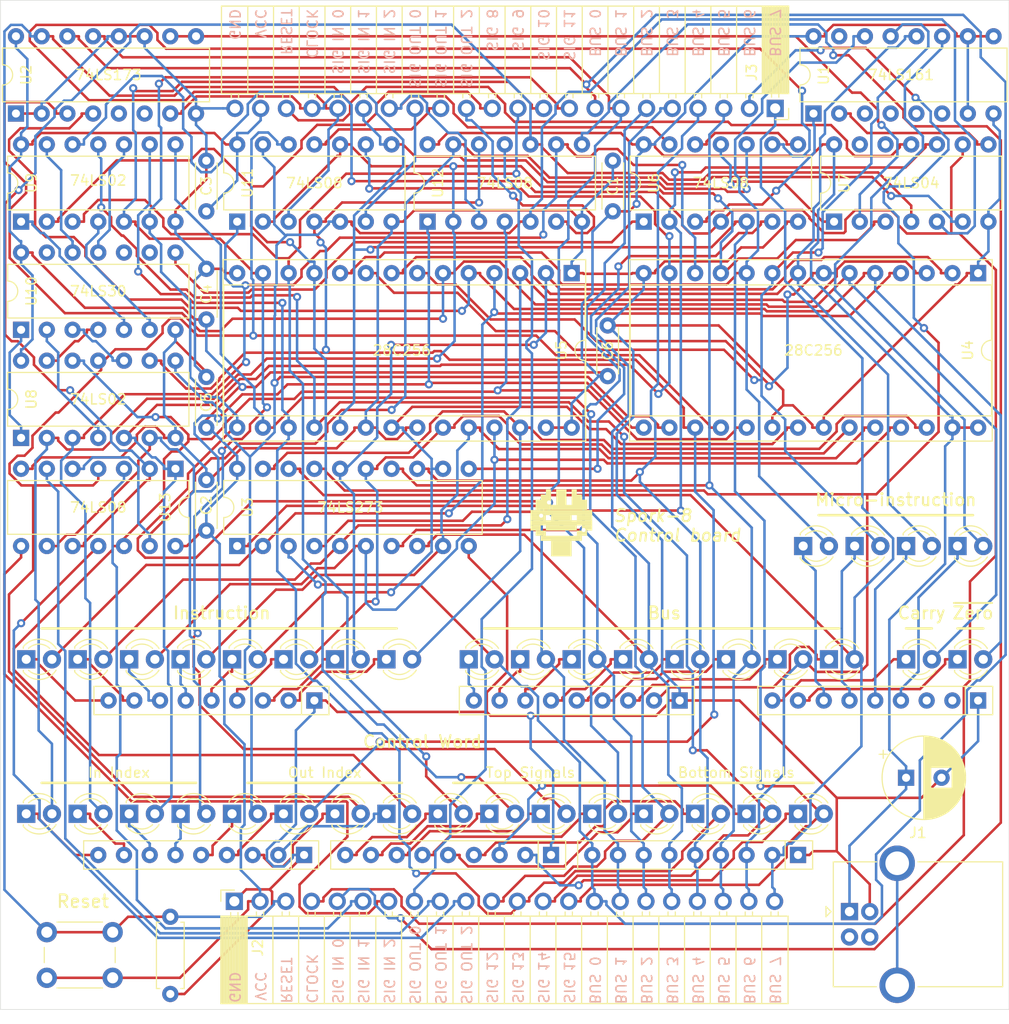
<source format=kicad_pcb>
(kicad_pcb (version 20171130) (host pcbnew "(5.1.9-0-10_14)")
  (layers (0 F.Cu signal) (31 B.Cu signal) (34 B.Paste user) (35 F.Paste user) (36 B.SilkS user) (37 F.SilkS user) (38 B.Mask user) (39 F.Mask user) (44 Edge.Cuts user))
  (net 0 "")
  (net 1 "Net-(D1-Pad2)")
  (net 2 "Net-(D1-Pad1)")
  (net 3 "Net-(D2-Pad2)")
  (net 4 "Net-(D2-Pad1)")
  (net 5 "Net-(D3-Pad2)")
  (net 6 "Net-(D3-Pad1)")
  (net 7 "Net-(D4-Pad2)")
  (net 8 "Net-(D4-Pad1)")
  (net 9 "Net-(D5-Pad2)")
  (net 10 "Net-(D5-Pad1)")
  (net 11 "Net-(D6-Pad2)")
  (net 12 "Net-(D6-Pad1)")
  (net 13 "Net-(D7-Pad2)")
  (net 14 "Net-(D7-Pad1)")
  (net 15 "Net-(D8-Pad2)")
  (net 16 "Net-(D8-Pad1)")
  (net 17 "Net-(D9-Pad2)")
  (net 18 "Net-(D9-Pad1)")
  (net 19 "Net-(D10-Pad2)")
  (net 20 "Net-(D10-Pad1)")
  (net 21 "Net-(D11-Pad2)")
  (net 22 "Net-(D11-Pad1)")
  (net 23 "Net-(D12-Pad2)")
  (net 24 "Net-(D12-Pad1)")
  (net 25 "Net-(D13-Pad2)")
  (net 26 "Net-(D13-Pad1)")
  (net 27 "Net-(D14-Pad2)")
  (net 28 "Net-(D14-Pad1)")
  (net 29 CW0)
  (net 30 "Net-(D15-Pad1)")
  (net 31 CW1)
  (net 32 "Net-(D16-Pad1)")
  (net 33 CW2)
  (net 34 "Net-(D17-Pad1)")
  (net 35 CW3)
  (net 36 "Net-(D18-Pad1)")
  (net 37 CW4)
  (net 38 "Net-(D19-Pad1)")
  (net 39 CW5)
  (net 40 "Net-(D20-Pad1)")
  (net 41 CW6)
  (net 42 "Net-(D21-Pad1)")
  (net 43 CW7)
  (net 44 "Net-(D22-Pad1)")
  (net 45 CW8)
  (net 46 "Net-(D23-Pad1)")
  (net 47 CW9)
  (net 48 "Net-(D24-Pad1)")
  (net 49 CW10)
  (net 50 "Net-(D25-Pad1)")
  (net 51 CW11)
  (net 52 "Net-(D26-Pad1)")
  (net 53 CW12)
  (net 54 "Net-(D27-Pad1)")
  (net 55 CW13)
  (net 56 "Net-(D28-Pad1)")
  (net 57 CW14)
  (net 58 "Net-(D29-Pad1)")
  (net 59 CW15)
  (net 60 "Net-(D30-Pad1)")
  (net 61 BUS0)
  (net 62 "Net-(D31-Pad1)")
  (net 63 BUS1)
  (net 64 "Net-(D32-Pad1)")
  (net 65 BUS2)
  (net 66 "Net-(D33-Pad1)")
  (net 67 BUS3)
  (net 68 "Net-(D34-Pad1)")
  (net 69 BUS4)
  (net 70 "Net-(D35-Pad1)")
  (net 71 BUS5)
  (net 72 "Net-(D36-Pad1)")
  (net 73 BUS6)
  (net 74 "Net-(D37-Pad1)")
  (net 75 BUS7)
  (net 76 "Net-(D38-Pad1)")
  (net 77 "Net-(J1-Pad5)")
  (net 78 GND)
  (net 79 "Net-(J1-Pad3)")
  (net 80 "Net-(J1-Pad2)")
  (net 81 VCC)
  (net 82 TOP_SIG_OUT_2)
  (net 83 TOP_SIG_OUT_1)
  (net 84 TOP_SIG_OUT_0)
  (net 85 TOP_SIG_IN_2)
  (net 86 TOP_SIG_IN_1)
  (net 87 TOP_SIG_IN_0)
  (net 88 CLOCK)
  (net 89 RESET)
  (net 90 BOTTOM_SIG_IN_0)
  (net 91 BOTTOM_SIG_IN_1)
  (net 92 BOTTOM_SIG_IN_2)
  (net 93 BOTTOM_SIG_OUT_0)
  (net 94 BOTTOM_SIG_OUT_1)
  (net 95 BOTTOM_SIG_OUT_2)
  (net 96 "Net-(RN1-Pad3)")
  (net 97 "Net-(RN1-Pad2)")
  (net 98 "Net-(U1-Pad15)")
  (net 99 "Net-(U1-Pad6)")
  (net 100 "Net-(U1-Pad5)")
  (net 101 "Net-(U1-Pad4)")
  (net 102 "Net-(U1-Pad3)")
  (net 103 ~CLOCK)
  (net 104 ~MI_RESET)
  (net 105 "Net-(U2-Pad6)")
  (net 106 "Net-(U2-Pad5)")
  (net 107 IR_IN)
  (net 108 ~RESET)
  (net 109 ~CWZ)
  (net 110 "Net-(U10-Pad4)")
  (net 111 "Net-(U10-Pad2)")
  (net 112 "Net-(U10-Pad3)")
  (net 113 "Net-(U10-Pad1)")
  (net 114 "Net-(U10-Pad12)")
  (net 115 "Net-(U10-Pad6)")
  (net 116 "Net-(U10-Pad11)")
  (net 117 "Net-(U10-Pad5)")
  (net 118 ~FR_IN)
  (net 119 "Net-(U6-Pad12)")
  (net 120 "Net-(U6-Pad11)")
  (net 121 ~CW4)
  (net 122 ~CW0)
  (module Button_Switch_THT:SW_PUSH_6mm (layer F.Cu) (at 30.48 122.936)
    (fp_text reference SW1 hide)
    (fp_text value SW_Push)
    (pad 1 thru_hole circle (at 6.5 0 90) (size 2 2) (drill 1.1) (layers *.Cu *.Mask) (net 89 RESET))
    (pad 2 thru_hole circle (at 6.5 4.5 90) (size 2 2) (drill 1.1) (layers *.Cu *.Mask) (net 81 VCC))
    (pad 1 thru_hole circle (at 0 0 90) (size 2 2) (drill 1.1) (layers *.Cu *.Mask) (net 89 RESET))
    (pad 2 thru_hole circle (at 0 4.5 90) (size 2 2) (drill 1.1) (layers *.Cu *.Mask) (net 81 VCC))
  )
  (module Resistor_THT:R_Axial_DIN0207_L6.3mm_D2.5mm_P7.62mm_Horizontal (layer F.Cu) (at 42.672 121.412 270)
    (fp_text reference R1 hide)
    (fp_text value 100k)
    (pad 2 thru_hole oval (at 7.62 0 270) (size 1.6 1.6) (drill 0.8) (layers *.Cu *.Mask) (net 78 GND))
    (pad 1 thru_hole circle (at 0 0 270) (size 1.6 1.6) (drill 0.8) (layers *.Cu *.Mask) (net 89 RESET))
  )
  (module Package_DIP:DIP-14_W7.62mm (layer F.Cu) (at 43.18 77.216 270)
    (fp_text reference U13 (at 3.81 1.016 90) (layer F.SilkS))
    (fp_text value 74LS08 (at 3.81 7.62 180) (layer F.SilkS))
    (pad 14 thru_hole oval (at 7.62 0 270) (size 1.6 1.6) (drill 0.8) (layers *.Cu *.Mask) (net 81 VCC))
    (pad 7 thru_hole oval (at 0 15.24 270) (size 1.6 1.6) (drill 0.8) (layers *.Cu *.Mask) (net 78 GND))
    (pad 13 thru_hole oval (at 7.62 2.54 270) (size 1.6 1.6) (drill 0.8) (layers *.Cu *.Mask) (net 121 ~CW4))
    (pad 6 thru_hole oval (at 0 12.7 270) (size 1.6 1.6) (drill 0.8) (layers *.Cu *.Mask) (net 94 BOTTOM_SIG_OUT_1))
    (pad 12 thru_hole oval (at 7.62 5.08 270) (size 1.6 1.6) (drill 0.8) (layers *.Cu *.Mask) (net 43 CW7))
    (pad 5 thru_hole oval (at 0 10.16 270) (size 1.6 1.6) (drill 0.8) (layers *.Cu *.Mask) (net 121 ~CW4))
    (pad 11 thru_hole oval (at 7.62 7.62 270) (size 1.6 1.6) (drill 0.8) (layers *.Cu *.Mask) (net 95 BOTTOM_SIG_OUT_2))
    (pad 4 thru_hole oval (at 0 7.62 270) (size 1.6 1.6) (drill 0.8) (layers *.Cu *.Mask) (net 41 CW6))
    (pad 10 thru_hole oval (at 7.62 10.16 270) (size 1.6 1.6) (drill 0.8) (layers *.Cu *.Mask) (net 122 ~CW0))
    (pad 3 thru_hole oval (at 0 5.08 270) (size 1.6 1.6) (drill 0.8) (layers *.Cu *.Mask) (net 91 BOTTOM_SIG_IN_1))
    (pad 9 thru_hole oval (at 7.62 12.7 270) (size 1.6 1.6) (drill 0.8) (layers *.Cu *.Mask) (net 35 CW3))
    (pad 2 thru_hole oval (at 0 2.54 270) (size 1.6 1.6) (drill 0.8) (layers *.Cu *.Mask) (net 122 ~CW0))
    (pad 8 thru_hole oval (at 7.62 15.24 270) (size 1.6 1.6) (drill 0.8) (layers *.Cu *.Mask) (net 92 BOTTOM_SIG_IN_2))
    (pad 1 thru_hole rect (at 0 0 270) (size 1.6 1.6) (drill 0.8) (layers *.Cu *.Mask) (net 33 CW2))
  )
  (module Capacitor_THT:CP_Radial_D8.0mm_P3.50mm (layer F.Cu) (at 115.316 107.696)
    (fp_text reference C8 hide)
    (fp_text value 1mF)
    (pad 2 thru_hole circle (at 3.5 0) (size 1.6 1.6) (drill 0.8) (layers *.Cu *.Mask) (net 78 GND))
    (pad 1 thru_hole rect (at 0 0) (size 1.6 1.6) (drill 0.8) (layers *.Cu *.Mask) (net 81 VCC))
  )
  (module Capacitor_THT:C_Disc_D4.3mm_W1.9mm_P5.00mm (layer F.Cu) (at 85.852 68.072 90)
    (fp_text reference C6 (at 2.5 0 90) (layer F.SilkS))
    (fp_text value 100nF)
    (pad 2 thru_hole circle (at 5 0 90) (size 1.6 1.6) (drill 0.8) (layers *.Cu *.Mask) (net 78 GND))
    (pad 1 thru_hole circle (at 0 0 90) (size 1.6 1.6) (drill 0.8) (layers *.Cu *.Mask) (net 81 VCC))
  )
  (module Capacitor_THT:C_Disc_D4.3mm_W1.9mm_P5.00mm (layer F.Cu) (at 46.228 73.152 90)
    (fp_text reference C5 (at 2.5 0 90) (layer F.SilkS))
    (fp_text value 100nF)
    (pad 2 thru_hole circle (at 5 0 90) (size 1.6 1.6) (drill 0.8) (layers *.Cu *.Mask) (net 78 GND))
    (pad 1 thru_hole circle (at 0 0 90) (size 1.6 1.6) (drill 0.8) (layers *.Cu *.Mask) (net 81 VCC))
  )
  (module Capacitor_THT:C_Disc_D4.3mm_W1.9mm_P5.00mm (layer F.Cu) (at 46.228 62.484 90)
    (fp_text reference C4 (at 2.5 0 90) (layer F.SilkS))
    (fp_text value 100nF)
    (pad 2 thru_hole circle (at 5 0 90) (size 1.6 1.6) (drill 0.8) (layers *.Cu *.Mask) (net 78 GND))
    (pad 1 thru_hole circle (at 0 0 90) (size 1.6 1.6) (drill 0.8) (layers *.Cu *.Mask) (net 81 VCC))
  )
  (module Capacitor_THT:C_Disc_D4.3mm_W1.9mm_P5.00mm (layer F.Cu) (at 46.228 51.816 90)
    (fp_text reference C3 (at 2.5 0 90) (layer F.SilkS))
    (fp_text value 100nF)
    (pad 2 thru_hole circle (at 5 0 90) (size 1.6 1.6) (drill 0.8) (layers *.Cu *.Mask) (net 78 GND))
    (pad 1 thru_hole circle (at 0 0 90) (size 1.6 1.6) (drill 0.8) (layers *.Cu *.Mask) (net 81 VCC))
  )
  (module Capacitor_THT:C_Disc_D4.3mm_W1.9mm_P5.00mm (layer F.Cu) (at 46.228 83.312 90)
    (fp_text reference C2 (at 2.5 0 90) (layer F.SilkS))
    (fp_text value 100nF)
    (pad 2 thru_hole circle (at 5 0 90) (size 1.6 1.6) (drill 0.8) (layers *.Cu *.Mask) (net 78 GND))
    (pad 1 thru_hole circle (at 0 0 90) (size 1.6 1.6) (drill 0.8) (layers *.Cu *.Mask) (net 81 VCC))
  )
  (module Capacitor_THT:C_Disc_D4.3mm_W1.9mm_P5.00mm (layer F.Cu) (at 86.36 51.816 90)
    (fp_text reference C1 (at 2.5 0 90) (layer F.SilkS))
    (fp_text value 100nF)
    (pad 2 thru_hole circle (at 5 0 90) (size 1.6 1.6) (drill 0.8) (layers *.Cu *.Mask) (net 78 GND))
    (pad 1 thru_hole circle (at 0 0 90) (size 1.6 1.6) (drill 0.8) (layers *.Cu *.Mask) (net 81 VCC))
  )
  (module Package_DIP:DIP-14_W7.62mm (layer F.Cu) (at 68.072 52.832 90)
    (fp_text reference U12 (at 3.81 1.016 90) (layer F.SilkS))
    (fp_text value 74LS08 (at 3.81 7.62 180) (layer F.SilkS))
    (pad 14 thru_hole oval (at 7.62 0 90) (size 1.6 1.6) (drill 0.8) (layers *.Cu *.Mask) (net 81 VCC))
    (pad 7 thru_hole oval (at 0 15.24 90) (size 1.6 1.6) (drill 0.8) (layers *.Cu *.Mask) (net 78 GND))
    (pad 13 thru_hole oval (at 7.62 2.54 90) (size 1.6 1.6) (drill 0.8) (layers *.Cu *.Mask) (net 121 ~CW4))
    (pad 6 thru_hole oval (at 0 12.7 90) (size 1.6 1.6) (drill 0.8) (layers *.Cu *.Mask) (net 82 TOP_SIG_OUT_2))
    (pad 12 thru_hole oval (at 7.62 5.08 90) (size 1.6 1.6) (drill 0.8) (layers *.Cu *.Mask) (net 39 CW5))
    (pad 5 thru_hole oval (at 0 10.16 90) (size 1.6 1.6) (drill 0.8) (layers *.Cu *.Mask) (net 37 CW4))
    (pad 11 thru_hole oval (at 7.62 7.62 90) (size 1.6 1.6) (drill 0.8) (layers *.Cu *.Mask) (net 93 BOTTOM_SIG_OUT_0))
    (pad 4 thru_hole oval (at 0 7.62 90) (size 1.6 1.6) (drill 0.8) (layers *.Cu *.Mask) (net 43 CW7))
    (pad 10 thru_hole oval (at 7.62 10.16 90) (size 1.6 1.6) (drill 0.8) (layers *.Cu *.Mask) (net 122 ~CW0))
    (pad 3 thru_hole oval (at 0 5.08 90) (size 1.6 1.6) (drill 0.8) (layers *.Cu *.Mask) (net 85 TOP_SIG_IN_2))
    (pad 9 thru_hole oval (at 7.62 12.7 90) (size 1.6 1.6) (drill 0.8) (layers *.Cu *.Mask) (net 31 CW1))
    (pad 2 thru_hole oval (at 0 2.54 90) (size 1.6 1.6) (drill 0.8) (layers *.Cu *.Mask) (net 29 CW0))
    (pad 8 thru_hole oval (at 7.62 15.24 90) (size 1.6 1.6) (drill 0.8) (layers *.Cu *.Mask) (net 90 BOTTOM_SIG_IN_0))
    (pad 1 thru_hole rect (at 0 0 90) (size 1.6 1.6) (drill 0.8) (layers *.Cu *.Mask) (net 35 CW3))
  )
  (module Package_DIP:DIP-14_W7.62mm (layer F.Cu) (at 49.276 52.832 90)
    (fp_text reference U11 (at 3.81 1.016 90) (layer F.SilkS))
    (fp_text value 74LS08 (at 3.81 7.62 180) (layer F.SilkS))
    (pad 14 thru_hole oval (at 7.62 0 90) (size 1.6 1.6) (drill 0.8) (layers *.Cu *.Mask) (net 81 VCC))
    (pad 7 thru_hole oval (at 0 15.24 90) (size 1.6 1.6) (drill 0.8) (layers *.Cu *.Mask) (net 78 GND))
    (pad 13 thru_hole oval (at 7.62 2.54 90) (size 1.6 1.6) (drill 0.8) (layers *.Cu *.Mask) (net 37 CW4))
    (pad 6 thru_hole oval (at 0 12.7 90) (size 1.6 1.6) (drill 0.8) (layers *.Cu *.Mask) (net 84 TOP_SIG_OUT_0))
    (pad 12 thru_hole oval (at 7.62 5.08 90) (size 1.6 1.6) (drill 0.8) (layers *.Cu *.Mask) (net 41 CW6))
    (pad 5 thru_hole oval (at 0 10.16 90) (size 1.6 1.6) (drill 0.8) (layers *.Cu *.Mask) (net 37 CW4))
    (pad 11 thru_hole oval (at 7.62 7.62 90) (size 1.6 1.6) (drill 0.8) (layers *.Cu *.Mask) (net 83 TOP_SIG_OUT_1))
    (pad 4 thru_hole oval (at 0 7.62 90) (size 1.6 1.6) (drill 0.8) (layers *.Cu *.Mask) (net 39 CW5))
    (pad 10 thru_hole oval (at 7.62 10.16 90) (size 1.6 1.6) (drill 0.8) (layers *.Cu *.Mask) (net 29 CW0))
    (pad 3 thru_hole oval (at 0 5.08 90) (size 1.6 1.6) (drill 0.8) (layers *.Cu *.Mask) (net 87 TOP_SIG_IN_0))
    (pad 9 thru_hole oval (at 7.62 12.7 90) (size 1.6 1.6) (drill 0.8) (layers *.Cu *.Mask) (net 33 CW2))
    (pad 2 thru_hole oval (at 0 2.54 90) (size 1.6 1.6) (drill 0.8) (layers *.Cu *.Mask) (net 29 CW0))
    (pad 8 thru_hole oval (at 7.62 15.24 90) (size 1.6 1.6) (drill 0.8) (layers *.Cu *.Mask) (net 86 TOP_SIG_IN_1))
    (pad 1 thru_hole rect (at 0 0 90) (size 1.6 1.6) (drill 0.8) (layers *.Cu *.Mask) (net 31 CW1))
  )
  (module Package_DIP:DIP-14_W7.62mm (layer F.Cu) (at 27.94 63.5 90)
    (fp_text reference U10 (at 3.81 1.016 90) (layer F.SilkS))
    (fp_text value 74LS30 (at 3.81 7.62 180) (layer F.SilkS))
    (pad 14 thru_hole oval (at 7.62 0 90) (size 1.6 1.6) (drill 0.8) (layers *.Cu *.Mask) (net 81 VCC))
    (pad 7 thru_hole oval (at 0 15.24 90) (size 1.6 1.6) (drill 0.8) (layers *.Cu *.Mask) (net 78 GND))
    (pad 13 thru_hole oval (at 7.62 2.54 90) (size 1.6 1.6) (drill 0.8) (layers *.Cu *.Mask))
    (pad 6 thru_hole oval (at 0 12.7 90) (size 1.6 1.6) (drill 0.8) (layers *.Cu *.Mask) (net 115 "Net-(U10-Pad6)"))
    (pad 12 thru_hole oval (at 7.62 5.08 90) (size 1.6 1.6) (drill 0.8) (layers *.Cu *.Mask) (net 114 "Net-(U10-Pad12)"))
    (pad 5 thru_hole oval (at 0 10.16 90) (size 1.6 1.6) (drill 0.8) (layers *.Cu *.Mask) (net 117 "Net-(U10-Pad5)"))
    (pad 11 thru_hole oval (at 7.62 7.62 90) (size 1.6 1.6) (drill 0.8) (layers *.Cu *.Mask) (net 116 "Net-(U10-Pad11)"))
    (pad 4 thru_hole oval (at 0 7.62 90) (size 1.6 1.6) (drill 0.8) (layers *.Cu *.Mask) (net 110 "Net-(U10-Pad4)"))
    (pad 10 thru_hole oval (at 7.62 10.16 90) (size 1.6 1.6) (drill 0.8) (layers *.Cu *.Mask))
    (pad 3 thru_hole oval (at 0 5.08 90) (size 1.6 1.6) (drill 0.8) (layers *.Cu *.Mask) (net 112 "Net-(U10-Pad3)"))
    (pad 9 thru_hole oval (at 7.62 12.7 90) (size 1.6 1.6) (drill 0.8) (layers *.Cu *.Mask))
    (pad 2 thru_hole oval (at 0 2.54 90) (size 1.6 1.6) (drill 0.8) (layers *.Cu *.Mask) (net 111 "Net-(U10-Pad2)"))
    (pad 8 thru_hole oval (at 7.62 15.24 90) (size 1.6 1.6) (drill 0.8) (layers *.Cu *.Mask) (net 109 ~CWZ))
    (pad 1 thru_hole rect (at 0 0 90) (size 1.6 1.6) (drill 0.8) (layers *.Cu *.Mask) (net 113 "Net-(U10-Pad1)"))
  )
  (module Package_DIP:DIP-14_W7.62mm (layer F.Cu) (at 27.94 52.832 90)
    (fp_text reference U9 (at 3.81 1.016 90) (layer F.SilkS))
    (fp_text value 74LS02 (at 4.064 7.62 180) (layer F.SilkS))
    (pad 14 thru_hole oval (at 7.62 0 90) (size 1.6 1.6) (drill 0.8) (layers *.Cu *.Mask) (net 81 VCC))
    (pad 7 thru_hole oval (at 0 15.24 90) (size 1.6 1.6) (drill 0.8) (layers *.Cu *.Mask) (net 78 GND))
    (pad 13 thru_hole oval (at 7.62 2.54 90) (size 1.6 1.6) (drill 0.8) (layers *.Cu *.Mask) (net 114 "Net-(U10-Pad12)"))
    (pad 6 thru_hole oval (at 0 12.7 90) (size 1.6 1.6) (drill 0.8) (layers *.Cu *.Mask) (net 51 CW11))
    (pad 12 thru_hole oval (at 7.62 5.08 90) (size 1.6 1.6) (drill 0.8) (layers *.Cu *.Mask) (net 59 CW15))
    (pad 5 thru_hole oval (at 0 10.16 90) (size 1.6 1.6) (drill 0.8) (layers *.Cu *.Mask) (net 49 CW10))
    (pad 11 thru_hole oval (at 7.62 7.62 90) (size 1.6 1.6) (drill 0.8) (layers *.Cu *.Mask) (net 57 CW14))
    (pad 4 thru_hole oval (at 0 7.62 90) (size 1.6 1.6) (drill 0.8) (layers *.Cu *.Mask) (net 115 "Net-(U10-Pad6)"))
    (pad 10 thru_hole oval (at 7.62 10.16 90) (size 1.6 1.6) (drill 0.8) (layers *.Cu *.Mask) (net 116 "Net-(U10-Pad11)"))
    (pad 3 thru_hole oval (at 0 5.08 90) (size 1.6 1.6) (drill 0.8) (layers *.Cu *.Mask) (net 47 CW9))
    (pad 9 thru_hole oval (at 7.62 12.7 90) (size 1.6 1.6) (drill 0.8) (layers *.Cu *.Mask) (net 55 CW13))
    (pad 2 thru_hole oval (at 0 2.54 90) (size 1.6 1.6) (drill 0.8) (layers *.Cu *.Mask) (net 45 CW8))
    (pad 8 thru_hole oval (at 7.62 15.24 90) (size 1.6 1.6) (drill 0.8) (layers *.Cu *.Mask) (net 53 CW12))
    (pad 1 thru_hole rect (at 0 0 90) (size 1.6 1.6) (drill 0.8) (layers *.Cu *.Mask) (net 117 "Net-(U10-Pad5)"))
  )
  (module Package_DIP:DIP-14_W7.62mm (layer F.Cu) (at 27.94 74.168 90)
    (fp_text reference U8 (at 3.81 1.016 90) (layer F.SilkS))
    (fp_text value 74LS02 (at 3.81 7.62 180) (layer F.SilkS))
    (pad 14 thru_hole oval (at 7.62 0 90) (size 1.6 1.6) (drill 0.8) (layers *.Cu *.Mask) (net 81 VCC))
    (pad 7 thru_hole oval (at 0 15.24 90) (size 1.6 1.6) (drill 0.8) (layers *.Cu *.Mask) (net 78 GND))
    (pad 13 thru_hole oval (at 7.62 2.54 90) (size 1.6 1.6) (drill 0.8) (layers *.Cu *.Mask) (net 110 "Net-(U10-Pad4)"))
    (pad 6 thru_hole oval (at 0 12.7 90) (size 1.6 1.6) (drill 0.8) (layers *.Cu *.Mask) (net 35 CW3))
    (pad 12 thru_hole oval (at 7.62 5.08 90) (size 1.6 1.6) (drill 0.8) (layers *.Cu *.Mask) (net 43 CW7))
    (pad 5 thru_hole oval (at 0 10.16 90) (size 1.6 1.6) (drill 0.8) (layers *.Cu *.Mask) (net 33 CW2))
    (pad 11 thru_hole oval (at 7.62 7.62 90) (size 1.6 1.6) (drill 0.8) (layers *.Cu *.Mask) (net 41 CW6))
    (pad 4 thru_hole oval (at 0 7.62 90) (size 1.6 1.6) (drill 0.8) (layers *.Cu *.Mask) (net 111 "Net-(U10-Pad2)"))
    (pad 10 thru_hole oval (at 7.62 10.16 90) (size 1.6 1.6) (drill 0.8) (layers *.Cu *.Mask) (net 112 "Net-(U10-Pad3)"))
    (pad 3 thru_hole oval (at 0 5.08 90) (size 1.6 1.6) (drill 0.8) (layers *.Cu *.Mask) (net 31 CW1))
    (pad 9 thru_hole oval (at 7.62 12.7 90) (size 1.6 1.6) (drill 0.8) (layers *.Cu *.Mask) (net 39 CW5))
    (pad 2 thru_hole oval (at 0 2.54 90) (size 1.6 1.6) (drill 0.8) (layers *.Cu *.Mask) (net 29 CW0))
    (pad 8 thru_hole oval (at 7.62 15.24 90) (size 1.6 1.6) (drill 0.8) (layers *.Cu *.Mask) (net 37 CW4))
    (pad 1 thru_hole rect (at 0 0 90) (size 1.6 1.6) (drill 0.8) (layers *.Cu *.Mask) (net 113 "Net-(U10-Pad1)"))
  )
  (module Package_DIP:DIP-14_W7.62mm (layer F.Cu) (at 108.204 52.832 90)
    (fp_text reference U7 (at 3.81 1.016 90) (layer F.SilkS))
    (fp_text value 74LS04 (at 3.81 7.62 180) (layer F.SilkS))
    (pad 14 thru_hole oval (at 7.62 0 90) (size 1.6 1.6) (drill 0.8) (layers *.Cu *.Mask) (net 81 VCC))
    (pad 7 thru_hole oval (at 0 15.24 90) (size 1.6 1.6) (drill 0.8) (layers *.Cu *.Mask) (net 78 GND))
    (pad 13 thru_hole oval (at 7.62 2.54 90) (size 1.6 1.6) (drill 0.8) (layers *.Cu *.Mask))
    (pad 6 thru_hole oval (at 0 12.7 90) (size 1.6 1.6) (drill 0.8) (layers *.Cu *.Mask) (net 121 ~CW4))
    (pad 12 thru_hole oval (at 7.62 5.08 90) (size 1.6 1.6) (drill 0.8) (layers *.Cu *.Mask))
    (pad 5 thru_hole oval (at 0 10.16 90) (size 1.6 1.6) (drill 0.8) (layers *.Cu *.Mask) (net 37 CW4))
    (pad 11 thru_hole oval (at 7.62 7.62 90) (size 1.6 1.6) (drill 0.8) (layers *.Cu *.Mask) (net 89 RESET))
    (pad 4 thru_hole oval (at 0 7.62 90) (size 1.6 1.6) (drill 0.8) (layers *.Cu *.Mask) (net 122 ~CW0))
    (pad 10 thru_hole oval (at 7.62 10.16 90) (size 1.6 1.6) (drill 0.8) (layers *.Cu *.Mask) (net 108 ~RESET))
    (pad 3 thru_hole oval (at 0 5.08 90) (size 1.6 1.6) (drill 0.8) (layers *.Cu *.Mask) (net 29 CW0))
    (pad 9 thru_hole oval (at 7.62 12.7 90) (size 1.6 1.6) (drill 0.8) (layers *.Cu *.Mask) (net 88 CLOCK))
    (pad 2 thru_hole oval (at 0 2.54 90) (size 1.6 1.6) (drill 0.8) (layers *.Cu *.Mask) (net 118 ~FR_IN))
    (pad 8 thru_hole oval (at 7.62 15.24 90) (size 1.6 1.6) (drill 0.8) (layers *.Cu *.Mask) (net 103 ~CLOCK))
    (pad 1 thru_hole rect (at 0 0 90) (size 1.6 1.6) (drill 0.8) (layers *.Cu *.Mask) (net 120 "Net-(U6-Pad11)"))
  )
  (module Package_DIP:DIP-14_W7.62mm (layer F.Cu) (at 89.408 52.832 90)
    (fp_text reference U6 (at 3.81 1.016 90) (layer F.SilkS))
    (fp_text value 74LS08 (at 3.81 7.62 180) (layer F.SilkS))
    (pad 14 thru_hole oval (at 7.62 0 90) (size 1.6 1.6) (drill 0.8) (layers *.Cu *.Mask) (net 81 VCC))
    (pad 7 thru_hole oval (at 0 15.24 90) (size 1.6 1.6) (drill 0.8) (layers *.Cu *.Mask) (net 78 GND))
    (pad 13 thru_hole oval (at 7.62 2.54 90) (size 1.6 1.6) (drill 0.8) (layers *.Cu *.Mask) (net 85 TOP_SIG_IN_2))
    (pad 6 thru_hole oval (at 0 12.7 90) (size 1.6 1.6) (drill 0.8) (layers *.Cu *.Mask) (net 107 IR_IN))
    (pad 12 thru_hole oval (at 7.62 5.08 90) (size 1.6 1.6) (drill 0.8) (layers *.Cu *.Mask) (net 119 "Net-(U6-Pad12)"))
    (pad 5 thru_hole oval (at 0 10.16 90) (size 1.6 1.6) (drill 0.8) (layers *.Cu *.Mask) (net 59 CW15))
    (pad 11 thru_hole oval (at 7.62 7.62 90) (size 1.6 1.6) (drill 0.8) (layers *.Cu *.Mask) (net 120 "Net-(U6-Pad11)"))
    (pad 4 thru_hole oval (at 0 7.62 90) (size 1.6 1.6) (drill 0.8) (layers *.Cu *.Mask) (net 88 CLOCK))
    (pad 10 thru_hole oval (at 7.62 10.16 90) (size 1.6 1.6) (drill 0.8) (layers *.Cu *.Mask) (net 86 TOP_SIG_IN_1))
    (pad 3 thru_hole oval (at 0 5.08 90) (size 1.6 1.6) (drill 0.8) (layers *.Cu *.Mask) (net 104 ~MI_RESET))
    (pad 9 thru_hole oval (at 7.62 12.7 90) (size 1.6 1.6) (drill 0.8) (layers *.Cu *.Mask) (net 87 TOP_SIG_IN_0))
    (pad 2 thru_hole oval (at 0 2.54 90) (size 1.6 1.6) (drill 0.8) (layers *.Cu *.Mask) (net 108 ~RESET))
    (pad 8 thru_hole oval (at 7.62 15.24 90) (size 1.6 1.6) (drill 0.8) (layers *.Cu *.Mask) (net 119 "Net-(U6-Pad12)"))
    (pad 1 thru_hole rect (at 0 0 90) (size 1.6 1.6) (drill 0.8) (layers *.Cu *.Mask) (net 109 ~CWZ))
  )
  (module Package_DIP:DIP-28_W15.24mm_Socket (layer F.Cu) (at 82.296 57.912 270)
    (fp_text reference U5 (at 7.62 1.016 90) (layer F.SilkS))
    (fp_text value 28C256 (at 7.62 16.764 180) (layer F.SilkS))
    (pad 28 thru_hole oval (at 15.24 0 270) (size 1.6 1.6) (drill 0.8) (layers *.Cu *.Mask) (net 81 VCC))
    (pad 14 thru_hole oval (at 0 33.02 270) (size 1.6 1.6) (drill 0.8) (layers *.Cu *.Mask) (net 78 GND))
    (pad 27 thru_hole oval (at 15.24 2.54 270) (size 1.6 1.6) (drill 0.8) (layers *.Cu *.Mask) (net 81 VCC))
    (pad 13 thru_hole oval (at 0 30.48 270) (size 1.6 1.6) (drill 0.8) (layers *.Cu *.Mask) (net 49 CW10))
    (pad 26 thru_hole oval (at 15.24 5.08 270) (size 1.6 1.6) (drill 0.8) (layers *.Cu *.Mask) (net 27 "Net-(D14-Pad2)"))
    (pad 12 thru_hole oval (at 0 27.94 270) (size 1.6 1.6) (drill 0.8) (layers *.Cu *.Mask) (net 47 CW9))
    (pad 25 thru_hole oval (at 15.24 7.62 270) (size 1.6 1.6) (drill 0.8) (layers *.Cu *.Mask) (net 17 "Net-(D9-Pad2)"))
    (pad 11 thru_hole oval (at 0 25.4 270) (size 1.6 1.6) (drill 0.8) (layers *.Cu *.Mask) (net 45 CW8))
    (pad 24 thru_hole oval (at 15.24 10.16 270) (size 1.6 1.6) (drill 0.8) (layers *.Cu *.Mask) (net 19 "Net-(D10-Pad2)"))
    (pad 10 thru_hole oval (at 0 22.86 270) (size 1.6 1.6) (drill 0.8) (layers *.Cu *.Mask) (net 1 "Net-(D1-Pad2)"))
    (pad 23 thru_hole oval (at 15.24 12.7 270) (size 1.6 1.6) (drill 0.8) (layers *.Cu *.Mask) (net 23 "Net-(D12-Pad2)"))
    (pad 9 thru_hole oval (at 0 20.32 270) (size 1.6 1.6) (drill 0.8) (layers *.Cu *.Mask) (net 3 "Net-(D2-Pad2)"))
    (pad 22 thru_hole oval (at 15.24 15.24 270) (size 1.6 1.6) (drill 0.8) (layers *.Cu *.Mask) (net 78 GND))
    (pad 8 thru_hole oval (at 0 17.78 270) (size 1.6 1.6) (drill 0.8) (layers *.Cu *.Mask) (net 5 "Net-(D3-Pad2)"))
    (pad 21 thru_hole oval (at 15.24 17.78 270) (size 1.6 1.6) (drill 0.8) (layers *.Cu *.Mask) (net 21 "Net-(D11-Pad2)"))
    (pad 7 thru_hole oval (at 0 15.24 270) (size 1.6 1.6) (drill 0.8) (layers *.Cu *.Mask) (net 7 "Net-(D4-Pad2)"))
    (pad 20 thru_hole oval (at 15.24 20.32 270) (size 1.6 1.6) (drill 0.8) (layers *.Cu *.Mask) (net 78 GND))
    (pad 6 thru_hole oval (at 0 12.7 270) (size 1.6 1.6) (drill 0.8) (layers *.Cu *.Mask) (net 9 "Net-(D5-Pad2)"))
    (pad 19 thru_hole oval (at 15.24 22.86 270) (size 1.6 1.6) (drill 0.8) (layers *.Cu *.Mask) (net 59 CW15))
    (pad 5 thru_hole oval (at 0 10.16 270) (size 1.6 1.6) (drill 0.8) (layers *.Cu *.Mask) (net 11 "Net-(D6-Pad2)"))
    (pad 18 thru_hole oval (at 15.24 25.4 270) (size 1.6 1.6) (drill 0.8) (layers *.Cu *.Mask) (net 57 CW14))
    (pad 4 thru_hole oval (at 0 7.62 270) (size 1.6 1.6) (drill 0.8) (layers *.Cu *.Mask) (net 13 "Net-(D7-Pad2)"))
    (pad 17 thru_hole oval (at 15.24 27.94 270) (size 1.6 1.6) (drill 0.8) (layers *.Cu *.Mask) (net 55 CW13))
    (pad 3 thru_hole oval (at 0 5.08 270) (size 1.6 1.6) (drill 0.8) (layers *.Cu *.Mask) (net 15 "Net-(D8-Pad2)"))
    (pad 16 thru_hole oval (at 15.24 30.48 270) (size 1.6 1.6) (drill 0.8) (layers *.Cu *.Mask) (net 53 CW12))
    (pad 2 thru_hole oval (at 0 2.54 270) (size 1.6 1.6) (drill 0.8) (layers *.Cu *.Mask) (net 25 "Net-(D13-Pad2)"))
    (pad 15 thru_hole oval (at 15.24 33.02 270) (size 1.6 1.6) (drill 0.8) (layers *.Cu *.Mask) (net 51 CW11))
    (pad 1 thru_hole rect (at 0 0 270) (size 1.6 1.6) (drill 0.8) (layers *.Cu *.Mask) (net 78 GND))
  )
  (module Package_DIP:DIP-28_W15.24mm_Socket (layer F.Cu) (at 122.428 57.912 270)
    (fp_text reference U4 (at 7.62 1.016 90) (layer F.SilkS))
    (fp_text value 28C256 (at 7.62 16.256 180) (layer F.SilkS))
    (pad 28 thru_hole oval (at 15.24 0 270) (size 1.6 1.6) (drill 0.8) (layers *.Cu *.Mask) (net 81 VCC))
    (pad 14 thru_hole oval (at 0 33.02 270) (size 1.6 1.6) (drill 0.8) (layers *.Cu *.Mask) (net 78 GND))
    (pad 27 thru_hole oval (at 15.24 2.54 270) (size 1.6 1.6) (drill 0.8) (layers *.Cu *.Mask) (net 81 VCC))
    (pad 13 thru_hole oval (at 0 30.48 270) (size 1.6 1.6) (drill 0.8) (layers *.Cu *.Mask) (net 33 CW2))
    (pad 26 thru_hole oval (at 15.24 5.08 270) (size 1.6 1.6) (drill 0.8) (layers *.Cu *.Mask) (net 27 "Net-(D14-Pad2)"))
    (pad 12 thru_hole oval (at 0 27.94 270) (size 1.6 1.6) (drill 0.8) (layers *.Cu *.Mask) (net 31 CW1))
    (pad 25 thru_hole oval (at 15.24 7.62 270) (size 1.6 1.6) (drill 0.8) (layers *.Cu *.Mask) (net 17 "Net-(D9-Pad2)"))
    (pad 11 thru_hole oval (at 0 25.4 270) (size 1.6 1.6) (drill 0.8) (layers *.Cu *.Mask) (net 29 CW0))
    (pad 24 thru_hole oval (at 15.24 10.16 270) (size 1.6 1.6) (drill 0.8) (layers *.Cu *.Mask) (net 19 "Net-(D10-Pad2)"))
    (pad 10 thru_hole oval (at 0 22.86 270) (size 1.6 1.6) (drill 0.8) (layers *.Cu *.Mask) (net 1 "Net-(D1-Pad2)"))
    (pad 23 thru_hole oval (at 15.24 12.7 270) (size 1.6 1.6) (drill 0.8) (layers *.Cu *.Mask) (net 23 "Net-(D12-Pad2)"))
    (pad 9 thru_hole oval (at 0 20.32 270) (size 1.6 1.6) (drill 0.8) (layers *.Cu *.Mask) (net 3 "Net-(D2-Pad2)"))
    (pad 22 thru_hole oval (at 15.24 15.24 270) (size 1.6 1.6) (drill 0.8) (layers *.Cu *.Mask) (net 78 GND))
    (pad 8 thru_hole oval (at 0 17.78 270) (size 1.6 1.6) (drill 0.8) (layers *.Cu *.Mask) (net 5 "Net-(D3-Pad2)"))
    (pad 21 thru_hole oval (at 15.24 17.78 270) (size 1.6 1.6) (drill 0.8) (layers *.Cu *.Mask) (net 21 "Net-(D11-Pad2)"))
    (pad 7 thru_hole oval (at 0 15.24 270) (size 1.6 1.6) (drill 0.8) (layers *.Cu *.Mask) (net 7 "Net-(D4-Pad2)"))
    (pad 20 thru_hole oval (at 15.24 20.32 270) (size 1.6 1.6) (drill 0.8) (layers *.Cu *.Mask) (net 78 GND))
    (pad 6 thru_hole oval (at 0 12.7 270) (size 1.6 1.6) (drill 0.8) (layers *.Cu *.Mask) (net 9 "Net-(D5-Pad2)"))
    (pad 19 thru_hole oval (at 15.24 22.86 270) (size 1.6 1.6) (drill 0.8) (layers *.Cu *.Mask) (net 43 CW7))
    (pad 5 thru_hole oval (at 0 10.16 270) (size 1.6 1.6) (drill 0.8) (layers *.Cu *.Mask) (net 11 "Net-(D6-Pad2)"))
    (pad 18 thru_hole oval (at 15.24 25.4 270) (size 1.6 1.6) (drill 0.8) (layers *.Cu *.Mask) (net 41 CW6))
    (pad 4 thru_hole oval (at 0 7.62 270) (size 1.6 1.6) (drill 0.8) (layers *.Cu *.Mask) (net 13 "Net-(D7-Pad2)"))
    (pad 17 thru_hole oval (at 15.24 27.94 270) (size 1.6 1.6) (drill 0.8) (layers *.Cu *.Mask) (net 39 CW5))
    (pad 3 thru_hole oval (at 0 5.08 270) (size 1.6 1.6) (drill 0.8) (layers *.Cu *.Mask) (net 15 "Net-(D8-Pad2)"))
    (pad 16 thru_hole oval (at 15.24 30.48 270) (size 1.6 1.6) (drill 0.8) (layers *.Cu *.Mask) (net 37 CW4))
    (pad 2 thru_hole oval (at 0 2.54 270) (size 1.6 1.6) (drill 0.8) (layers *.Cu *.Mask) (net 25 "Net-(D13-Pad2)"))
    (pad 15 thru_hole oval (at 15.24 33.02 270) (size 1.6 1.6) (drill 0.8) (layers *.Cu *.Mask) (net 35 CW3))
    (pad 1 thru_hole rect (at 0 0 270) (size 1.6 1.6) (drill 0.8) (layers *.Cu *.Mask) (net 78 GND))
  )
  (module Package_DIP:DIP-20_W7.62mm (layer F.Cu) (at 49.276 84.836 90)
    (fp_text reference U3 (at 3.81 1.016 90) (layer F.SilkS))
    (fp_text value 74LS273 (at 3.81 11.176 180) (layer F.SilkS))
    (pad 20 thru_hole oval (at 7.62 0 90) (size 1.6 1.6) (drill 0.8) (layers *.Cu *.Mask) (net 81 VCC))
    (pad 10 thru_hole oval (at 0 22.86 90) (size 1.6 1.6) (drill 0.8) (layers *.Cu *.Mask) (net 78 GND))
    (pad 19 thru_hole oval (at 7.62 2.54 90) (size 1.6 1.6) (drill 0.8) (layers *.Cu *.Mask) (net 27 "Net-(D14-Pad2)"))
    (pad 9 thru_hole oval (at 0 20.32 90) (size 1.6 1.6) (drill 0.8) (layers *.Cu *.Mask) (net 19 "Net-(D10-Pad2)"))
    (pad 18 thru_hole oval (at 7.62 5.08 90) (size 1.6 1.6) (drill 0.8) (layers *.Cu *.Mask) (net 75 BUS7))
    (pad 8 thru_hole oval (at 0 17.78 90) (size 1.6 1.6) (drill 0.8) (layers *.Cu *.Mask) (net 67 BUS3))
    (pad 17 thru_hole oval (at 7.62 7.62 90) (size 1.6 1.6) (drill 0.8) (layers *.Cu *.Mask) (net 73 BUS6))
    (pad 7 thru_hole oval (at 0 15.24 90) (size 1.6 1.6) (drill 0.8) (layers *.Cu *.Mask) (net 65 BUS2))
    (pad 16 thru_hole oval (at 7.62 10.16 90) (size 1.6 1.6) (drill 0.8) (layers *.Cu *.Mask) (net 25 "Net-(D13-Pad2)"))
    (pad 6 thru_hole oval (at 0 12.7 90) (size 1.6 1.6) (drill 0.8) (layers *.Cu *.Mask) (net 17 "Net-(D9-Pad2)"))
    (pad 15 thru_hole oval (at 7.62 12.7 90) (size 1.6 1.6) (drill 0.8) (layers *.Cu *.Mask) (net 23 "Net-(D12-Pad2)"))
    (pad 5 thru_hole oval (at 0 10.16 90) (size 1.6 1.6) (drill 0.8) (layers *.Cu *.Mask) (net 15 "Net-(D8-Pad2)"))
    (pad 14 thru_hole oval (at 7.62 15.24 90) (size 1.6 1.6) (drill 0.8) (layers *.Cu *.Mask) (net 71 BUS5))
    (pad 4 thru_hole oval (at 0 7.62 90) (size 1.6 1.6) (drill 0.8) (layers *.Cu *.Mask) (net 63 BUS1))
    (pad 13 thru_hole oval (at 7.62 17.78 90) (size 1.6 1.6) (drill 0.8) (layers *.Cu *.Mask) (net 69 BUS4))
    (pad 3 thru_hole oval (at 0 5.08 90) (size 1.6 1.6) (drill 0.8) (layers *.Cu *.Mask) (net 61 BUS0))
    (pad 12 thru_hole oval (at 7.62 20.32 90) (size 1.6 1.6) (drill 0.8) (layers *.Cu *.Mask) (net 21 "Net-(D11-Pad2)"))
    (pad 2 thru_hole oval (at 0 2.54 90) (size 1.6 1.6) (drill 0.8) (layers *.Cu *.Mask) (net 13 "Net-(D7-Pad2)"))
    (pad 11 thru_hole oval (at 7.62 22.86 90) (size 1.6 1.6) (drill 0.8) (layers *.Cu *.Mask) (net 107 IR_IN))
    (pad 1 thru_hole rect (at 0 0 90) (size 1.6 1.6) (drill 0.8) (layers *.Cu *.Mask) (net 108 ~RESET))
  )
  (module Package_DIP:DIP-16_W7.62mm (layer F.Cu) (at 27.432 42.164 90)
    (fp_text reference U2 (at 3.81 1.016 90) (layer F.SilkS))
    (fp_text value 74LS173 (at 3.81 9.144 180) (layer F.SilkS))
    (pad 16 thru_hole oval (at 7.62 0 90) (size 1.6 1.6) (drill 0.8) (layers *.Cu *.Mask) (net 81 VCC))
    (pad 8 thru_hole oval (at 0 17.78 90) (size 1.6 1.6) (drill 0.8) (layers *.Cu *.Mask) (net 78 GND))
    (pad 15 thru_hole oval (at 7.62 2.54 90) (size 1.6 1.6) (drill 0.8) (layers *.Cu *.Mask) (net 89 RESET))
    (pad 7 thru_hole oval (at 0 15.24 90) (size 1.6 1.6) (drill 0.8) (layers *.Cu *.Mask) (net 88 CLOCK))
    (pad 14 thru_hole oval (at 7.62 5.08 90) (size 1.6 1.6) (drill 0.8) (layers *.Cu *.Mask) (net 61 BUS0))
    (pad 6 thru_hole oval (at 0 12.7 90) (size 1.6 1.6) (drill 0.8) (layers *.Cu *.Mask) (net 105 "Net-(U2-Pad6)"))
    (pad 13 thru_hole oval (at 7.62 7.62 90) (size 1.6 1.6) (drill 0.8) (layers *.Cu *.Mask) (net 63 BUS1))
    (pad 5 thru_hole oval (at 0 10.16 90) (size 1.6 1.6) (drill 0.8) (layers *.Cu *.Mask) (net 106 "Net-(U2-Pad5)"))
    (pad 12 thru_hole oval (at 7.62 10.16 90) (size 1.6 1.6) (drill 0.8) (layers *.Cu *.Mask) (net 78 GND))
    (pad 4 thru_hole oval (at 0 7.62 90) (size 1.6 1.6) (drill 0.8) (layers *.Cu *.Mask) (net 11 "Net-(D6-Pad2)"))
    (pad 11 thru_hole oval (at 7.62 12.7 90) (size 1.6 1.6) (drill 0.8) (layers *.Cu *.Mask) (net 78 GND))
    (pad 3 thru_hole oval (at 0 5.08 90) (size 1.6 1.6) (drill 0.8) (layers *.Cu *.Mask) (net 9 "Net-(D5-Pad2)"))
    (pad 10 thru_hole oval (at 7.62 15.24 90) (size 1.6 1.6) (drill 0.8) (layers *.Cu *.Mask) (net 118 ~FR_IN))
    (pad 2 thru_hole oval (at 0 2.54 90) (size 1.6 1.6) (drill 0.8) (layers *.Cu *.Mask) (net 78 GND))
    (pad 9 thru_hole oval (at 7.62 17.78 90) (size 1.6 1.6) (drill 0.8) (layers *.Cu *.Mask) (net 118 ~FR_IN))
    (pad 1 thru_hole rect (at 0 0 90) (size 1.6 1.6) (drill 0.8) (layers *.Cu *.Mask) (net 78 GND))
  )
  (module Package_DIP:DIP-16_W7.62mm (layer F.Cu) (at 106.172 42.164 90)
    (fp_text reference U1 (at 3.81 1.016 90) (layer F.SilkS))
    (fp_text value 74LS161 (at 3.81 8.636 180) (layer F.SilkS))
    (pad 16 thru_hole oval (at 7.62 0 90) (size 1.6 1.6) (drill 0.8) (layers *.Cu *.Mask) (net 81 VCC))
    (pad 8 thru_hole oval (at 0 17.78 90) (size 1.6 1.6) (drill 0.8) (layers *.Cu *.Mask) (net 78 GND))
    (pad 15 thru_hole oval (at 7.62 2.54 90) (size 1.6 1.6) (drill 0.8) (layers *.Cu *.Mask) (net 98 "Net-(U1-Pad15)"))
    (pad 7 thru_hole oval (at 0 15.24 90) (size 1.6 1.6) (drill 0.8) (layers *.Cu *.Mask) (net 81 VCC))
    (pad 14 thru_hole oval (at 7.62 5.08 90) (size 1.6 1.6) (drill 0.8) (layers *.Cu *.Mask) (net 1 "Net-(D1-Pad2)"))
    (pad 6 thru_hole oval (at 0 12.7 90) (size 1.6 1.6) (drill 0.8) (layers *.Cu *.Mask) (net 99 "Net-(U1-Pad6)"))
    (pad 13 thru_hole oval (at 7.62 7.62 90) (size 1.6 1.6) (drill 0.8) (layers *.Cu *.Mask) (net 3 "Net-(D2-Pad2)"))
    (pad 5 thru_hole oval (at 0 10.16 90) (size 1.6 1.6) (drill 0.8) (layers *.Cu *.Mask) (net 100 "Net-(U1-Pad5)"))
    (pad 12 thru_hole oval (at 7.62 10.16 90) (size 1.6 1.6) (drill 0.8) (layers *.Cu *.Mask) (net 5 "Net-(D3-Pad2)"))
    (pad 4 thru_hole oval (at 0 7.62 90) (size 1.6 1.6) (drill 0.8) (layers *.Cu *.Mask) (net 101 "Net-(U1-Pad4)"))
    (pad 11 thru_hole oval (at 7.62 12.7 90) (size 1.6 1.6) (drill 0.8) (layers *.Cu *.Mask) (net 7 "Net-(D4-Pad2)"))
    (pad 3 thru_hole oval (at 0 5.08 90) (size 1.6 1.6) (drill 0.8) (layers *.Cu *.Mask) (net 102 "Net-(U1-Pad3)"))
    (pad 10 thru_hole oval (at 7.62 15.24 90) (size 1.6 1.6) (drill 0.8) (layers *.Cu *.Mask) (net 81 VCC))
    (pad 2 thru_hole oval (at 0 2.54 90) (size 1.6 1.6) (drill 0.8) (layers *.Cu *.Mask) (net 103 ~CLOCK))
    (pad 9 thru_hole oval (at 7.62 17.78 90) (size 1.6 1.6) (drill 0.8) (layers *.Cu *.Mask) (net 81 VCC))
    (pad 1 thru_hole rect (at 0 0 90) (size 1.6 1.6) (drill 0.8) (layers *.Cu *.Mask) (net 104 ~MI_RESET))
  )
  (module Resistor_THT:R_Array_SIP9 (layer F.Cu) (at 92.964 100.076 180)
    (fp_text reference RN6 hide)
    (fp_text value 1k)
    (pad 9 thru_hole oval (at 20.32 0 180) (size 1.6 1.6) (drill 0.8) (layers *.Cu *.Mask) (net 62 "Net-(D31-Pad1)"))
    (pad 8 thru_hole oval (at 17.78 0 180) (size 1.6 1.6) (drill 0.8) (layers *.Cu *.Mask) (net 64 "Net-(D32-Pad1)"))
    (pad 7 thru_hole oval (at 15.24 0 180) (size 1.6 1.6) (drill 0.8) (layers *.Cu *.Mask) (net 66 "Net-(D33-Pad1)"))
    (pad 6 thru_hole oval (at 12.7 0 180) (size 1.6 1.6) (drill 0.8) (layers *.Cu *.Mask) (net 68 "Net-(D34-Pad1)"))
    (pad 5 thru_hole oval (at 10.16 0 180) (size 1.6 1.6) (drill 0.8) (layers *.Cu *.Mask) (net 70 "Net-(D35-Pad1)"))
    (pad 4 thru_hole oval (at 7.62 0 180) (size 1.6 1.6) (drill 0.8) (layers *.Cu *.Mask) (net 72 "Net-(D36-Pad1)"))
    (pad 3 thru_hole oval (at 5.08 0 180) (size 1.6 1.6) (drill 0.8) (layers *.Cu *.Mask) (net 74 "Net-(D37-Pad1)"))
    (pad 2 thru_hole oval (at 2.54 0 180) (size 1.6 1.6) (drill 0.8) (layers *.Cu *.Mask) (net 76 "Net-(D38-Pad1)"))
    (pad 1 thru_hole rect (at 0 0 180) (size 1.6 1.6) (drill 0.8) (layers *.Cu *.Mask) (net 78 GND))
  )
  (module Resistor_THT:R_Array_SIP9 (layer F.Cu) (at 80.264 115.316 180)
    (fp_text reference RN5 hide)
    (fp_text value 1k)
    (pad 9 thru_hole oval (at 20.32 0 180) (size 1.6 1.6) (drill 0.8) (layers *.Cu *.Mask) (net 46 "Net-(D23-Pad1)"))
    (pad 8 thru_hole oval (at 17.78 0 180) (size 1.6 1.6) (drill 0.8) (layers *.Cu *.Mask) (net 48 "Net-(D24-Pad1)"))
    (pad 7 thru_hole oval (at 15.24 0 180) (size 1.6 1.6) (drill 0.8) (layers *.Cu *.Mask) (net 50 "Net-(D25-Pad1)"))
    (pad 6 thru_hole oval (at 12.7 0 180) (size 1.6 1.6) (drill 0.8) (layers *.Cu *.Mask) (net 52 "Net-(D26-Pad1)"))
    (pad 5 thru_hole oval (at 10.16 0 180) (size 1.6 1.6) (drill 0.8) (layers *.Cu *.Mask) (net 54 "Net-(D27-Pad1)"))
    (pad 4 thru_hole oval (at 7.62 0 180) (size 1.6 1.6) (drill 0.8) (layers *.Cu *.Mask) (net 56 "Net-(D28-Pad1)"))
    (pad 3 thru_hole oval (at 5.08 0 180) (size 1.6 1.6) (drill 0.8) (layers *.Cu *.Mask) (net 58 "Net-(D29-Pad1)"))
    (pad 2 thru_hole oval (at 2.54 0 180) (size 1.6 1.6) (drill 0.8) (layers *.Cu *.Mask) (net 60 "Net-(D30-Pad1)"))
    (pad 1 thru_hole rect (at 0 0 180) (size 1.6 1.6) (drill 0.8) (layers *.Cu *.Mask) (net 78 GND))
  )
  (module Resistor_THT:R_Array_SIP9 (layer F.Cu) (at 55.88 115.316 180)
    (fp_text reference RN4 hide)
    (fp_text value 1k)
    (pad 9 thru_hole oval (at 20.32 0 180) (size 1.6 1.6) (drill 0.8) (layers *.Cu *.Mask) (net 30 "Net-(D15-Pad1)"))
    (pad 8 thru_hole oval (at 17.78 0 180) (size 1.6 1.6) (drill 0.8) (layers *.Cu *.Mask) (net 32 "Net-(D16-Pad1)"))
    (pad 7 thru_hole oval (at 15.24 0 180) (size 1.6 1.6) (drill 0.8) (layers *.Cu *.Mask) (net 34 "Net-(D17-Pad1)"))
    (pad 6 thru_hole oval (at 12.7 0 180) (size 1.6 1.6) (drill 0.8) (layers *.Cu *.Mask) (net 36 "Net-(D18-Pad1)"))
    (pad 5 thru_hole oval (at 10.16 0 180) (size 1.6 1.6) (drill 0.8) (layers *.Cu *.Mask) (net 38 "Net-(D19-Pad1)"))
    (pad 4 thru_hole oval (at 7.62 0 180) (size 1.6 1.6) (drill 0.8) (layers *.Cu *.Mask) (net 40 "Net-(D20-Pad1)"))
    (pad 3 thru_hole oval (at 5.08 0 180) (size 1.6 1.6) (drill 0.8) (layers *.Cu *.Mask) (net 42 "Net-(D21-Pad1)"))
    (pad 2 thru_hole oval (at 2.54 0 180) (size 1.6 1.6) (drill 0.8) (layers *.Cu *.Mask) (net 44 "Net-(D22-Pad1)"))
    (pad 1 thru_hole rect (at 0 0 180) (size 1.6 1.6) (drill 0.8) (layers *.Cu *.Mask) (net 78 GND))
  )
  (module Resistor_THT:R_Array_SIP9 (layer F.Cu) (at 56.896 100.076 180)
    (fp_text reference RN3 hide)
    (fp_text value 1k)
    (pad 9 thru_hole oval (at 20.32 0 180) (size 1.6 1.6) (drill 0.8) (layers *.Cu *.Mask) (net 14 "Net-(D7-Pad1)"))
    (pad 8 thru_hole oval (at 17.78 0 180) (size 1.6 1.6) (drill 0.8) (layers *.Cu *.Mask) (net 16 "Net-(D8-Pad1)"))
    (pad 7 thru_hole oval (at 15.24 0 180) (size 1.6 1.6) (drill 0.8) (layers *.Cu *.Mask) (net 18 "Net-(D9-Pad1)"))
    (pad 6 thru_hole oval (at 12.7 0 180) (size 1.6 1.6) (drill 0.8) (layers *.Cu *.Mask) (net 20 "Net-(D10-Pad1)"))
    (pad 5 thru_hole oval (at 10.16 0 180) (size 1.6 1.6) (drill 0.8) (layers *.Cu *.Mask) (net 22 "Net-(D11-Pad1)"))
    (pad 4 thru_hole oval (at 7.62 0 180) (size 1.6 1.6) (drill 0.8) (layers *.Cu *.Mask) (net 24 "Net-(D12-Pad1)"))
    (pad 3 thru_hole oval (at 5.08 0 180) (size 1.6 1.6) (drill 0.8) (layers *.Cu *.Mask) (net 26 "Net-(D13-Pad1)"))
    (pad 2 thru_hole oval (at 2.54 0 180) (size 1.6 1.6) (drill 0.8) (layers *.Cu *.Mask) (net 28 "Net-(D14-Pad1)"))
    (pad 1 thru_hole rect (at 0 0 180) (size 1.6 1.6) (drill 0.8) (layers *.Cu *.Mask) (net 78 GND))
  )
  (module Resistor_THT:R_Array_SIP9 (layer F.Cu) (at 104.648 115.316 180)
    (fp_text reference RN2 hide)
    (fp_text value 100k)
    (pad 9 thru_hole oval (at 20.32 0 180) (size 1.6 1.6) (drill 0.8) (layers *.Cu *.Mask) (net 61 BUS0))
    (pad 8 thru_hole oval (at 17.78 0 180) (size 1.6 1.6) (drill 0.8) (layers *.Cu *.Mask) (net 63 BUS1))
    (pad 7 thru_hole oval (at 15.24 0 180) (size 1.6 1.6) (drill 0.8) (layers *.Cu *.Mask) (net 65 BUS2))
    (pad 6 thru_hole oval (at 12.7 0 180) (size 1.6 1.6) (drill 0.8) (layers *.Cu *.Mask) (net 67 BUS3))
    (pad 5 thru_hole oval (at 10.16 0 180) (size 1.6 1.6) (drill 0.8) (layers *.Cu *.Mask) (net 69 BUS4))
    (pad 4 thru_hole oval (at 7.62 0 180) (size 1.6 1.6) (drill 0.8) (layers *.Cu *.Mask) (net 71 BUS5))
    (pad 3 thru_hole oval (at 5.08 0 180) (size 1.6 1.6) (drill 0.8) (layers *.Cu *.Mask) (net 73 BUS6))
    (pad 2 thru_hole oval (at 2.54 0 180) (size 1.6 1.6) (drill 0.8) (layers *.Cu *.Mask) (net 75 BUS7))
    (pad 1 thru_hole rect (at 0 0 180) (size 1.6 1.6) (drill 0.8) (layers *.Cu *.Mask) (net 78 GND))
  )
  (module Resistor_THT:R_Array_SIP9 (layer F.Cu) (at 122.428 100.076 180)
    (fp_text reference RN1 hide)
    (fp_text value 1k)
    (pad 9 thru_hole oval (at 20.32 0 180) (size 1.6 1.6) (drill 0.8) (layers *.Cu *.Mask) (net 10 "Net-(D5-Pad1)"))
    (pad 8 thru_hole oval (at 17.78 0 180) (size 1.6 1.6) (drill 0.8) (layers *.Cu *.Mask) (net 12 "Net-(D6-Pad1)"))
    (pad 7 thru_hole oval (at 15.24 0 180) (size 1.6 1.6) (drill 0.8) (layers *.Cu *.Mask) (net 2 "Net-(D1-Pad1)"))
    (pad 6 thru_hole oval (at 12.7 0 180) (size 1.6 1.6) (drill 0.8) (layers *.Cu *.Mask) (net 4 "Net-(D2-Pad1)"))
    (pad 5 thru_hole oval (at 10.16 0 180) (size 1.6 1.6) (drill 0.8) (layers *.Cu *.Mask) (net 6 "Net-(D3-Pad1)"))
    (pad 4 thru_hole oval (at 7.62 0 180) (size 1.6 1.6) (drill 0.8) (layers *.Cu *.Mask) (net 8 "Net-(D4-Pad1)"))
    (pad 3 thru_hole oval (at 5.08 0 180) (size 1.6 1.6) (drill 0.8) (layers *.Cu *.Mask) (net 96 "Net-(RN1-Pad3)"))
    (pad 2 thru_hole oval (at 2.54 0 180) (size 1.6 1.6) (drill 0.8) (layers *.Cu *.Mask) (net 97 "Net-(RN1-Pad2)"))
    (pad 1 thru_hole rect (at 0 0 180) (size 1.6 1.6) (drill 0.8) (layers *.Cu *.Mask) (net 78 GND))
  )
  (module Connector_PinSocket_2.54mm:PinSocket_1x22_P2.54mm_Horizontal (layer F.Cu) (at 102.392 41.656 270)
    (fp_text reference J3 (at -3.556 2.316 90) (layer F.SilkS))
    (fp_text value Conn_01x22)
    (pad 22 thru_hole oval (at 0 53.34 270) (size 1.7 1.7) (drill 1) (layers *.Cu *.Mask) (net 78 GND))
    (pad 21 thru_hole oval (at 0 50.8 270) (size 1.7 1.7) (drill 1) (layers *.Cu *.Mask) (net 81 VCC))
    (pad 20 thru_hole oval (at 0 48.26 270) (size 1.7 1.7) (drill 1) (layers *.Cu *.Mask) (net 89 RESET))
    (pad 19 thru_hole oval (at 0 45.72 270) (size 1.7 1.7) (drill 1) (layers *.Cu *.Mask) (net 88 CLOCK))
    (pad 18 thru_hole oval (at 0 43.18 270) (size 1.7 1.7) (drill 1) (layers *.Cu *.Mask) (net 87 TOP_SIG_IN_0))
    (pad 17 thru_hole oval (at 0 40.64 270) (size 1.7 1.7) (drill 1) (layers *.Cu *.Mask) (net 86 TOP_SIG_IN_1))
    (pad 16 thru_hole oval (at 0 38.1 270) (size 1.7 1.7) (drill 1) (layers *.Cu *.Mask) (net 85 TOP_SIG_IN_2))
    (pad 15 thru_hole oval (at 0 35.56 270) (size 1.7 1.7) (drill 1) (layers *.Cu *.Mask) (net 84 TOP_SIG_OUT_0))
    (pad 14 thru_hole oval (at 0 33.02 270) (size 1.7 1.7) (drill 1) (layers *.Cu *.Mask) (net 83 TOP_SIG_OUT_1))
    (pad 13 thru_hole oval (at 0 30.48 270) (size 1.7 1.7) (drill 1) (layers *.Cu *.Mask) (net 82 TOP_SIG_OUT_2))
    (pad 12 thru_hole oval (at 0 27.94 270) (size 1.7 1.7) (drill 1) (layers *.Cu *.Mask) (net 45 CW8))
    (pad 11 thru_hole oval (at 0 25.4 270) (size 1.7 1.7) (drill 1) (layers *.Cu *.Mask) (net 47 CW9))
    (pad 10 thru_hole oval (at 0 22.86 270) (size 1.7 1.7) (drill 1) (layers *.Cu *.Mask) (net 49 CW10))
    (pad 9 thru_hole oval (at 0 20.32 270) (size 1.7 1.7) (drill 1) (layers *.Cu *.Mask) (net 51 CW11))
    (pad 8 thru_hole oval (at 0 17.78 270) (size 1.7 1.7) (drill 1) (layers *.Cu *.Mask) (net 61 BUS0))
    (pad 7 thru_hole oval (at 0 15.24 270) (size 1.7 1.7) (drill 1) (layers *.Cu *.Mask) (net 63 BUS1))
    (pad 6 thru_hole oval (at 0 12.7 270) (size 1.7 1.7) (drill 1) (layers *.Cu *.Mask) (net 65 BUS2))
    (pad 5 thru_hole oval (at 0 10.16 270) (size 1.7 1.7) (drill 1) (layers *.Cu *.Mask) (net 67 BUS3))
    (pad 4 thru_hole oval (at 0 7.62 270) (size 1.7 1.7) (drill 1) (layers *.Cu *.Mask) (net 69 BUS4))
    (pad 3 thru_hole oval (at 0 5.08 270) (size 1.7 1.7) (drill 1) (layers *.Cu *.Mask) (net 71 BUS5))
    (pad 2 thru_hole oval (at 0 2.54 270) (size 1.7 1.7) (drill 1) (layers *.Cu *.Mask) (net 73 BUS6))
    (pad 1 thru_hole rect (at 0 0 270) (size 1.7 1.7) (drill 1) (layers *.Cu *.Mask) (net 75 BUS7))
  )
  (module Connector_PinSocket_2.54mm:PinSocket_1x22_P2.54mm_Horizontal (layer F.Cu) (at 48.992 119.888 90)
    (fp_text reference J2 (at -4.572 2.316 90) (layer F.SilkS))
    (fp_text value Conn_01x22)
    (pad 22 thru_hole oval (at 0 53.34 90) (size 1.7 1.7) (drill 1) (layers *.Cu *.Mask) (net 75 BUS7))
    (pad 21 thru_hole oval (at 0 50.8 90) (size 1.7 1.7) (drill 1) (layers *.Cu *.Mask) (net 73 BUS6))
    (pad 20 thru_hole oval (at 0 48.26 90) (size 1.7 1.7) (drill 1) (layers *.Cu *.Mask) (net 71 BUS5))
    (pad 19 thru_hole oval (at 0 45.72 90) (size 1.7 1.7) (drill 1) (layers *.Cu *.Mask) (net 69 BUS4))
    (pad 18 thru_hole oval (at 0 43.18 90) (size 1.7 1.7) (drill 1) (layers *.Cu *.Mask) (net 67 BUS3))
    (pad 17 thru_hole oval (at 0 40.64 90) (size 1.7 1.7) (drill 1) (layers *.Cu *.Mask) (net 65 BUS2))
    (pad 16 thru_hole oval (at 0 38.1 90) (size 1.7 1.7) (drill 1) (layers *.Cu *.Mask) (net 63 BUS1))
    (pad 15 thru_hole oval (at 0 35.56 90) (size 1.7 1.7) (drill 1) (layers *.Cu *.Mask) (net 61 BUS0))
    (pad 14 thru_hole oval (at 0 33.02 90) (size 1.7 1.7) (drill 1) (layers *.Cu *.Mask) (net 59 CW15))
    (pad 13 thru_hole oval (at 0 30.48 90) (size 1.7 1.7) (drill 1) (layers *.Cu *.Mask) (net 57 CW14))
    (pad 12 thru_hole oval (at 0 27.94 90) (size 1.7 1.7) (drill 1) (layers *.Cu *.Mask) (net 55 CW13))
    (pad 11 thru_hole oval (at 0 25.4 90) (size 1.7 1.7) (drill 1) (layers *.Cu *.Mask) (net 53 CW12))
    (pad 10 thru_hole oval (at 0 22.86 90) (size 1.7 1.7) (drill 1) (layers *.Cu *.Mask) (net 95 BOTTOM_SIG_OUT_2))
    (pad 9 thru_hole oval (at 0 20.32 90) (size 1.7 1.7) (drill 1) (layers *.Cu *.Mask) (net 94 BOTTOM_SIG_OUT_1))
    (pad 8 thru_hole oval (at 0 17.78 90) (size 1.7 1.7) (drill 1) (layers *.Cu *.Mask) (net 93 BOTTOM_SIG_OUT_0))
    (pad 7 thru_hole oval (at 0 15.24 90) (size 1.7 1.7) (drill 1) (layers *.Cu *.Mask) (net 92 BOTTOM_SIG_IN_2))
    (pad 6 thru_hole oval (at 0 12.7 90) (size 1.7 1.7) (drill 1) (layers *.Cu *.Mask) (net 91 BOTTOM_SIG_IN_1))
    (pad 5 thru_hole oval (at 0 10.16 90) (size 1.7 1.7) (drill 1) (layers *.Cu *.Mask) (net 90 BOTTOM_SIG_IN_0))
    (pad 4 thru_hole oval (at 0 7.62 90) (size 1.7 1.7) (drill 1) (layers *.Cu *.Mask) (net 88 CLOCK))
    (pad 3 thru_hole oval (at 0 5.08 90) (size 1.7 1.7) (drill 1) (layers *.Cu *.Mask) (net 89 RESET))
    (pad 2 thru_hole oval (at 0 2.54 90) (size 1.7 1.7) (drill 1) (layers *.Cu *.Mask) (net 81 VCC))
    (pad 1 thru_hole rect (at 0 0 90) (size 1.7 1.7) (drill 1) (layers *.Cu *.Mask) (net 78 GND))
  )
  (module Connector_USB:USB_B_OST_USB-B1HSxx_Horizontal (layer F.Cu) (at 109.728 120.904)
    (fp_text reference J1 (at 6.76 -7.77) (layer F.SilkS))
    (fp_text value USB_B)
    (pad 5 thru_hole circle (at 4.71 7.27) (size 3.5 3.5) (drill 2.33) (layers *.Cu *.Mask) (net 77 "Net-(J1-Pad5)"))
    (pad 5 thru_hole circle (at 4.71 -4.77) (size 3.5 3.5) (drill 2.33) (layers *.Cu *.Mask) (net 77 "Net-(J1-Pad5)"))
    (pad 4 thru_hole circle (at 2 0) (size 1.7 1.7) (drill 0.92) (layers *.Cu *.Mask) (net 78 GND))
    (pad 3 thru_hole circle (at 2 2.5) (size 1.7 1.7) (drill 0.92) (layers *.Cu *.Mask) (net 79 "Net-(J1-Pad3)"))
    (pad 2 thru_hole circle (at 0 2.5) (size 1.7 1.7) (drill 0.92) (layers *.Cu *.Mask) (net 80 "Net-(J1-Pad2)"))
    (pad 1 thru_hole rect (at 0 0) (size 1.7 1.7) (drill 0.92) (layers *.Cu *.Mask) (net 81 VCC))
  )
  (module LED_THT:LED_D3.0mm (layer F.Cu) (at 107.696 96.012)
    (fp_text reference D38 hide)
    (fp_text value LED)
    (pad 2 thru_hole circle (at 2.54 0) (size 1.8 1.8) (drill 0.9) (layers *.Cu *.Mask) (net 75 BUS7))
    (pad 1 thru_hole rect (at 0 0) (size 1.8 1.8) (drill 0.9) (layers *.Cu *.Mask) (net 76 "Net-(D38-Pad1)"))
  )
  (module LED_THT:LED_D3.0mm (layer F.Cu) (at 102.616 96.012)
    (fp_text reference D37 hide)
    (fp_text value LED)
    (pad 2 thru_hole circle (at 2.54 0) (size 1.8 1.8) (drill 0.9) (layers *.Cu *.Mask) (net 73 BUS6))
    (pad 1 thru_hole rect (at 0 0) (size 1.8 1.8) (drill 0.9) (layers *.Cu *.Mask) (net 74 "Net-(D37-Pad1)"))
  )
  (module LED_THT:LED_D3.0mm (layer F.Cu) (at 97.536 96.012)
    (fp_text reference D36 hide)
    (fp_text value LED)
    (pad 2 thru_hole circle (at 2.54 0) (size 1.8 1.8) (drill 0.9) (layers *.Cu *.Mask) (net 71 BUS5))
    (pad 1 thru_hole rect (at 0 0) (size 1.8 1.8) (drill 0.9) (layers *.Cu *.Mask) (net 72 "Net-(D36-Pad1)"))
  )
  (module LED_THT:LED_D3.0mm (layer F.Cu) (at 92.456 96.012)
    (fp_text reference D35 hide)
    (fp_text value LED)
    (pad 2 thru_hole circle (at 2.54 0) (size 1.8 1.8) (drill 0.9) (layers *.Cu *.Mask) (net 69 BUS4))
    (pad 1 thru_hole rect (at 0 0) (size 1.8 1.8) (drill 0.9) (layers *.Cu *.Mask) (net 70 "Net-(D35-Pad1)"))
  )
  (module LED_THT:LED_D3.0mm (layer F.Cu) (at 87.376 96.012)
    (fp_text reference D34 hide)
    (fp_text value LED)
    (pad 2 thru_hole circle (at 2.54 0) (size 1.8 1.8) (drill 0.9) (layers *.Cu *.Mask) (net 67 BUS3))
    (pad 1 thru_hole rect (at 0 0) (size 1.8 1.8) (drill 0.9) (layers *.Cu *.Mask) (net 68 "Net-(D34-Pad1)"))
  )
  (module LED_THT:LED_D3.0mm (layer F.Cu) (at 82.296 96.012)
    (fp_text reference D33 hide)
    (fp_text value LED)
    (pad 2 thru_hole circle (at 2.54 0) (size 1.8 1.8) (drill 0.9) (layers *.Cu *.Mask) (net 65 BUS2))
    (pad 1 thru_hole rect (at 0 0) (size 1.8 1.8) (drill 0.9) (layers *.Cu *.Mask) (net 66 "Net-(D33-Pad1)"))
  )
  (module LED_THT:LED_D3.0mm (layer F.Cu) (at 77.216 96.012)
    (fp_text reference D32 hide)
    (fp_text value LED)
    (pad 2 thru_hole circle (at 2.54 0) (size 1.8 1.8) (drill 0.9) (layers *.Cu *.Mask) (net 63 BUS1))
    (pad 1 thru_hole rect (at 0 0) (size 1.8 1.8) (drill 0.9) (layers *.Cu *.Mask) (net 64 "Net-(D32-Pad1)"))
  )
  (module LED_THT:LED_D3.0mm (layer F.Cu) (at 72.136 96.012)
    (fp_text reference D31 hide)
    (fp_text value LED)
    (pad 2 thru_hole circle (at 2.54 0) (size 1.8 1.8) (drill 0.9) (layers *.Cu *.Mask) (net 61 BUS0))
    (pad 1 thru_hole rect (at 0 0) (size 1.8 1.8) (drill 0.9) (layers *.Cu *.Mask) (net 62 "Net-(D31-Pad1)"))
  )
  (module LED_THT:LED_D3.0mm (layer F.Cu) (at 104.648 111.252)
    (fp_text reference D30 hide)
    (fp_text value LED)
    (pad 2 thru_hole circle (at 2.54 0) (size 1.8 1.8) (drill 0.9) (layers *.Cu *.Mask) (net 59 CW15))
    (pad 1 thru_hole rect (at 0 0) (size 1.8 1.8) (drill 0.9) (layers *.Cu *.Mask) (net 60 "Net-(D30-Pad1)"))
  )
  (module LED_THT:LED_D3.0mm (layer F.Cu) (at 99.568 111.252)
    (fp_text reference D29 hide)
    (fp_text value LED)
    (pad 2 thru_hole circle (at 2.54 0) (size 1.8 1.8) (drill 0.9) (layers *.Cu *.Mask) (net 57 CW14))
    (pad 1 thru_hole rect (at 0 0) (size 1.8 1.8) (drill 0.9) (layers *.Cu *.Mask) (net 58 "Net-(D29-Pad1)"))
  )
  (module LED_THT:LED_D3.0mm (layer F.Cu) (at 94.488 111.252)
    (fp_text reference D28 hide)
    (fp_text value LED)
    (pad 2 thru_hole circle (at 2.54 0) (size 1.8 1.8) (drill 0.9) (layers *.Cu *.Mask) (net 55 CW13))
    (pad 1 thru_hole rect (at 0 0) (size 1.8 1.8) (drill 0.9) (layers *.Cu *.Mask) (net 56 "Net-(D28-Pad1)"))
  )
  (module LED_THT:LED_D3.0mm (layer F.Cu) (at 89.408 111.252)
    (fp_text reference D27 hide)
    (fp_text value LED)
    (pad 2 thru_hole circle (at 2.54 0) (size 1.8 1.8) (drill 0.9) (layers *.Cu *.Mask) (net 53 CW12))
    (pad 1 thru_hole rect (at 0 0) (size 1.8 1.8) (drill 0.9) (layers *.Cu *.Mask) (net 54 "Net-(D27-Pad1)"))
  )
  (module LED_THT:LED_D3.0mm (layer F.Cu) (at 84.328 111.252)
    (fp_text reference D26 hide)
    (fp_text value LED)
    (pad 2 thru_hole circle (at 2.54 0) (size 1.8 1.8) (drill 0.9) (layers *.Cu *.Mask) (net 51 CW11))
    (pad 1 thru_hole rect (at 0 0) (size 1.8 1.8) (drill 0.9) (layers *.Cu *.Mask) (net 52 "Net-(D26-Pad1)"))
  )
  (module LED_THT:LED_D3.0mm (layer F.Cu) (at 79.248 111.252)
    (fp_text reference D25 hide)
    (fp_text value LED)
    (pad 2 thru_hole circle (at 2.54 0) (size 1.8 1.8) (drill 0.9) (layers *.Cu *.Mask) (net 49 CW10))
    (pad 1 thru_hole rect (at 0 0) (size 1.8 1.8) (drill 0.9) (layers *.Cu *.Mask) (net 50 "Net-(D25-Pad1)"))
  )
  (module LED_THT:LED_D3.0mm (layer F.Cu) (at 74.168 111.252)
    (fp_text reference D24 hide)
    (fp_text value LED)
    (pad 2 thru_hole circle (at 2.54 0) (size 1.8 1.8) (drill 0.9) (layers *.Cu *.Mask) (net 47 CW9))
    (pad 1 thru_hole rect (at 0 0) (size 1.8 1.8) (drill 0.9) (layers *.Cu *.Mask) (net 48 "Net-(D24-Pad1)"))
  )
  (module LED_THT:LED_D3.0mm (layer F.Cu) (at 69.088 111.252)
    (fp_text reference D23 hide)
    (fp_text value LED)
    (pad 2 thru_hole circle (at 2.54 0) (size 1.8 1.8) (drill 0.9) (layers *.Cu *.Mask) (net 45 CW8))
    (pad 1 thru_hole rect (at 0 0) (size 1.8 1.8) (drill 0.9) (layers *.Cu *.Mask) (net 46 "Net-(D23-Pad1)"))
  )
  (module LED_THT:LED_D3.0mm (layer F.Cu) (at 64.008 111.252)
    (fp_text reference D22 hide)
    (fp_text value LED)
    (pad 2 thru_hole circle (at 2.54 0) (size 1.8 1.8) (drill 0.9) (layers *.Cu *.Mask) (net 43 CW7))
    (pad 1 thru_hole rect (at 0 0) (size 1.8 1.8) (drill 0.9) (layers *.Cu *.Mask) (net 44 "Net-(D22-Pad1)"))
  )
  (module LED_THT:LED_D3.0mm (layer F.Cu) (at 58.928 111.252)
    (fp_text reference D21 hide)
    (fp_text value LED)
    (pad 2 thru_hole circle (at 2.54 0) (size 1.8 1.8) (drill 0.9) (layers *.Cu *.Mask) (net 41 CW6))
    (pad 1 thru_hole rect (at 0 0) (size 1.8 1.8) (drill 0.9) (layers *.Cu *.Mask) (net 42 "Net-(D21-Pad1)"))
  )
  (module LED_THT:LED_D3.0mm (layer F.Cu) (at 53.848 111.252)
    (fp_text reference D20 hide)
    (fp_text value LED)
    (pad 2 thru_hole circle (at 2.54 0) (size 1.8 1.8) (drill 0.9) (layers *.Cu *.Mask) (net 39 CW5))
    (pad 1 thru_hole rect (at 0 0) (size 1.8 1.8) (drill 0.9) (layers *.Cu *.Mask) (net 40 "Net-(D20-Pad1)"))
  )
  (module LED_THT:LED_D3.0mm (layer F.Cu) (at 48.768 111.252)
    (fp_text reference D19 hide)
    (fp_text value LED)
    (pad 2 thru_hole circle (at 2.54 0) (size 1.8 1.8) (drill 0.9) (layers *.Cu *.Mask) (net 37 CW4))
    (pad 1 thru_hole rect (at 0 0) (size 1.8 1.8) (drill 0.9) (layers *.Cu *.Mask) (net 38 "Net-(D19-Pad1)"))
  )
  (module LED_THT:LED_D3.0mm (layer F.Cu) (at 43.688 111.252)
    (fp_text reference D18 hide)
    (fp_text value LED)
    (pad 2 thru_hole circle (at 2.54 0) (size 1.8 1.8) (drill 0.9) (layers *.Cu *.Mask) (net 35 CW3))
    (pad 1 thru_hole rect (at 0 0) (size 1.8 1.8) (drill 0.9) (layers *.Cu *.Mask) (net 36 "Net-(D18-Pad1)"))
  )
  (module LED_THT:LED_D3.0mm (layer F.Cu) (at 38.608 111.252)
    (fp_text reference D17 hide)
    (fp_text value LED)
    (pad 2 thru_hole circle (at 2.54 0) (size 1.8 1.8) (drill 0.9) (layers *.Cu *.Mask) (net 33 CW2))
    (pad 1 thru_hole rect (at 0 0) (size 1.8 1.8) (drill 0.9) (layers *.Cu *.Mask) (net 34 "Net-(D17-Pad1)"))
  )
  (module LED_THT:LED_D3.0mm (layer F.Cu) (at 33.528 111.252)
    (fp_text reference D16 hide)
    (fp_text value LED)
    (pad 2 thru_hole circle (at 2.54 0) (size 1.8 1.8) (drill 0.9) (layers *.Cu *.Mask) (net 31 CW1))
    (pad 1 thru_hole rect (at 0 0) (size 1.8 1.8) (drill 0.9) (layers *.Cu *.Mask) (net 32 "Net-(D16-Pad1)"))
  )
  (module LED_THT:LED_D3.0mm (layer F.Cu) (at 28.448 111.252)
    (fp_text reference D15 hide)
    (fp_text value LED)
    (pad 2 thru_hole circle (at 2.54 0) (size 1.8 1.8) (drill 0.9) (layers *.Cu *.Mask) (net 29 CW0))
    (pad 1 thru_hole rect (at 0 0) (size 1.8 1.8) (drill 0.9) (layers *.Cu *.Mask) (net 30 "Net-(D15-Pad1)"))
  )
  (module LED_THT:LED_D3.0mm (layer F.Cu) (at 64.008 96.012)
    (fp_text reference D14 hide)
    (fp_text value LED)
    (pad 2 thru_hole circle (at 2.54 0) (size 1.8 1.8) (drill 0.9) (layers *.Cu *.Mask) (net 27 "Net-(D14-Pad2)"))
    (pad 1 thru_hole rect (at 0 0) (size 1.8 1.8) (drill 0.9) (layers *.Cu *.Mask) (net 28 "Net-(D14-Pad1)"))
  )
  (module LED_THT:LED_D3.0mm (layer F.Cu) (at 58.928 96.012)
    (fp_text reference D13 hide)
    (fp_text value LED)
    (pad 2 thru_hole circle (at 2.54 0) (size 1.8 1.8) (drill 0.9) (layers *.Cu *.Mask) (net 25 "Net-(D13-Pad2)"))
    (pad 1 thru_hole rect (at 0 0) (size 1.8 1.8) (drill 0.9) (layers *.Cu *.Mask) (net 26 "Net-(D13-Pad1)"))
  )
  (module LED_THT:LED_D3.0mm (layer F.Cu) (at 53.848 96.012)
    (fp_text reference D12 hide)
    (fp_text value LED)
    (pad 2 thru_hole circle (at 2.54 0) (size 1.8 1.8) (drill 0.9) (layers *.Cu *.Mask) (net 23 "Net-(D12-Pad2)"))
    (pad 1 thru_hole rect (at 0 0) (size 1.8 1.8) (drill 0.9) (layers *.Cu *.Mask) (net 24 "Net-(D12-Pad1)"))
  )
  (module LED_THT:LED_D3.0mm (layer F.Cu) (at 48.768 96.012)
    (fp_text reference D11 hide)
    (fp_text value LED)
    (pad 2 thru_hole circle (at 2.54 0) (size 1.8 1.8) (drill 0.9) (layers *.Cu *.Mask) (net 21 "Net-(D11-Pad2)"))
    (pad 1 thru_hole rect (at 0 0) (size 1.8 1.8) (drill 0.9) (layers *.Cu *.Mask) (net 22 "Net-(D11-Pad1)"))
  )
  (module LED_THT:LED_D3.0mm (layer F.Cu) (at 43.688 96.012)
    (fp_text reference D10 hide)
    (fp_text value LED)
    (pad 2 thru_hole circle (at 2.54 0) (size 1.8 1.8) (drill 0.9) (layers *.Cu *.Mask) (net 19 "Net-(D10-Pad2)"))
    (pad 1 thru_hole rect (at 0 0) (size 1.8 1.8) (drill 0.9) (layers *.Cu *.Mask) (net 20 "Net-(D10-Pad1)"))
  )
  (module LED_THT:LED_D3.0mm (layer F.Cu) (at 38.608 96.012)
    (fp_text reference D9 hide)
    (fp_text value LED)
    (pad 2 thru_hole circle (at 2.54 0) (size 1.8 1.8) (drill 0.9) (layers *.Cu *.Mask) (net 17 "Net-(D9-Pad2)"))
    (pad 1 thru_hole rect (at 0 0) (size 1.8 1.8) (drill 0.9) (layers *.Cu *.Mask) (net 18 "Net-(D9-Pad1)"))
  )
  (module LED_THT:LED_D3.0mm (layer F.Cu) (at 33.528 96.012)
    (fp_text reference D8 hide)
    (fp_text value LED)
    (pad 2 thru_hole circle (at 2.54 0) (size 1.8 1.8) (drill 0.9) (layers *.Cu *.Mask) (net 15 "Net-(D8-Pad2)"))
    (pad 1 thru_hole rect (at 0 0) (size 1.8 1.8) (drill 0.9) (layers *.Cu *.Mask) (net 16 "Net-(D8-Pad1)"))
  )
  (module LED_THT:LED_D3.0mm (layer F.Cu) (at 28.448 96.012)
    (fp_text reference D7 hide)
    (fp_text value LED)
    (pad 2 thru_hole circle (at 2.54 0) (size 1.8 1.8) (drill 0.9) (layers *.Cu *.Mask) (net 13 "Net-(D7-Pad2)"))
    (pad 1 thru_hole rect (at 0 0) (size 1.8 1.8) (drill 0.9) (layers *.Cu *.Mask) (net 14 "Net-(D7-Pad1)"))
  )
  (module LED_THT:LED_D3.0mm (layer F.Cu) (at 120.396 96.012)
    (fp_text reference D6 hide)
    (fp_text value LED)
    (pad 2 thru_hole circle (at 2.54 0) (size 1.8 1.8) (drill 0.9) (layers *.Cu *.Mask) (net 11 "Net-(D6-Pad2)"))
    (pad 1 thru_hole rect (at 0 0) (size 1.8 1.8) (drill 0.9) (layers *.Cu *.Mask) (net 12 "Net-(D6-Pad1)"))
  )
  (module LED_THT:LED_D3.0mm (layer F.Cu) (at 115.316 96.012)
    (fp_text reference D5 hide)
    (fp_text value LED)
    (pad 2 thru_hole circle (at 2.54 0) (size 1.8 1.8) (drill 0.9) (layers *.Cu *.Mask) (net 9 "Net-(D5-Pad2)"))
    (pad 1 thru_hole rect (at 0 0) (size 1.8 1.8) (drill 0.9) (layers *.Cu *.Mask) (net 10 "Net-(D5-Pad1)"))
  )
  (module LED_THT:LED_D3.0mm (layer F.Cu) (at 120.396 84.836)
    (fp_text reference D4 hide)
    (fp_text value LED)
    (pad 2 thru_hole circle (at 2.54 0) (size 1.8 1.8) (drill 0.9) (layers *.Cu *.Mask) (net 7 "Net-(D4-Pad2)"))
    (pad 1 thru_hole rect (at 0 0) (size 1.8 1.8) (drill 0.9) (layers *.Cu *.Mask) (net 8 "Net-(D4-Pad1)"))
  )
  (module LED_THT:LED_D3.0mm (layer F.Cu) (at 115.316 84.836)
    (fp_text reference D3 hide)
    (fp_text value LED)
    (pad 2 thru_hole circle (at 2.54 0) (size 1.8 1.8) (drill 0.9) (layers *.Cu *.Mask) (net 5 "Net-(D3-Pad2)"))
    (pad 1 thru_hole rect (at 0 0) (size 1.8 1.8) (drill 0.9) (layers *.Cu *.Mask) (net 6 "Net-(D3-Pad1)"))
  )
  (module LED_THT:LED_D3.0mm (layer F.Cu) (at 110.236 84.836)
    (fp_text reference D2 hide)
    (fp_text value LED)
    (pad 2 thru_hole circle (at 2.54 0) (size 1.8 1.8) (drill 0.9) (layers *.Cu *.Mask) (net 3 "Net-(D2-Pad2)"))
    (pad 1 thru_hole rect (at 0 0) (size 1.8 1.8) (drill 0.9) (layers *.Cu *.Mask) (net 4 "Net-(D2-Pad1)"))
  )
  (module LED_THT:LED_D3.0mm (layer F.Cu) (at 105.156 84.836)
    (fp_text reference D1 hide)
    (fp_text value LED)
    (pad 2 thru_hole circle (at 2.54 0) (size 1.8 1.8) (drill 0.9) (layers *.Cu *.Mask) (net 1 "Net-(D1-Pad2)"))
    (pad 1 thru_hole rect (at 0 0) (size 1.8 1.8) (drill 0.9) (layers *.Cu *.Mask) (net 2 "Net-(D1-Pad1)"))
  )
  (gr_text "SIG IN 1" (at 61.722 123.444 270) (layer B.SilkS) (effects (font (size 1 1)) (justify right mirror)))
  (gr_text "BUS 4" (at 94.742 125.222 270) (layer B.SilkS) (effects (font (size 1 1)) (justify right mirror)))
  (gr_text "SIG 15" (at 82.042 130.048 270) (layer B.SilkS) (effects (font (size 1 1)) (justify left mirror)))
  (gr_text "SIG 14" (at 79.502 130.048 270) (layer B.SilkS) (effects (font (size 1 1)) (justify left mirror)))
  (gr_text "BUS 6" (at 99.822 125.222 270) (layer B.SilkS) (effects (font (size 1 1)) (justify right mirror)))
  (gr_text "BUS 7" (at 102.362 125.222 270) (layer B.SilkS) (effects (font (size 1 1)) (justify right mirror)))
  (gr_text "SIG IN 0" (at 59.182 123.444 270) (layer B.SilkS) (effects (font (size 1 1)) (justify right mirror)))
  (gr_text GND (at 49.022 126.746 270) (layer B.SilkS) (effects (font (size 1 1)) (justify right mirror)))
  (gr_text "BUS 3" (at 92.202 125.222 270) (layer B.SilkS) (effects (font (size 1 1)) (justify right mirror)))
  (gr_text "SIG OUT 0" (at 66.802 122.174 270) (layer B.SilkS) (effects (font (size 1 1)) (justify right mirror)))
  (gr_text "SIG OUT 1" (at 69.342 122.174 270) (layer B.SilkS) (effects (font (size 1 1)) (justify right mirror)))
  (gr_text VCC (at 51.562 129.794 270) (layer B.SilkS) (effects (font (size 1 1)) (justify left mirror)))
  (gr_text "SIG OUT 2" (at 71.882 122.174 270) (layer B.SilkS) (effects (font (size 1 1)) (justify right mirror)))
  (gr_text "SIG 13" (at 76.962 130.048 270) (layer B.SilkS) (effects (font (size 1 1)) (justify left mirror)))
  (gr_text "BUS 1" (at 87.122 125.222 270) (layer B.SilkS) (effects (font (size 1 1)) (justify right mirror)))
  (gr_text RESET (at 54.102 130.048 270) (layer B.SilkS) (effects (font (size 1 1)) (justify left mirror)))
  (gr_text "SIG 12" (at 74.422 130.048 270) (layer B.SilkS) (effects (font (size 1 1)) (justify left mirror)))
  (gr_text "SIG IN 2" (at 64.262 123.444 270) (layer B.SilkS) (effects (font (size 1 1)) (justify right mirror)))
  (gr_text "BUS 5" (at 97.282 125.222 270) (layer B.SilkS) (effects (font (size 1 1)) (justify right mirror)))
  (gr_text "BUS 2" (at 89.662 125.222 270) (layer B.SilkS) (effects (font (size 1 1)) (justify right mirror)))
  (gr_text CLOCK (at 56.642 130.048 270) (layer B.SilkS) (effects (font (size 1 1)) (justify left mirror)))
  (gr_text "BUS 0" (at 84.582 125.222 270) (layer B.SilkS) (effects (font (size 1 1)) (justify right mirror)))
  (gr_text "BUS 7" (at 102.362 31.75 270) (layer B.SilkS) (effects (font (size 1 1)) (justify right mirror)))
  (gr_text "BUS 6" (at 99.822 31.75 270) (layer B.SilkS) (effects (font (size 1 1)) (justify right mirror)))
  (gr_text "BUS 5" (at 97.282 31.75 270) (layer B.SilkS) (effects (font (size 1 1)) (justify right mirror)))
  (gr_text "BUS 4" (at 94.742 31.75 270) (layer B.SilkS) (effects (font (size 1 1)) (justify right mirror)))
  (gr_text "BUS 3" (at 92.202 31.75 270) (layer B.SilkS) (effects (font (size 1 1)) (justify right mirror)))
  (gr_text "BUS 2" (at 89.662 31.75 270) (layer B.SilkS) (effects (font (size 1 1)) (justify right mirror)))
  (gr_text "BUS 1" (at 87.122 31.75 270) (layer B.SilkS) (effects (font (size 1 1)) (justify right mirror)))
  (gr_text "BUS 0" (at 84.582 31.75 270) (layer B.SilkS) (effects (font (size 1 1)) (justify right mirror)))
  (gr_text "SIG 11" (at 82.042 31.75 270) (layer B.SilkS) (effects (font (size 1 1)) (justify right mirror)))
  (gr_text "SIG 9" (at 76.962 31.75 270) (layer B.SilkS) (effects (font (size 1 1)) (justify right mirror)))
  (gr_text "SIG 10" (at 79.502 31.75 270) (layer B.SilkS) (effects (font (size 1 1)) (justify right mirror)))
  (gr_text "SIG 8" (at 74.422 31.75 270) (layer B.SilkS) (effects (font (size 1 1)) (justify right mirror)))
  (gr_text "SIG OUT 1" (at 69.342 31.75 270) (layer B.SilkS) (effects (font (size 1 1)) (justify right mirror)))
  (gr_text "SIG OUT 2" (at 71.882 31.75 270) (layer B.SilkS) (effects (font (size 1 1)) (justify right mirror)))
  (gr_text "SIG OUT 0" (at 66.802 31.75 270) (layer B.SilkS) (effects (font (size 1 1)) (justify right mirror)))
  (gr_text "SIG IN 2" (at 64.262 31.75 270) (layer B.SilkS) (effects (font (size 1 1)) (justify right mirror)))
  (gr_text "SIG IN 1" (at 61.722 31.75 270) (layer B.SilkS) (effects (font (size 1 1)) (justify right mirror)))
  (gr_text "SIG IN 0" (at 59.182 31.75 270) (layer B.SilkS) (effects (font (size 1 1)) (justify right mirror)))
  (gr_text CLOCK (at 56.642 31.75 270) (layer B.SilkS) (effects (font (size 1 1)) (justify right mirror)))
  (gr_text RESET (at 54.102 31.75 270) (layer B.SilkS) (effects (font (size 1 1)) (justify right mirror)))
  (gr_text VCC (at 51.562 31.75 270) (layer B.SilkS) (effects (font (size 1 1)) (justify right mirror)))
  (gr_text GND (at 49.022 31.75 270) (layer B.SilkS) (effects (font (size 1 1)) (justify right mirror)))
  (gr_text Reset (at 34.036 119.888) (layer F.SilkS) (effects (font (size 1.25 1.25) (thickness 0.2))))
  (gr_text "Spork-8\nControl board" (at 86.36 82.804) (layer F.SilkS) (effects (font (size 1.2 1.2) (thickness 0.2) italic) (justify left)))
  (gr_poly (pts (xy 78.232 81.28) (xy 84.328 81.28) (xy 84.328 81.788) (xy 78.232 81.788)) (layer F.SilkS) (width 0))
  (gr_poly (pts (xy 80.264 85.852) (xy 82.296 85.852) (xy 82.296 84.328) (xy 80.264 84.328)) (layer F.SilkS) (width 0))
  (gr_poly (pts (xy 79.248 84.328) (xy 83.312 84.328) (xy 83.312 83.82) (xy 79.248 83.82)) (layer F.SilkS) (width 0))
  (gr_poly (pts (xy 79.756 83.82) (xy 78.74 83.82) (xy 78.74 83.312) (xy 79.756 83.312)) (layer F.SilkS) (width 0))
  (gr_poly (pts (xy 79.756 82.296) (xy 78.232 82.296) (xy 78.232 81.788) (xy 79.756 81.788)) (layer F.SilkS) (width 0))
  (gr_poly (pts (xy 82.804 83.82) (xy 83.82 83.82) (xy 83.82 83.312) (xy 82.804 83.312)) (layer F.SilkS) (width 0))
  (gr_poly (pts (xy 82.804 82.296) (xy 84.328 82.296) (xy 84.328 81.788) (xy 82.804 81.788)) (layer F.SilkS) (width 0))
  (gr_poly (pts (xy 80.264 82.296) (xy 82.296 82.296) (xy 82.296 81.788) (xy 80.264 81.788)) (layer F.SilkS) (width 0))
  (gr_poly (pts (xy 80.264 81.28) (xy 78.74 81.28) (xy 78.74 80.264) (xy 79.248 80.264) (xy 79.248 79.756) (xy 79.756 79.756) (xy 79.756 79.248) (xy 80.264 79.248)) (layer F.SilkS) (width 0))
  (gr_poly (pts (xy 78.232 82.296) (xy 84.328 82.296) (xy 84.328 82.804) (xy 78.232 82.804)) (layer F.SilkS) (width 0))
  (gr_poly (pts (xy 78.232 83.312) (xy 78.232 82.804) (xy 79.248 82.804) (xy 79.248 83.312)) (layer F.SilkS) (width 0))
  (gr_poly (pts (xy 79.756 83.312) (xy 79.756 82.804) (xy 82.804 82.804) (xy 82.804 83.312)) (layer F.SilkS) (width 0))
  (gr_poly (pts (xy 83.312 83.312) (xy 83.312 82.804) (xy 84.328 82.804) (xy 84.328 83.312)) (layer F.SilkS) (width 0))
  (gr_poly (pts (xy 80.264 81.28) (xy 80.264 80.772) (xy 80.772 80.772) (xy 80.772 79.248) (xy 81.788 79.248) (xy 81.788 80.772) (xy 82.296 80.772) (xy 82.296 79.248) (xy 82.804 79.248) (xy 82.804 79.756) (xy 83.312 79.756) (xy 83.312 80.264) (xy 83.82 80.264) (xy 83.82 81.28)) (layer F.SilkS) (width 0))
  (gr_line (start 120.396 92.964) (end 122.936 92.964) (layer F.SilkS) (width 0.25))
  (gr_line (start 115.316 92.964) (end 117.856 92.964) (layer F.SilkS) (width 0.25))
  (gr_line (start 106.68 81.788) (end 121.92 81.788) (layer F.SilkS) (width 0.25))
  (gr_line (start 73.66 92.964) (end 108.712 92.964) (layer F.SilkS) (width 0.25))
  (gr_line (start 29.972 92.964) (end 65.024 92.964) (layer F.SilkS) (width 0.25))
  (gr_text ~Zero (at 121.92 91.44) (layer F.SilkS) (effects (font (size 1.2 1.2) (thickness 0.2))))
  (gr_text Carry (at 116.84 91.44) (layer F.SilkS) (effects (font (size 1.2 1.2) (thickness 0.2))))
  (gr_text Bus (at 91.44 91.44) (layer F.SilkS) (effects (font (size 1.2 1.2) (thickness 0.2))))
  (gr_text Instruction (at 47.752 91.44) (layer F.SilkS) (effects (font (size 1.2 1.2) (thickness 0.2))))
  (gr_text Micro-instruction (at 114.3 80.264) (layer F.SilkS) (effects (font (size 1.2 1.2) (thickness 0.2))))
  (gr_text "Bottom Signals" (at 98.552 107.188) (layer F.SilkS) (effects (font (size 1 1))))
  (gr_text "Top Signals" (at 78.232 107.188) (layer F.SilkS) (effects (font (size 1 1))))
  (gr_text "Out Index" (at 57.912 107.188) (layer F.SilkS) (effects (font (size 1 1))))
  (gr_text "In Index" (at 37.592 107.188) (layer F.SilkS) (effects (font (size 1 1))))
  (gr_line (start 90.932 108.204) (end 106.172 108.204) (layer F.SilkS) (width 0.25))
  (gr_line (start 70.612 108.204) (end 85.852 108.204) (layer F.SilkS) (width 0.25))
  (gr_line (start 50.292 108.204) (end 65.532 108.204) (layer F.SilkS) (width 0.25))
  (gr_line (start 29.972 108.204) (end 45.212 108.204) (layer F.SilkS) (width 0.25))
  (gr_text "Control Word" (at 67.564 104.14) (layer F.SilkS) (effects (font (size 1.2 1.2) (thickness 0.2))))
  (gr_line (start 25.908 130.556) (end 25.908 30.988) (layer Edge.Cuts) (width 0.05))
  (gr_line (start 125.476 130.556) (end 25.908 130.556) (layer Edge.Cuts) (width 0.05))
  (gr_line (start 125.476 30.988) (end 125.476 130.556) (layer Edge.Cuts) (width 0.05))
  (gr_line (start 25.908 30.988) (end 125.476 30.988) (layer Edge.Cuts) (width 0.05))
  (segment (start 60.5613 57.912) (end 60.5613 57.6865) (width 0.25) (layer F.Cu) (net 1))
  (segment (start 60.5613 57.6865) (end 61.9216 56.3262) (width 0.25) (layer F.Cu) (net 1))
  (segment (start 61.9216 56.3262) (end 63.3703 56.3262) (width 0.25) (layer F.Cu) (net 1))
  (segment (start 63.3703 56.3262) (end 63.8206 55.8759) (width 0.25) (layer F.Cu) (net 1))
  (segment (start 63.8206 55.8759) (end 79.3287 55.8759) (width 0.25) (layer F.Cu) (net 1))
  (segment (start 79.3287 55.8759) (end 81.0613 57.6085) (width 0.25) (layer F.Cu) (net 1))
  (segment (start 81.0613 57.6085) (end 81.0613 58.7402) (width 0.25) (layer F.Cu) (net 1))
  (segment (start 81.0613 58.7402) (end 81.3584 59.0373) (width 0.25) (layer F.Cu) (net 1))
  (segment (start 81.3584 59.0373) (end 97.5988 59.0373) (width 0.25) (layer F.Cu) (net 1))
  (segment (start 97.5988 59.0373) (end 98.4427 58.1934) (width 0.25) (layer F.Cu) (net 1))
  (segment (start 98.4427 58.1934) (end 98.4427 57.912) (width 0.25) (layer F.Cu) (net 1))
  (segment (start 99.568 56.7867) (end 100.6933 55.6614) (width 0.25) (layer B.Cu) (net 1))
  (segment (start 100.6933 55.6614) (end 100.6933 51.7444) (width 0.25) (layer B.Cu) (net 1))
  (segment (start 100.6933 51.7444) (end 98.8579 49.909) (width 0.25) (layer B.Cu) (net 1))
  (segment (start 98.8579 49.909) (end 98.8579 48.5599) (width 0.25) (layer B.Cu) (net 1))
  (segment (start 98.8579 48.5599) (end 98.4427 48.1447) (width 0.25) (layer B.Cu) (net 1))
  (segment (start 98.4427 48.1447) (end 98.4427 44.7458) (width 0.25) (layer B.Cu) (net 1))
  (segment (start 98.4427 44.7458) (end 101.1065 42.082) (width 0.25) (layer B.Cu) (net 1))
  (segment (start 101.1065 42.082) (end 101.1065 40.7276) (width 0.25) (layer B.Cu) (net 1))
  (segment (start 101.1065 40.7276) (end 104.6942 37.1399) (width 0.25) (layer B.Cu) (net 1))
  (segment (start 104.6942 37.1399) (end 108.4216 37.1399) (width 0.25) (layer B.Cu) (net 1))
  (segment (start 108.4216 37.1399) (end 110.1267 35.4348) (width 0.25) (layer B.Cu) (net 1))
  (segment (start 110.1267 35.4348) (end 110.1267 34.544) (width 0.25) (layer B.Cu) (net 1))
  (segment (start 99.568 59.0373) (end 99.568 69.3935) (width 0.25) (layer B.Cu) (net 1))
  (segment (start 99.568 69.3935) (end 100.8136 70.6391) (width 0.25) (layer B.Cu) (net 1))
  (segment (start 100.8136 70.6391) (end 100.8136 77.9536) (width 0.25) (layer B.Cu) (net 1))
  (segment (start 100.8136 77.9536) (end 107.696 84.836) (width 0.25) (layer B.Cu) (net 1))
  (segment (start 99.568 57.912) (end 98.4427 57.912) (width 0.25) (layer F.Cu) (net 1))
  (segment (start 59.436 57.912) (end 60.5613 57.912) (width 0.25) (layer F.Cu) (net 1))
  (segment (start 99.568 57.912) (end 99.568 56.7867) (width 0.25) (layer B.Cu) (net 1))
  (segment (start 111.252 34.544) (end 110.1267 34.544) (width 0.25) (layer B.Cu) (net 1))
  (segment (start 99.568 57.912) (end 99.568 59.0373) (width 0.25) (layer B.Cu) (net 1))
  (segment (start 107.188 100.076) (end 107.188 98.9507) (width 0.25) (layer B.Cu) (net 2))
  (segment (start 105.156 84.836) (end 105.156 86.0613) (width 0.25) (layer B.Cu) (net 2))
  (segment (start 105.156 86.0613) (end 106.3814 87.2867) (width 0.25) (layer B.Cu) (net 2))
  (segment (start 106.3814 87.2867) (end 106.3814 98.1441) (width 0.25) (layer B.Cu) (net 2))
  (segment (start 106.3814 98.1441) (end 107.188 98.9507) (width 0.25) (layer B.Cu) (net 2))
  (segment (start 101.0471 68.4616) (end 101.0471 60.0982) (width 0.25) (layer B.Cu) (net 3))
  (segment (start 101.0471 60.0982) (end 102.108 59.0373) (width 0.25) (layer B.Cu) (net 3))
  (segment (start 112.776 84.836) (end 103.378 75.438) (width 0.25) (layer B.Cu) (net 3))
  (segment (start 103.378 75.438) (end 103.378 72.3552) (width 0.25) (layer B.Cu) (net 3))
  (segment (start 103.378 72.3552) (end 101.0471 70.0243) (width 0.25) (layer B.Cu) (net 3))
  (segment (start 101.0471 70.0243) (end 101.0471 68.4616) (width 0.25) (layer B.Cu) (net 3))
  (segment (start 101.0471 68.4616) (end 100.3266 68.4616) (width 0.25) (layer B.Cu) (net 3))
  (segment (start 61.976 57.912) (end 63.1013 57.912) (width 0.25) (layer F.Cu) (net 3))
  (segment (start 100.3266 68.4616) (end 97.3358 65.4708) (width 0.25) (layer F.Cu) (net 3))
  (segment (start 97.3358 65.4708) (end 82.4869 65.4708) (width 0.25) (layer F.Cu) (net 3))
  (segment (start 82.4869 65.4708) (end 80.6427 63.6266) (width 0.25) (layer F.Cu) (net 3))
  (segment (start 80.6427 63.6266) (end 74.8004 63.6266) (width 0.25) (layer F.Cu) (net 3))
  (segment (start 74.8004 63.6266) (end 71.021 59.8472) (width 0.25) (layer F.Cu) (net 3))
  (segment (start 71.021 59.8472) (end 64.7552 59.8472) (width 0.25) (layer F.Cu) (net 3))
  (segment (start 64.7552 59.8472) (end 63.1013 58.1933) (width 0.25) (layer F.Cu) (net 3))
  (segment (start 63.1013 58.1933) (end 63.1013 57.912) (width 0.25) (layer F.Cu) (net 3))
  (segment (start 102.108 57.912) (end 102.108 59.0373) (width 0.25) (layer B.Cu) (net 3))
  (segment (start 106.6623 55.8771) (end 107.0787 55.4607) (width 0.25) (layer B.Cu) (net 3))
  (segment (start 107.0787 55.4607) (end 107.0787 51.8972) (width 0.25) (layer B.Cu) (net 3))
  (segment (start 107.0787 51.8972) (end 111.8839 47.092) (width 0.25) (layer B.Cu) (net 3))
  (segment (start 111.8839 47.092) (end 111.8839 43.2011) (width 0.25) (layer B.Cu) (net 3))
  (segment (start 111.8839 43.2011) (end 112.522 42.563) (width 0.25) (layer B.Cu) (net 3))
  (segment (start 112.522 42.563) (end 112.522 40.6045) (width 0.25) (layer B.Cu) (net 3))
  (segment (start 112.522 40.6045) (end 117.5086 35.6179) (width 0.25) (layer B.Cu) (net 3))
  (segment (start 117.5086 35.6179) (end 117.5086 34.0726) (width 0.25) (layer B.Cu) (net 3))
  (segment (start 117.5086 34.0726) (end 116.8102 33.3742) (width 0.25) (layer B.Cu) (net 3))
  (segment (start 116.8102 33.3742) (end 114.9618 33.3742) (width 0.25) (layer B.Cu) (net 3))
  (segment (start 114.9618 33.3742) (end 113.792 34.544) (width 0.25) (layer B.Cu) (net 3))
  (segment (start 102.108 57.912) (end 104.1429 55.8771) (width 0.25) (layer F.Cu) (net 3))
  (segment (start 104.1429 55.8771) (end 106.6623 55.8771) (width 0.25) (layer F.Cu) (net 3))
  (via (at 100.3266 68.4616) (size 0.8) (layers F.Cu B.Cu) (net 3))
  (via (at 106.6623 55.8771) (size 0.8) (layers F.Cu B.Cu) (net 3))
  (segment (start 109.728 100.076) (end 109.728 98.9507) (width 0.25) (layer B.Cu) (net 4))
  (segment (start 110.236 84.836) (end 110.236 86.0613) (width 0.25) (layer B.Cu) (net 4))
  (segment (start 110.236 86.0613) (end 108.9719 87.3254) (width 0.25) (layer B.Cu) (net 4))
  (segment (start 108.9719 87.3254) (end 108.9719 98.1946) (width 0.25) (layer B.Cu) (net 4))
  (segment (start 108.9719 98.1946) (end 109.728 98.9507) (width 0.25) (layer B.Cu) (net 4))
  (segment (start 104.648 57.912) (end 102.6036 59.9564) (width 0.25) (layer F.Cu) (net 5))
  (segment (start 102.6036 59.9564) (end 80.1988 59.9564) (width 0.25) (layer F.Cu) (net 5))
  (segment (start 80.1988 59.9564) (end 78.3414 58.099) (width 0.25) (layer F.Cu) (net 5))
  (segment (start 78.3414 58.099) (end 78.3414 57.4058) (width 0.25) (layer F.Cu) (net 5))
  (segment (start 78.3414 57.4058) (end 77.2618 56.3262) (width 0.25) (layer F.Cu) (net 5))
  (segment (start 77.2618 56.3262) (end 66.9457 56.3262) (width 0.25) (layer F.Cu) (net 5))
  (segment (start 66.9457 56.3262) (end 65.6413 57.6306) (width 0.25) (layer F.Cu) (net 5))
  (segment (start 65.6413 57.6306) (end 65.6413 57.912) (width 0.25) (layer F.Cu) (net 5))
  (segment (start 115.2067 34.544) (end 115.2067 34.8254) (width 0.25) (layer B.Cu) (net 5))
  (segment (start 115.2067 34.8254) (end 114.3628 35.6693) (width 0.25) (layer B.Cu) (net 5))
  (segment (start 114.3628 35.6693) (end 113.5533 35.6693) (width 0.25) (layer B.Cu) (net 5))
  (segment (start 113.5533 35.6693) (end 107.3039 41.9187) (width 0.25) (layer B.Cu) (net 5))
  (segment (start 107.3039 41.9187) (end 107.3039 44.1477) (width 0.25) (layer B.Cu) (net 5))
  (segment (start 107.3039 44.1477) (end 106.8333 44.6183) (width 0.25) (layer B.Cu) (net 5))
  (segment (start 106.8333 44.6183) (end 106.8333 50.8688) (width 0.25) (layer B.Cu) (net 5))
  (segment (start 106.8333 50.8688) (end 106.1781 51.524) (width 0.25) (layer B.Cu) (net 5))
  (segment (start 106.1781 51.524) (end 106.1781 54.6987) (width 0.25) (layer B.Cu) (net 5))
  (segment (start 106.1781 54.6987) (end 104.648 56.2288) (width 0.25) (layer B.Cu) (net 5))
  (segment (start 104.648 56.2288) (end 104.648 56.7867) (width 0.25) (layer B.Cu) (net 5))
  (segment (start 64.516 57.912) (end 65.6413 57.912) (width 0.25) (layer F.Cu) (net 5))
  (segment (start 117.856 84.836) (end 113.538 80.518) (width 0.25) (layer B.Cu) (net 5))
  (segment (start 113.538 80.518) (end 113.538 67.9273) (width 0.25) (layer B.Cu) (net 5))
  (segment (start 113.538 67.9273) (end 104.648 59.0373) (width 0.25) (layer B.Cu) (net 5))
  (segment (start 104.648 57.912) (end 104.648 59.0373) (width 0.25) (layer B.Cu) (net 5))
  (segment (start 104.648 57.3493) (end 104.648 57.912) (width 0.25) (layer B.Cu) (net 5))
  (segment (start 104.648 57.3493) (end 104.648 56.7867) (width 0.25) (layer B.Cu) (net 5))
  (segment (start 116.332 34.544) (end 115.2067 34.544) (width 0.25) (layer B.Cu) (net 5))
  (segment (start 115.316 84.836) (end 115.316 86.0613) (width 0.25) (layer B.Cu) (net 6))
  (segment (start 115.316 86.0613) (end 112.268 89.1093) (width 0.25) (layer B.Cu) (net 6))
  (segment (start 112.268 89.1093) (end 112.268 100.076) (width 0.25) (layer B.Cu) (net 6))
  (segment (start 101.7826 69.072) (end 101.7826 68.8918) (width 0.25) (layer F.Cu) (net 7))
  (segment (start 101.7826 68.8918) (end 97.5079 64.6171) (width 0.25) (layer F.Cu) (net 7))
  (segment (start 97.5079 64.6171) (end 84.7266 64.6171) (width 0.25) (layer F.Cu) (net 7))
  (segment (start 84.7266 64.6171) (end 82.59 62.4805) (width 0.25) (layer F.Cu) (net 7))
  (segment (start 82.59 62.4805) (end 74.2912 62.4805) (width 0.25) (layer F.Cu) (net 7))
  (segment (start 74.2912 62.4805) (end 70.848 59.0373) (width 0.25) (layer F.Cu) (net 7))
  (segment (start 70.848 59.0373) (end 69.0252 59.0373) (width 0.25) (layer F.Cu) (net 7))
  (segment (start 69.0252 59.0373) (end 68.1813 58.1934) (width 0.25) (layer F.Cu) (net 7))
  (segment (start 68.1813 58.1934) (end 68.1813 57.912) (width 0.25) (layer F.Cu) (net 7))
  (segment (start 107.188 57.912) (end 106.0627 57.912) (width 0.25) (layer F.Cu) (net 7))
  (segment (start 67.056 57.912) (end 68.1813 57.912) (width 0.25) (layer F.Cu) (net 7))
  (segment (start 103.6038 60.0167) (end 103.6038 67.2508) (width 0.25) (layer B.Cu) (net 7))
  (segment (start 103.6038 67.2508) (end 101.7826 69.072) (width 0.25) (layer B.Cu) (net 7))
  (segment (start 106.0627 57.912) (end 106.0627 58.1933) (width 0.25) (layer F.Cu) (net 7))
  (segment (start 106.0627 58.1933) (end 104.2393 60.0167) (width 0.25) (layer F.Cu) (net 7))
  (segment (start 104.2393 60.0167) (end 103.6038 60.0167) (width 0.25) (layer F.Cu) (net 7))
  (segment (start 118.872 35.6693) (end 115.198 39.3433) (width 0.25) (layer B.Cu) (net 7))
  (segment (start 115.198 39.3433) (end 115.198 42.6355) (width 0.25) (layer B.Cu) (net 7))
  (segment (start 115.198 42.6355) (end 116.976 44.4135) (width 0.25) (layer B.Cu) (net 7))
  (segment (start 116.976 44.4135) (end 116.976 45.6628) (width 0.25) (layer B.Cu) (net 7))
  (segment (start 116.976 45.6628) (end 114.0748 48.564) (width 0.25) (layer B.Cu) (net 7))
  (segment (start 114.0748 48.564) (end 113.8061 48.564) (width 0.25) (layer B.Cu) (net 7))
  (segment (start 113.8061 48.564) (end 111.8816 50.4885) (width 0.25) (layer B.Cu) (net 7))
  (segment (start 111.8816 50.4885) (end 111.8816 53.4678) (width 0.25) (layer B.Cu) (net 7))
  (segment (start 111.8816 53.4678) (end 108.3133 57.0361) (width 0.25) (layer B.Cu) (net 7))
  (segment (start 108.3133 57.0361) (end 108.3133 57.912) (width 0.25) (layer B.Cu) (net 7))
  (segment (start 108.3133 57.912) (end 108.3133 59.6135) (width 0.25) (layer B.Cu) (net 7))
  (segment (start 108.3133 59.6135) (end 121.0841 72.3843) (width 0.25) (layer B.Cu) (net 7))
  (segment (start 121.0841 72.3843) (end 121.0841 82.9841) (width 0.25) (layer B.Cu) (net 7))
  (segment (start 121.0841 82.9841) (end 122.936 84.836) (width 0.25) (layer B.Cu) (net 7))
  (segment (start 107.188 57.912) (end 108.3133 57.912) (width 0.25) (layer B.Cu) (net 7))
  (segment (start 118.872 34.544) (end 118.872 35.6693) (width 0.25) (layer B.Cu) (net 7))
  (via (at 101.7826 69.072) (size 0.8) (layers F.Cu B.Cu) (net 7))
  (via (at 103.6038 60.0167) (size 0.8) (layers F.Cu B.Cu) (net 7))
  (segment (start 114.808 98.9507) (end 116.5414 97.2173) (width 0.25) (layer B.Cu) (net 8))
  (segment (start 116.5414 97.2173) (end 116.5414 89.9159) (width 0.25) (layer B.Cu) (net 8))
  (segment (start 116.5414 89.9159) (end 120.396 86.0613) (width 0.25) (layer B.Cu) (net 8))
  (segment (start 114.808 100.076) (end 114.808 98.9507) (width 0.25) (layer B.Cu) (net 8))
  (segment (start 120.396 84.836) (end 120.396 86.0613) (width 0.25) (layer B.Cu) (net 8))
  (segment (start 69.596 57.912) (end 70.7213 57.912) (width 0.25) (layer F.Cu) (net 9))
  (segment (start 109.728 57.912) (end 106.4179 61.2221) (width 0.25) (layer F.Cu) (net 9))
  (segment (start 106.4179 61.2221) (end 101.7505 61.2221) (width 0.25) (layer F.Cu) (net 9))
  (segment (start 101.7505 61.2221) (end 101.5253 60.9969) (width 0.25) (layer F.Cu) (net 9))
  (segment (start 101.5253 60.9969) (end 78.7046 60.9969) (width 0.25) (layer F.Cu) (net 9))
  (segment (start 78.7046 60.9969) (end 75.946 58.2383) (width 0.25) (layer F.Cu) (net 9))
  (segment (start 75.946 58.2383) (end 75.946 57.5439) (width 0.25) (layer F.Cu) (net 9))
  (segment (start 75.946 57.5439) (end 75.1786 56.7765) (width 0.25) (layer F.Cu) (net 9))
  (segment (start 75.1786 56.7765) (end 71.6589 56.7765) (width 0.25) (layer F.Cu) (net 9))
  (segment (start 71.6589 56.7765) (end 70.7213 57.7141) (width 0.25) (layer F.Cu) (net 9))
  (segment (start 70.7213 57.7141) (end 70.7213 57.912) (width 0.25) (layer F.Cu) (net 9))
  (segment (start 117.856 96.012) (end 124.2108 89.6572) (width 0.25) (layer B.Cu) (net 9))
  (segment (start 124.2108 89.6572) (end 124.2108 73.3235) (width 0.25) (layer B.Cu) (net 9))
  (segment (start 124.2108 73.3235) (end 109.9246 59.0373) (width 0.25) (layer B.Cu) (net 9))
  (segment (start 109.9246 59.0373) (end 109.728 59.0373) (width 0.25) (layer B.Cu) (net 9))
  (segment (start 31.3867 42.164) (end 31.3867 41.8827) (width 0.25) (layer F.Cu) (net 9))
  (segment (start 31.3867 41.8827) (end 30.5426 41.0386) (width 0.25) (layer F.Cu) (net 9))
  (segment (start 30.5426 41.0386) (end 26.4332 41.0386) (width 0.25) (layer F.Cu) (net 9))
  (segment (start 26.4332 41.0386) (end 26.3066 41.1652) (width 0.25) (layer F.Cu) (net 9))
  (segment (start 26.3066 41.1652) (end 26.3066 46.9182) (width 0.25) (layer F.Cu) (net 9))
  (segment (start 26.3066 46.9182) (end 28.4357 49.0473) (width 0.25) (layer F.Cu) (net 9))
  (segment (start 28.4357 49.0473) (end 28.4357 50.0084) (width 0.25) (layer F.Cu) (net 9))
  (segment (start 28.4357 50.0084) (end 26.8146 51.6295) (width 0.25) (layer F.Cu) (net 9))
  (segment (start 26.8146 51.6295) (end 26.8146 56.4096) (width 0.25) (layer F.Cu) (net 9))
  (segment (start 26.8146 56.4096) (end 32.2651 61.8601) (width 0.25) (layer F.Cu) (net 9))
  (segment (start 32.2651 61.8601) (end 43.8321 61.8601) (width 0.25) (layer F.Cu) (net 9))
  (segment (start 43.8321 61.8601) (end 45.5987 63.6267) (width 0.25) (layer F.Cu) (net 9))
  (segment (start 45.5987 63.6267) (end 47.5988 63.6267) (width 0.25) (layer F.Cu) (net 9))
  (segment (start 47.5988 63.6267) (end 48.8166 62.4089) (width 0.25) (layer F.Cu) (net 9))
  (segment (start 48.8166 62.4089) (end 69.596 62.4089) (width 0.25) (layer F.Cu) (net 9))
  (segment (start 69.596 57.912) (end 69.596 62.4089) (width 0.25) (layer B.Cu) (net 9))
  (segment (start 109.728 57.912) (end 109.728 59.0373) (width 0.25) (layer B.Cu) (net 9))
  (segment (start 32.512 42.164) (end 31.3867 42.164) (width 0.25) (layer F.Cu) (net 9))
  (via (at 69.596 62.4089) (size 0.8) (layers F.Cu B.Cu) (net 9))
  (segment (start 102.108 100.076) (end 103.2333 100.076) (width 0.25) (layer F.Cu) (net 10))
  (segment (start 115.316 96.012) (end 114.0907 96.012) (width 0.25) (layer F.Cu) (net 10))
  (segment (start 114.0907 96.012) (end 112.0177 98.085) (width 0.25) (layer F.Cu) (net 10))
  (segment (start 112.0177 98.085) (end 104.943 98.085) (width 0.25) (layer F.Cu) (net 10))
  (segment (start 104.943 98.085) (end 103.2333 99.7947) (width 0.25) (layer F.Cu) (net 10))
  (segment (start 103.2333 99.7947) (end 103.2333 100.076) (width 0.25) (layer F.Cu) (net 10))
  (segment (start 33.9267 42.164) (end 33.9267 42.4008) (width 0.25) (layer F.Cu) (net 11))
  (segment (start 33.9267 42.4008) (end 32.7054 43.6221) (width 0.25) (layer F.Cu) (net 11))
  (segment (start 32.7054 43.6221) (end 27.8676 43.6221) (width 0.25) (layer F.Cu) (net 11))
  (segment (start 27.8676 43.6221) (end 26.757 44.7327) (width 0.25) (layer F.Cu) (net 11))
  (segment (start 26.757 44.7327) (end 26.757 45.8292) (width 0.25) (layer F.Cu) (net 11))
  (segment (start 26.757 45.8292) (end 29.3248 48.397) (width 0.25) (layer F.Cu) (net 11))
  (segment (start 29.3248 48.397) (end 29.3248 53.2895) (width 0.25) (layer F.Cu) (net 11))
  (segment (start 29.3248 53.2895) (end 30.3913 54.356) (width 0.25) (layer F.Cu) (net 11))
  (segment (start 30.3913 54.356) (end 33.1502 54.356) (width 0.25) (layer F.Cu) (net 11))
  (segment (start 33.1502 54.356) (end 34.29 55.4958) (width 0.25) (layer F.Cu) (net 11))
  (segment (start 34.29 55.4958) (end 34.29 56.2369) (width 0.25) (layer F.Cu) (net 11))
  (segment (start 34.29 56.2369) (end 38.5717 60.5186) (width 0.25) (layer F.Cu) (net 11))
  (segment (start 38.5717 60.5186) (end 43.7645 60.5186) (width 0.25) (layer F.Cu) (net 11))
  (segment (start 43.7645 60.5186) (end 44.5763 61.3304) (width 0.25) (layer F.Cu) (net 11))
  (segment (start 44.5763 61.3304) (end 49.3374 61.3304) (width 0.25) (layer F.Cu) (net 11))
  (segment (start 49.3374 61.3304) (end 49.6417 61.6347) (width 0.25) (layer F.Cu) (net 11))
  (segment (start 49.6417 61.6347) (end 71.4663 61.6347) (width 0.25) (layer F.Cu) (net 11))
  (segment (start 72.136 59.0373) (end 72.136 60.965) (width 0.25) (layer B.Cu) (net 11))
  (segment (start 72.136 60.965) (end 71.4663 61.6347) (width 0.25) (layer B.Cu) (net 11))
  (segment (start 73.2613 57.912) (end 73.2613 58.1048) (width 0.25) (layer F.Cu) (net 11))
  (segment (start 73.2613 58.1048) (end 76.6037 61.4472) (width 0.25) (layer F.Cu) (net 11))
  (segment (start 76.6037 61.4472) (end 101.3387 61.4472) (width 0.25) (layer F.Cu) (net 11))
  (segment (start 101.3387 61.4472) (end 101.5639 61.6724) (width 0.25) (layer F.Cu) (net 11))
  (segment (start 101.5639 61.6724) (end 107.6637 61.6724) (width 0.25) (layer F.Cu) (net 11))
  (segment (start 107.6637 61.6724) (end 111.1427 58.1934) (width 0.25) (layer F.Cu) (net 11))
  (segment (start 111.1427 58.1934) (end 111.1427 57.912) (width 0.25) (layer F.Cu) (net 11))
  (segment (start 72.136 57.912) (end 72.136 59.0373) (width 0.25) (layer B.Cu) (net 11))
  (segment (start 35.052 42.164) (end 33.9267 42.164) (width 0.25) (layer F.Cu) (net 11))
  (segment (start 112.268 59.0373) (end 112.268 59.5421) (width 0.25) (layer B.Cu) (net 11))
  (segment (start 112.268 59.5421) (end 124.6612 71.9353) (width 0.25) (layer B.Cu) (net 11))
  (segment (start 124.6612 71.9353) (end 124.6612 94.2868) (width 0.25) (layer B.Cu) (net 11))
  (segment (start 124.6612 94.2868) (end 122.936 96.012) (width 0.25) (layer B.Cu) (net 11))
  (segment (start 72.136 57.912) (end 73.2613 57.912) (width 0.25) (layer F.Cu) (net 11))
  (segment (start 112.268 57.912) (end 111.1427 57.912) (width 0.25) (layer F.Cu) (net 11))
  (segment (start 112.268 57.912) (end 112.268 59.0373) (width 0.25) (layer B.Cu) (net 11))
  (via (at 71.4663 61.6347) (size 0.8) (layers F.Cu B.Cu) (net 11))
  (segment (start 104.648 100.076) (end 105.7733 100.076) (width 0.25) (layer F.Cu) (net 12))
  (segment (start 120.396 96.012) (end 119.1707 96.012) (width 0.25) (layer F.Cu) (net 12))
  (segment (start 119.1707 96.012) (end 119.1707 96.4716) (width 0.25) (layer F.Cu) (net 12))
  (segment (start 119.1707 96.4716) (end 116.6916 98.9507) (width 0.25) (layer F.Cu) (net 12))
  (segment (start 116.6916 98.9507) (end 106.6172 98.9507) (width 0.25) (layer F.Cu) (net 12))
  (segment (start 106.6172 98.9507) (end 105.7733 99.7946) (width 0.25) (layer F.Cu) (net 12))
  (segment (start 105.7733 99.7946) (end 105.7733 100.076) (width 0.25) (layer F.Cu) (net 12))
  (segment (start 74.6525 61.7551) (end 74.7949 61.8975) (width 0.25) (layer F.Cu) (net 13))
  (segment (start 74.7949 61.8975) (end 100.9269 61.8975) (width 0.25) (layer F.Cu) (net 13))
  (segment (start 100.9269 61.8975) (end 101.169 62.1396) (width 0.25) (layer F.Cu) (net 13))
  (segment (start 101.169 62.1396) (end 109.7364 62.1396) (width 0.25) (layer F.Cu) (net 13))
  (segment (start 109.7364 62.1396) (end 113.6827 58.1933) (width 0.25) (layer F.Cu) (net 13))
  (segment (start 113.6827 58.1933) (end 113.6827 57.912) (width 0.25) (layer F.Cu) (net 13))
  (segment (start 74.6525 61.816) (end 74.6525 61.7551) (width 0.25) (layer B.Cu) (net 13))
  (segment (start 74.6525 61.816) (end 74.676 61.7925) (width 0.25) (layer B.Cu) (net 13))
  (segment (start 74.676 61.7925) (end 74.676 59.0373) (width 0.25) (layer B.Cu) (net 13))
  (segment (start 70.1728 81.6102) (end 73.4768 78.3062) (width 0.25) (layer B.Cu) (net 13))
  (segment (start 73.4768 78.3062) (end 73.4768 62.9917) (width 0.25) (layer B.Cu) (net 13))
  (segment (start 73.4768 62.9917) (end 74.6525 61.816) (width 0.25) (layer B.Cu) (net 13))
  (segment (start 114.808 57.912) (end 113.6827 57.912) (width 0.25) (layer F.Cu) (net 13))
  (segment (start 51.7991 84.836) (end 55.0249 81.6102) (width 0.25) (layer F.Cu) (net 13))
  (segment (start 55.0249 81.6102) (end 70.1728 81.6102) (width 0.25) (layer F.Cu) (net 13))
  (segment (start 51.816 84.836) (end 51.7991 84.836) (width 0.25) (layer F.Cu) (net 13))
  (segment (start 51.7884 84.836) (end 51.7607 84.836) (width 0.25) (layer F.Cu) (net 13))
  (segment (start 51.7884 84.836) (end 51.7991 84.836) (width 0.25) (layer F.Cu) (net 13))
  (segment (start 74.676 57.912) (end 74.676 59.0373) (width 0.25) (layer B.Cu) (net 13))
  (segment (start 51.5774 84.836) (end 51.3387 84.836) (width 0.25) (layer F.Cu) (net 13))
  (segment (start 51.5774 84.836) (end 51.7607 84.836) (width 0.25) (layer F.Cu) (net 13))
  (segment (start 30.988 96.012) (end 40.2995 86.7005) (width 0.25) (layer F.Cu) (net 13))
  (segment (start 40.2995 86.7005) (end 49.4742 86.7005) (width 0.25) (layer F.Cu) (net 13))
  (segment (start 49.4742 86.7005) (end 51.3387 84.836) (width 0.25) (layer F.Cu) (net 13))
  (via (at 74.6525 61.7551) (size 0.8) (layers F.Cu B.Cu) (net 13))
  (via (at 70.1728 81.6102) (size 0.8) (layers F.Cu B.Cu) (net 13))
  (segment (start 28.448 96.012) (end 29.6733 96.012) (width 0.25) (layer F.Cu) (net 14))
  (segment (start 29.6733 96.012) (end 29.6733 96.4715) (width 0.25) (layer F.Cu) (net 14))
  (segment (start 29.6733 96.4715) (end 33.2778 100.076) (width 0.25) (layer F.Cu) (net 14))
  (segment (start 33.2778 100.076) (end 36.576 100.076) (width 0.25) (layer F.Cu) (net 14))
  (segment (start 59.2069 84.836) (end 57.4792 86.5637) (width 0.25) (layer F.Cu) (net 15))
  (segment (start 57.4792 86.5637) (end 56.5527 86.5637) (width 0.25) (layer F.Cu) (net 15))
  (segment (start 56.5527 86.5637) (end 54.9688 88.1476) (width 0.25) (layer F.Cu) (net 15))
  (segment (start 54.9688 88.1476) (end 43.9324 88.1476) (width 0.25) (layer F.Cu) (net 15))
  (segment (start 43.9324 88.1476) (end 36.068 96.012) (width 0.25) (layer F.Cu) (net 15))
  (segment (start 77.216 57.912) (end 79.8506 60.5466) (width 0.25) (layer F.Cu) (net 15))
  (segment (start 79.8506 60.5466) (end 103.108 60.5466) (width 0.25) (layer F.Cu) (net 15))
  (segment (start 103.108 60.5466) (end 103.3034 60.742) (width 0.25) (layer F.Cu) (net 15))
  (segment (start 103.3034 60.742) (end 105.9556 60.742) (width 0.25) (layer F.Cu) (net 15))
  (segment (start 105.9556 60.742) (end 108.458 58.2396) (width 0.25) (layer F.Cu) (net 15))
  (segment (start 108.458 58.2396) (end 108.458 57.5752) (width 0.25) (layer F.Cu) (net 15))
  (segment (start 108.458 57.5752) (end 109.2608 56.7724) (width 0.25) (layer F.Cu) (net 15))
  (segment (start 109.2608 56.7724) (end 115.2792 56.7724) (width 0.25) (layer F.Cu) (net 15))
  (segment (start 115.2792 56.7724) (end 116.2227 57.7159) (width 0.25) (layer F.Cu) (net 15))
  (segment (start 116.2227 57.7159) (end 116.2227 57.912) (width 0.25) (layer F.Cu) (net 15))
  (segment (start 59.2069 84.836) (end 61.2425 82.8004) (width 0.25) (layer F.Cu) (net 15))
  (segment (start 61.2425 82.8004) (end 75.3337 82.8004) (width 0.25) (layer F.Cu) (net 15))
  (segment (start 75.3337 82.8004) (end 75.946 82.1881) (width 0.25) (layer F.Cu) (net 15))
  (segment (start 75.946 82.1881) (end 75.946 72.3377) (width 0.25) (layer B.Cu) (net 15))
  (segment (start 75.946 72.3377) (end 77.216 71.0677) (width 0.25) (layer B.Cu) (net 15))
  (segment (start 77.216 71.0677) (end 77.216 57.912) (width 0.25) (layer B.Cu) (net 15))
  (segment (start 59.436 84.836) (end 59.2069 84.836) (width 0.25) (layer F.Cu) (net 15))
  (segment (start 117.348 57.912) (end 116.2227 57.912) (width 0.25) (layer F.Cu) (net 15))
  (via (at 75.946 82.1881) (size 0.8) (layers F.Cu B.Cu) (net 15))
  (segment (start 39.116 100.076) (end 37.9907 100.076) (width 0.25) (layer F.Cu) (net 16))
  (segment (start 33.528 96.012) (end 34.7533 96.012) (width 0.25) (layer F.Cu) (net 16))
  (segment (start 34.7533 96.012) (end 34.7533 96.4716) (width 0.25) (layer F.Cu) (net 16))
  (segment (start 34.7533 96.4716) (end 37.9907 99.709) (width 0.25) (layer F.Cu) (net 16))
  (segment (start 37.9907 99.709) (end 37.9907 100.076) (width 0.25) (layer F.Cu) (net 16))
  (segment (start 60.8507 84.836) (end 60.8507 85.0405) (width 0.25) (layer F.Cu) (net 17))
  (segment (start 60.8507 85.0405) (end 58.8772 87.014) (width 0.25) (layer F.Cu) (net 17))
  (segment (start 58.8772 87.014) (end 57.2075 87.014) (width 0.25) (layer F.Cu) (net 17))
  (segment (start 57.2075 87.014) (end 55.6235 88.598) (width 0.25) (layer F.Cu) (net 17))
  (segment (start 55.6235 88.598) (end 48.562 88.598) (width 0.25) (layer F.Cu) (net 17))
  (segment (start 48.562 88.598) (end 41.148 96.012) (width 0.25) (layer F.Cu) (net 17))
  (segment (start 74.676 76.326) (end 85.4609 76.326) (width 0.25) (layer F.Cu) (net 17))
  (segment (start 85.4609 76.326) (end 85.8163 76.6814) (width 0.25) (layer F.Cu) (net 17))
  (segment (start 85.8163 76.6814) (end 110.4346 76.6814) (width 0.25) (layer F.Cu) (net 17))
  (segment (start 110.4346 76.6814) (end 113.6827 73.4333) (width 0.25) (layer F.Cu) (net 17))
  (segment (start 113.6827 73.4333) (end 113.6827 73.152) (width 0.25) (layer F.Cu) (net 17))
  (segment (start 74.676 76.326) (end 74.676 73.152) (width 0.25) (layer B.Cu) (net 17))
  (segment (start 61.976 85.9613) (end 61.976 90.4068) (width 0.25) (layer B.Cu) (net 17))
  (segment (start 61.976 90.4068) (end 62.6802 91.111) (width 0.25) (layer B.Cu) (net 17))
  (segment (start 62.6802 91.111) (end 64.9412 91.111) (width 0.25) (layer B.Cu) (net 17))
  (segment (start 64.9412 91.111) (end 70.9689 85.0833) (width 0.25) (layer B.Cu) (net 17))
  (segment (start 70.9689 85.0833) (end 70.9689 84.3851) (width 0.25) (layer B.Cu) (net 17))
  (segment (start 70.9689 84.3851) (end 74.676 80.678) (width 0.25) (layer B.Cu) (net 17))
  (segment (start 74.676 80.678) (end 74.676 76.326) (width 0.25) (layer B.Cu) (net 17))
  (segment (start 114.808 73.152) (end 113.6827 73.152) (width 0.25) (layer F.Cu) (net 17))
  (segment (start 61.976 84.836) (end 61.976 85.9613) (width 0.25) (layer B.Cu) (net 17))
  (segment (start 61.976 84.836) (end 60.8507 84.836) (width 0.25) (layer F.Cu) (net 17))
  (via (at 74.676 76.326) (size 0.8) (layers F.Cu B.Cu) (net 17))
  (segment (start 41.656 100.076) (end 40.5307 100.076) (width 0.25) (layer B.Cu) (net 18))
  (segment (start 38.608 96.012) (end 38.608 97.2373) (width 0.25) (layer B.Cu) (net 18))
  (segment (start 38.608 97.2373) (end 40.5307 99.16) (width 0.25) (layer B.Cu) (net 18))
  (segment (start 40.5307 99.16) (end 40.5307 100.076) (width 0.25) (layer B.Cu) (net 18))
  (segment (start 46.228 96.012) (end 53.1 89.14) (width 0.25) (layer F.Cu) (net 19))
  (segment (start 53.1 89.14) (end 55.7185 89.14) (width 0.25) (layer F.Cu) (net 19))
  (segment (start 55.7185 89.14) (end 57.1691 87.6894) (width 0.25) (layer F.Cu) (net 19))
  (segment (start 57.1691 87.6894) (end 66.7426 87.6894) (width 0.25) (layer F.Cu) (net 19))
  (segment (start 66.7426 87.6894) (end 69.596 84.836) (width 0.25) (layer F.Cu) (net 19))
  (segment (start 112.268 73.152) (end 111.1427 73.152) (width 0.25) (layer F.Cu) (net 19))
  (segment (start 72.136 73.152) (end 73.2613 73.152) (width 0.25) (layer F.Cu) (net 19))
  (segment (start 73.2613 73.152) (end 73.2613 73.4333) (width 0.25) (layer F.Cu) (net 19))
  (segment (start 73.2613 73.4333) (end 75.0971 75.2691) (width 0.25) (layer F.Cu) (net 19))
  (segment (start 75.0971 75.2691) (end 85.0409 75.2691) (width 0.25) (layer F.Cu) (net 19))
  (segment (start 85.0409 75.2691) (end 85.9427 76.1709) (width 0.25) (layer F.Cu) (net 19))
  (segment (start 85.9427 76.1709) (end 108.4051 76.1709) (width 0.25) (layer F.Cu) (net 19))
  (segment (start 108.4051 76.1709) (end 111.1427 73.4333) (width 0.25) (layer F.Cu) (net 19))
  (segment (start 111.1427 73.4333) (end 111.1427 73.152) (width 0.25) (layer F.Cu) (net 19))
  (segment (start 72.136 74.2773) (end 71.0107 75.4026) (width 0.25) (layer B.Cu) (net 19))
  (segment (start 71.0107 75.4026) (end 71.0107 79.7466) (width 0.25) (layer B.Cu) (net 19))
  (segment (start 71.0107 79.7466) (end 69.4475 81.3098) (width 0.25) (layer B.Cu) (net 19))
  (segment (start 69.4475 81.3098) (end 69.4475 83.5622) (width 0.25) (layer B.Cu) (net 19))
  (segment (start 69.4475 83.5622) (end 69.596 83.7107) (width 0.25) (layer B.Cu) (net 19))
  (segment (start 72.136 73.152) (end 72.136 74.2773) (width 0.25) (layer B.Cu) (net 19))
  (segment (start 69.596 84.836) (end 69.596 83.7107) (width 0.25) (layer B.Cu) (net 19))
  (segment (start 44.196 100.076) (end 44.196 98.9507) (width 0.25) (layer B.Cu) (net 20))
  (segment (start 43.688 96.012) (end 43.688 98.4427) (width 0.25) (layer B.Cu) (net 20))
  (segment (start 43.688 98.4427) (end 44.196 98.9507) (width 0.25) (layer B.Cu) (net 20))
  (segment (start 64.4712 89.3978) (end 68.4707 85.3983) (width 0.25) (layer B.Cu) (net 21))
  (segment (start 68.4707 85.3983) (end 68.4707 77.216) (width 0.25) (layer B.Cu) (net 21))
  (segment (start 51.308 96.012) (end 57.9222 89.3978) (width 0.25) (layer F.Cu) (net 21))
  (segment (start 57.9222 89.3978) (end 64.4712 89.3978) (width 0.25) (layer F.Cu) (net 21))
  (segment (start 69.596 77.216) (end 68.4707 77.216) (width 0.25) (layer B.Cu) (net 21))
  (segment (start 68.4707 77.216) (end 68.4707 76.2314) (width 0.25) (layer B.Cu) (net 21))
  (segment (start 68.4707 76.2314) (end 65.6413 73.402) (width 0.25) (layer B.Cu) (net 21))
  (segment (start 65.6413 73.402) (end 65.6413 73.152) (width 0.25) (layer B.Cu) (net 21))
  (segment (start 103.5227 73.152) (end 103.5227 73.3699) (width 0.25) (layer F.Cu) (net 21))
  (segment (start 103.5227 73.3699) (end 102.1191 74.7735) (width 0.25) (layer F.Cu) (net 21))
  (segment (start 102.1191 74.7735) (end 87.1768 74.7735) (width 0.25) (layer F.Cu) (net 21))
  (segment (start 87.1768 74.7735) (end 85.7038 73.3005) (width 0.25) (layer F.Cu) (net 21))
  (segment (start 85.7038 73.3005) (end 84.0366 73.3005) (width 0.25) (layer F.Cu) (net 21))
  (segment (start 84.0366 73.3005) (end 81.8399 71.1038) (width 0.25) (layer F.Cu) (net 21))
  (segment (start 81.8399 71.1038) (end 66.5642 71.1038) (width 0.25) (layer F.Cu) (net 21))
  (segment (start 66.5642 71.1038) (end 64.516 73.152) (width 0.25) (layer F.Cu) (net 21))
  (segment (start 104.648 73.152) (end 103.5227 73.152) (width 0.25) (layer F.Cu) (net 21))
  (segment (start 64.516 73.152) (end 65.6413 73.152) (width 0.25) (layer B.Cu) (net 21))
  (via (at 64.4712 89.3978) (size 0.8) (layers F.Cu B.Cu) (net 21))
  (segment (start 48.768 96.012) (end 48.768 97.2373) (width 0.25) (layer F.Cu) (net 22))
  (segment (start 46.736 100.076) (end 46.736 98.9507) (width 0.25) (layer F.Cu) (net 22))
  (segment (start 48.768 97.2373) (end 48.4494 97.2373) (width 0.25) (layer F.Cu) (net 22))
  (segment (start 48.4494 97.2373) (end 46.736 98.9507) (width 0.25) (layer F.Cu) (net 22))
  (segment (start 61.976 77.216) (end 61.976 78.3413) (width 0.25) (layer B.Cu) (net 23))
  (segment (start 62.9446 90.3147) (end 63.1013 90.158) (width 0.25) (layer B.Cu) (net 23))
  (segment (start 63.1013 90.158) (end 63.1013 79.4666) (width 0.25) (layer B.Cu) (net 23))
  (segment (start 63.1013 79.4666) (end 61.976 78.3413) (width 0.25) (layer B.Cu) (net 23))
  (segment (start 56.388 96.012) (end 62.0853 90.3147) (width 0.25) (layer F.Cu) (net 23))
  (segment (start 62.0853 90.3147) (end 62.9446 90.3147) (width 0.25) (layer F.Cu) (net 23))
  (segment (start 109.728 73.152) (end 107.1833 75.6967) (width 0.25) (layer F.Cu) (net 23))
  (segment (start 107.1833 75.6967) (end 86.136 75.6967) (width 0.25) (layer F.Cu) (net 23))
  (segment (start 86.136 75.6967) (end 85.258 74.8187) (width 0.25) (layer F.Cu) (net 23))
  (segment (start 85.258 74.8187) (end 77.2822 74.8187) (width 0.25) (layer F.Cu) (net 23))
  (segment (start 77.2822 74.8187) (end 75.946 73.4825) (width 0.25) (layer F.Cu) (net 23))
  (segment (start 75.946 73.4825) (end 75.946 72.8289) (width 0.25) (layer F.Cu) (net 23))
  (segment (start 75.946 72.8289) (end 75.1216 72.0045) (width 0.25) (layer F.Cu) (net 23))
  (segment (start 75.1216 72.0045) (end 71.5875 72.0045) (width 0.25) (layer F.Cu) (net 23))
  (segment (start 71.5875 72.0045) (end 70.7213 72.8707) (width 0.25) (layer F.Cu) (net 23))
  (segment (start 70.7213 72.8707) (end 70.7213 73.152) (width 0.25) (layer F.Cu) (net 23))
  (segment (start 69.596 73.152) (end 70.7213 73.152) (width 0.25) (layer F.Cu) (net 23))
  (segment (start 63.1013 77.216) (end 63.1013 76.9346) (width 0.25) (layer F.Cu) (net 23))
  (segment (start 63.1013 76.9346) (end 63.9452 76.0907) (width 0.25) (layer F.Cu) (net 23))
  (segment (start 63.9452 76.0907) (end 66.6573 76.0907) (width 0.25) (layer F.Cu) (net 23))
  (segment (start 66.6573 76.0907) (end 69.596 73.152) (width 0.25) (layer F.Cu) (net 23))
  (segment (start 61.976 77.216) (end 63.1013 77.216) (width 0.25) (layer F.Cu) (net 23))
  (via (at 62.9446 90.3147) (size 0.8) (layers F.Cu B.Cu) (net 23))
  (segment (start 49.276 100.076) (end 49.276 98.9507) (width 0.25) (layer F.Cu) (net 24))
  (segment (start 53.848 96.012) (end 52.6227 96.012) (width 0.25) (layer F.Cu) (net 24))
  (segment (start 52.6227 96.012) (end 52.6227 96.4603) (width 0.25) (layer F.Cu) (net 24))
  (segment (start 52.6227 96.4603) (end 50.1323 98.9507) (width 0.25) (layer F.Cu) (net 24))
  (segment (start 50.1323 98.9507) (end 49.276 98.9507) (width 0.25) (layer F.Cu) (net 24))
  (segment (start 118.7627 57.912) (end 118.7627 57.6307) (width 0.25) (layer F.Cu) (net 25))
  (segment (start 118.7627 57.6307) (end 117.454 56.322) (width 0.25) (layer F.Cu) (net 25))
  (segment (start 117.454 56.322) (end 107.2432 56.322) (width 0.25) (layer F.Cu) (net 25))
  (segment (start 107.2432 56.322) (end 106.9628 56.6024) (width 0.25) (layer F.Cu) (net 25))
  (segment (start 106.9628 56.6024) (end 104.314 56.6024) (width 0.25) (layer F.Cu) (net 25))
  (segment (start 104.314 56.6024) (end 103.378 57.5384) (width 0.25) (layer F.Cu) (net 25))
  (segment (start 103.378 57.5384) (end 103.378 58.2569) (width 0.25) (layer F.Cu) (net 25))
  (segment (start 103.378 58.2569) (end 102.129 59.5059) (width 0.25) (layer F.Cu) (net 25))
  (segment (start 102.129 59.5059) (end 81.153 59.5059) (width 0.25) (layer F.Cu) (net 25))
  (segment (start 81.153 59.5059) (end 79.756 58.1089) (width 0.25) (layer F.Cu) (net 25))
  (segment (start 79.756 58.1089) (end 79.756 57.912) (width 0.25) (layer F.Cu) (net 25))
  (segment (start 78.5576 64.9853) (end 64.4712 64.9853) (width 0.25) (layer F.Cu) (net 25))
  (segment (start 59.436 77.7786) (end 63.1013 74.1133) (width 0.25) (layer B.Cu) (net 25))
  (segment (start 63.1013 74.1133) (end 63.1013 71.1932) (width 0.25) (layer B.Cu) (net 25))
  (segment (start 63.1013 71.1932) (end 64.4712 69.8233) (width 0.25) (layer B.Cu) (net 25))
  (segment (start 64.4712 69.8233) (end 64.4712 64.9853) (width 0.25) (layer B.Cu) (net 25))
  (segment (start 79.756 57.912) (end 79.756 63.7869) (width 0.25) (layer B.Cu) (net 25))
  (segment (start 79.756 63.7869) (end 78.5576 64.9853) (width 0.25) (layer B.Cu) (net 25))
  (segment (start 59.436 77.7786) (end 59.436 78.3413) (width 0.25) (layer B.Cu) (net 25))
  (segment (start 59.436 77.216) (end 59.436 77.7786) (width 0.25) (layer B.Cu) (net 25))
  (segment (start 119.888 57.912) (end 118.7627 57.912) (width 0.25) (layer F.Cu) (net 25))
  (segment (start 59.436 78.3413) (end 60.8012 79.7065) (width 0.25) (layer B.Cu) (net 25))
  (segment (start 60.8012 79.7065) (end 60.8012 95.3452) (width 0.25) (layer B.Cu) (net 25))
  (segment (start 60.8012 95.3452) (end 61.468 96.012) (width 0.25) (layer B.Cu) (net 25))
  (via (at 78.5576 64.9853) (size 0.8) (layers F.Cu B.Cu) (net 25))
  (via (at 64.4712 64.9853) (size 0.8) (layers F.Cu B.Cu) (net 25))
  (segment (start 51.816 100.076) (end 52.9413 100.076) (width 0.25) (layer F.Cu) (net 26))
  (segment (start 58.928 96.012) (end 57.7027 96.012) (width 0.25) (layer F.Cu) (net 26))
  (segment (start 57.7027 96.012) (end 57.7027 96.4716) (width 0.25) (layer F.Cu) (net 26))
  (segment (start 57.7027 96.4716) (end 55.2236 98.9507) (width 0.25) (layer F.Cu) (net 26))
  (segment (start 55.2236 98.9507) (end 53.7852 98.9507) (width 0.25) (layer F.Cu) (net 26))
  (segment (start 53.7852 98.9507) (end 52.9413 99.7946) (width 0.25) (layer F.Cu) (net 26))
  (segment (start 52.9413 99.7946) (end 52.9413 100.076) (width 0.25) (layer F.Cu) (net 26))
  (segment (start 116.2227 73.152) (end 116.2227 72.8707) (width 0.25) (layer F.Cu) (net 27))
  (segment (start 116.2227 72.8707) (end 115.3598 72.0078) (width 0.25) (layer F.Cu) (net 27))
  (segment (start 115.3598 72.0078) (end 109.2458 72.0078) (width 0.25) (layer F.Cu) (net 27))
  (segment (start 109.2458 72.0078) (end 108.458 72.7956) (width 0.25) (layer F.Cu) (net 27))
  (segment (start 108.458 72.7956) (end 108.458 73.5365) (width 0.25) (layer F.Cu) (net 27))
  (segment (start 108.458 73.5365) (end 106.7481 75.2464) (width 0.25) (layer F.Cu) (net 27))
  (segment (start 106.7481 75.2464) (end 86.3532 75.2464) (width 0.25) (layer F.Cu) (net 27))
  (segment (start 86.3532 75.2464) (end 85.4751 74.3683) (width 0.25) (layer F.Cu) (net 27))
  (segment (start 85.4751 74.3683) (end 79.3774 74.3683) (width 0.25) (layer F.Cu) (net 27))
  (segment (start 79.3774 74.3683) (end 78.3413 73.3322) (width 0.25) (layer F.Cu) (net 27))
  (segment (start 78.3413 73.3322) (end 78.3413 73.152) (width 0.25) (layer F.Cu) (net 27))
  (segment (start 77.216 73.152) (end 75.6181 71.5541) (width 0.25) (layer F.Cu) (net 27))
  (segment (start 75.6181 71.5541) (end 69.5594 71.5541) (width 0.25) (layer F.Cu) (net 27))
  (segment (start 69.5594 71.5541) (end 68.326 72.7875) (width 0.25) (layer F.Cu) (net 27))
  (segment (start 68.326 72.7875) (end 68.326 73.5257) (width 0.25) (layer F.Cu) (net 27))
  (segment (start 68.326 73.5257) (end 66.2113 75.6404) (width 0.25) (layer F.Cu) (net 27))
  (segment (start 66.2113 75.6404) (end 54.2355 75.6404) (width 0.25) (layer F.Cu) (net 27))
  (segment (start 54.2355 75.6404) (end 52.9413 76.9346) (width 0.25) (layer F.Cu) (net 27))
  (segment (start 52.9413 76.9346) (end 52.9413 77.216) (width 0.25) (layer F.Cu) (net 27))
  (segment (start 77.216 74.2773) (end 77.216 85.344) (width 0.25) (layer B.Cu) (net 27))
  (segment (start 77.216 85.344) (end 66.548 96.012) (width 0.25) (layer B.Cu) (net 27))
  (segment (start 77.216 73.152) (end 77.216 74.2773) (width 0.25) (layer B.Cu) (net 27))
  (segment (start 51.816 77.216) (end 52.9413 77.216) (width 0.25) (layer F.Cu) (net 27))
  (segment (start 77.7787 73.152) (end 77.216 73.152) (width 0.25) (layer F.Cu) (net 27))
  (segment (start 77.7787 73.152) (end 78.3413 73.152) (width 0.25) (layer F.Cu) (net 27))
  (segment (start 117.348 73.152) (end 116.2227 73.152) (width 0.25) (layer F.Cu) (net 27))
  (segment (start 54.356 100.076) (end 55.4813 100.076) (width 0.25) (layer F.Cu) (net 28))
  (segment (start 64.008 96.012) (end 62.7827 96.012) (width 0.25) (layer F.Cu) (net 28))
  (segment (start 62.7827 96.012) (end 62.7827 96.4716) (width 0.25) (layer F.Cu) (net 28))
  (segment (start 62.7827 96.4716) (end 62.017 97.2373) (width 0.25) (layer F.Cu) (net 28))
  (segment (start 62.017 97.2373) (end 57.595 97.2373) (width 0.25) (layer F.Cu) (net 28))
  (segment (start 57.595 97.2373) (end 55.4813 99.351) (width 0.25) (layer F.Cu) (net 28))
  (segment (start 55.4813 99.351) (end 55.4813 100.076) (width 0.25) (layer F.Cu) (net 28))
  (segment (start 69.0154 66.3436) (end 52.1943 66.3436) (width 0.25) (layer F.Cu) (net 29))
  (segment (start 52.1943 66.3436) (end 50.6269 67.911) (width 0.25) (layer F.Cu) (net 29))
  (segment (start 50.6269 67.911) (end 49.361 67.911) (width 0.25) (layer F.Cu) (net 29))
  (segment (start 49.361 67.911) (end 46.9654 70.3066) (width 0.25) (layer F.Cu) (net 29))
  (segment (start 46.9654 70.3066) (end 40.3643 70.3066) (width 0.25) (layer F.Cu) (net 29))
  (segment (start 40.3643 70.3066) (end 36.83 73.8409) (width 0.25) (layer F.Cu) (net 29))
  (segment (start 36.83 73.8409) (end 36.83 74.4978) (width 0.25) (layer F.Cu) (net 29))
  (segment (start 36.83 74.4978) (end 36.0144 75.3134) (width 0.25) (layer F.Cu) (net 29))
  (segment (start 36.0144 75.3134) (end 32.4694 75.3134) (width 0.25) (layer F.Cu) (net 29))
  (segment (start 32.4694 75.3134) (end 31.6053 74.4493) (width 0.25) (layer F.Cu) (net 29))
  (segment (start 31.6053 74.4493) (end 31.6053 74.168) (width 0.25) (layer F.Cu) (net 29))
  (segment (start 70.612 53.9573) (end 70.739 54.0843) (width 0.25) (layer B.Cu) (net 29))
  (segment (start 70.739 54.0843) (end 70.739 64.62) (width 0.25) (layer B.Cu) (net 29))
  (segment (start 70.739 64.62) (end 69.0154 66.3436) (width 0.25) (layer B.Cu) (net 29))
  (segment (start 70.612 47.365) (end 77.2927 47.365) (width 0.25) (layer F.Cu) (net 29))
  (segment (start 77.2927 47.365) (end 79.3147 49.387) (width 0.25) (layer F.Cu) (net 29))
  (segment (start 79.3147 49.387) (end 90.7094 49.387) (width 0.25) (layer F.Cu) (net 29))
  (segment (start 90.7094 49.387) (end 91.3627 50.0403) (width 0.25) (layer F.Cu) (net 29))
  (segment (start 91.3627 50.0403) (end 96.258 50.0403) (width 0.25) (layer F.Cu) (net 29))
  (segment (start 96.258 50.0403) (end 96.7482 50.5305) (width 0.25) (layer F.Cu) (net 29))
  (segment (start 30.48 74.168) (end 31.6053 74.168) (width 0.25) (layer F.Cu) (net 29))
  (segment (start 70.612 52.832) (end 70.612 53.9573) (width 0.25) (layer B.Cu) (net 29))
  (segment (start 113.284 52.832) (end 112.1587 52.832) (width 0.25) (layer F.Cu) (net 29))
  (segment (start 97.028 57.912) (end 97.3307 57.912) (width 0.25) (layer F.Cu) (net 29))
  (segment (start 97.3307 57.912) (end 98.777 56.4657) (width 0.25) (layer F.Cu) (net 29))
  (segment (start 98.777 56.4657) (end 102.6059 56.4657) (width 0.25) (layer F.Cu) (net 29))
  (segment (start 102.6059 56.4657) (end 104.4286 54.643) (width 0.25) (layer F.Cu) (net 29))
  (segment (start 104.4286 54.643) (end 110.629 54.643) (width 0.25) (layer F.Cu) (net 29))
  (segment (start 110.629 54.643) (end 112.1587 53.1133) (width 0.25) (layer F.Cu) (net 29))
  (segment (start 112.1587 53.1133) (end 112.1587 52.832) (width 0.25) (layer F.Cu) (net 29))
  (segment (start 70.612 47.365) (end 62.51 47.365) (width 0.25) (layer F.Cu) (net 29))
  (segment (start 62.51 47.365) (end 60.5613 45.4163) (width 0.25) (layer F.Cu) (net 29))
  (segment (start 60.5613 45.4163) (end 60.5613 45.212) (width 0.25) (layer F.Cu) (net 29))
  (segment (start 96.7482 50.5305) (end 98.1561 51.9384) (width 0.25) (layer B.Cu) (net 29))
  (segment (start 98.1561 51.9384) (end 98.1561 53.775) (width 0.25) (layer B.Cu) (net 29))
  (segment (start 98.1561 53.775) (end 97.028 54.9031) (width 0.25) (layer B.Cu) (net 29))
  (segment (start 97.028 54.9031) (end 97.028 57.912) (width 0.25) (layer B.Cu) (net 29))
  (segment (start 70.612 52.832) (end 70.612 47.365) (width 0.25) (layer B.Cu) (net 29))
  (segment (start 59.436 45.212) (end 60.5613 45.212) (width 0.25) (layer F.Cu) (net 29))
  (segment (start 30.48 74.168) (end 30.48 75.2933) (width 0.25) (layer B.Cu) (net 29))
  (segment (start 30.988 111.252) (end 30.988 104.3491) (width 0.25) (layer B.Cu) (net 29))
  (segment (start 30.988 104.3491) (end 29.6734 103.0345) (width 0.25) (layer B.Cu) (net 29))
  (segment (start 29.6734 103.0345) (end 29.6734 90.4457) (width 0.25) (layer B.Cu) (net 29))
  (segment (start 29.6734 90.4457) (end 29.3547 90.127) (width 0.25) (layer B.Cu) (net 29))
  (segment (start 29.3547 90.127) (end 29.3547 76.4186) (width 0.25) (layer B.Cu) (net 29))
  (segment (start 29.3547 76.4186) (end 30.48 75.2933) (width 0.25) (layer B.Cu) (net 29))
  (segment (start 52.9413 52.832) (end 52.9413 52.5506) (width 0.25) (layer F.Cu) (net 29))
  (segment (start 52.9413 52.5506) (end 59.1545 46.3374) (width 0.25) (layer F.Cu) (net 29))
  (segment (start 59.1545 46.3374) (end 59.436 46.3374) (width 0.25) (layer F.Cu) (net 29))
  (segment (start 59.436 46.3374) (end 59.436 46.3373) (width 0.25) (layer F.Cu) (net 29))
  (segment (start 59.436 45.212) (end 59.436 46.3373) (width 0.25) (layer F.Cu) (net 29))
  (segment (start 51.816 52.832) (end 52.9413 52.832) (width 0.25) (layer F.Cu) (net 29))
  (via (at 69.0154 66.3436) (size 0.8) (layers F.Cu B.Cu) (net 29))
  (via (at 96.7482 50.5305) (size 0.8) (layers F.Cu B.Cu) (net 29))
  (via (at 70.612 47.365) (size 0.8) (layers F.Cu B.Cu) (net 29))
  (segment (start 28.448 111.252) (end 29.6733 111.252) (width 0.25) (layer F.Cu) (net 30))
  (segment (start 29.6733 111.252) (end 29.6733 111.7115) (width 0.25) (layer F.Cu) (net 30))
  (segment (start 29.6733 111.7115) (end 33.2778 115.316) (width 0.25) (layer F.Cu) (net 30))
  (segment (start 33.2778 115.316) (end 35.56 115.316) (width 0.25) (layer F.Cu) (net 30))
  (segment (start 79.502 54.1044) (end 79.1945 54.4119) (width 0.25) (layer F.Cu) (net 31))
  (segment (start 79.1945 54.4119) (end 59.4061 54.4119) (width 0.25) (layer F.Cu) (net 31))
  (segment (start 59.4061 54.4119) (end 58.0882 55.7298) (width 0.25) (layer F.Cu) (net 31))
  (segment (start 58.0882 55.7298) (end 57.4568 55.7298) (width 0.25) (layer F.Cu) (net 31))
  (segment (start 57.4568 55.7298) (end 55.626 57.5606) (width 0.25) (layer F.Cu) (net 31))
  (segment (start 55.626 57.5606) (end 55.626 58.2828) (width 0.25) (layer F.Cu) (net 31))
  (segment (start 55.626 58.2828) (end 54.8301 59.0787) (width 0.25) (layer F.Cu) (net 31))
  (segment (start 54.8301 59.0787) (end 50.121 59.0787) (width 0.25) (layer F.Cu) (net 31))
  (segment (start 50.121 59.0787) (end 50.0869 59.1128) (width 0.25) (layer F.Cu) (net 31))
  (segment (start 50.153 66.6943) (end 49.9408 66.6943) (width 0.25) (layer F.Cu) (net 31))
  (segment (start 49.9408 66.6943) (end 46.7788 69.8563) (width 0.25) (layer F.Cu) (net 31))
  (segment (start 46.7788 69.8563) (end 38.1757 69.8563) (width 0.25) (layer F.Cu) (net 31))
  (segment (start 38.1757 69.8563) (end 34.1453 73.8867) (width 0.25) (layer F.Cu) (net 31))
  (segment (start 34.1453 73.8867) (end 34.1453 74.168) (width 0.25) (layer F.Cu) (net 31))
  (segment (start 81.8973 45.212) (end 81.8973 45.4933) (width 0.25) (layer F.Cu) (net 31))
  (segment (start 81.8973 45.4933) (end 82.7865 46.3825) (width 0.25) (layer F.Cu) (net 31))
  (segment (start 82.7865 46.3825) (end 84.2129 46.3825) (width 0.25) (layer F.Cu) (net 31))
  (segment (start 84.2129 46.3825) (end 84.9267 45.6687) (width 0.25) (layer F.Cu) (net 31))
  (segment (start 84.9267 45.6687) (end 86.8341 45.6687) (width 0.25) (layer F.Cu) (net 31))
  (segment (start 86.8341 45.6687) (end 88.4042 47.2388) (width 0.25) (layer F.Cu) (net 31))
  (segment (start 88.4042 47.2388) (end 93.218 47.2388) (width 0.25) (layer F.Cu) (net 31))
  (segment (start 94.488 56.7867) (end 94.488 54.4297) (width 0.25) (layer B.Cu) (net 31))
  (segment (start 94.488 54.4297) (end 93.218 53.1597) (width 0.25) (layer B.Cu) (net 31))
  (segment (start 93.218 53.1597) (end 93.218 47.2388) (width 0.25) (layer B.Cu) (net 31))
  (segment (start 49.9852 59.2145) (end 49.9852 66.5265) (width 0.25) (layer B.Cu) (net 31))
  (segment (start 49.9852 66.5265) (end 50.153 66.6943) (width 0.25) (layer B.Cu) (net 31))
  (segment (start 49.9852 59.2145) (end 50.0869 59.1128) (width 0.25) (layer B.Cu) (net 31))
  (segment (start 49.276 53.9573) (end 48.1079 55.1254) (width 0.25) (layer B.Cu) (net 31))
  (segment (start 48.1079 55.1254) (end 48.1079 58.4252) (width 0.25) (layer B.Cu) (net 31))
  (segment (start 48.1079 58.4252) (end 48.8972 59.2145) (width 0.25) (layer B.Cu) (net 31))
  (segment (start 48.8972 59.2145) (end 49.9852 59.2145) (width 0.25) (layer B.Cu) (net 31))
  (segment (start 79.502 54.1044) (end 79.502 51.7066) (width 0.25) (layer B.Cu) (net 31))
  (segment (start 79.502 51.7066) (end 80.772 50.4366) (width 0.25) (layer B.Cu) (net 31))
  (segment (start 80.772 50.4366) (end 80.772 45.212) (width 0.25) (layer B.Cu) (net 31))
  (segment (start 49.276 52.832) (end 49.276 53.9573) (width 0.25) (layer B.Cu) (net 31))
  (segment (start 33.02 74.168) (end 34.1453 74.168) (width 0.25) (layer F.Cu) (net 31))
  (segment (start 33.02 74.168) (end 33.02 75.2933) (width 0.25) (layer B.Cu) (net 31))
  (segment (start 36.068 111.252) (end 34.7534 109.9374) (width 0.25) (layer B.Cu) (net 31))
  (segment (start 34.7534 109.9374) (end 34.7534 90.4457) (width 0.25) (layer B.Cu) (net 31))
  (segment (start 34.7534 90.4457) (end 34.29 89.9823) (width 0.25) (layer B.Cu) (net 31))
  (segment (start 34.29 89.9823) (end 34.29 81.0213) (width 0.25) (layer B.Cu) (net 31))
  (segment (start 34.29 81.0213) (end 31.8947 78.626) (width 0.25) (layer B.Cu) (net 31))
  (segment (start 31.8947 78.626) (end 31.8947 76.4186) (width 0.25) (layer B.Cu) (net 31))
  (segment (start 31.8947 76.4186) (end 33.02 75.2933) (width 0.25) (layer B.Cu) (net 31))
  (segment (start 94.488 57.3493) (end 94.488 57.912) (width 0.25) (layer B.Cu) (net 31))
  (segment (start 94.488 57.3493) (end 94.488 56.7867) (width 0.25) (layer B.Cu) (net 31))
  (segment (start 80.772 45.212) (end 81.8973 45.212) (width 0.25) (layer F.Cu) (net 31))
  (via (at 79.502 54.1044) (size 0.8) (layers F.Cu B.Cu) (net 31))
  (via (at 50.0869 59.1128) (size 0.8) (layers F.Cu B.Cu) (net 31))
  (via (at 50.153 66.6943) (size 0.8) (layers F.Cu B.Cu) (net 31))
  (via (at 93.218 47.2388) (size 0.8) (layers F.Cu B.Cu) (net 31))
  (segment (start 38.1 115.316) (end 38.1 114.1907) (width 0.25) (layer F.Cu) (net 32))
  (segment (start 33.528 111.252) (end 34.7533 111.252) (width 0.25) (layer F.Cu) (net 32))
  (segment (start 34.7533 111.252) (end 34.7533 111.7003) (width 0.25) (layer F.Cu) (net 32))
  (segment (start 34.7533 111.7003) (end 37.2437 114.1907) (width 0.25) (layer F.Cu) (net 32))
  (segment (start 37.2437 114.1907) (end 38.1 114.1907) (width 0.25) (layer F.Cu) (net 32))
  (segment (start 91.948 54.2573) (end 91.72 54.2573) (width 0.25) (layer F.Cu) (net 33))
  (segment (start 91.72 54.2573) (end 90.5334 53.0707) (width 0.25) (layer F.Cu) (net 33))
  (segment (start 90.5334 53.0707) (end 90.5334 51.8114) (width 0.25) (layer F.Cu) (net 33))
  (segment (start 90.5334 51.8114) (end 89.0753 50.3533) (width 0.25) (layer F.Cu) (net 33))
  (segment (start 89.0753 50.3533) (end 78.069 50.3533) (width 0.25) (layer F.Cu) (net 33))
  (segment (start 78.069 50.3533) (end 77.2613 49.5456) (width 0.25) (layer F.Cu) (net 33))
  (segment (start 77.2613 49.5456) (end 62.3399 49.5456) (width 0.25) (layer F.Cu) (net 33))
  (segment (start 62.3399 49.5456) (end 62.3113 49.5742) (width 0.25) (layer F.Cu) (net 33))
  (segment (start 62.3113 49.5742) (end 62.3113 46.6726) (width 0.25) (layer B.Cu) (net 33))
  (segment (start 62.3113 46.6726) (end 61.976 46.3373) (width 0.25) (layer B.Cu) (net 33))
  (segment (start 90.858 69.8265) (end 87.9782 66.9467) (width 0.25) (layer F.Cu) (net 33))
  (segment (start 87.9782 66.9467) (end 69.4381 66.9467) (width 0.25) (layer F.Cu) (net 33))
  (segment (start 69.4381 66.9467) (end 69.3159 67.0689) (width 0.25) (layer F.Cu) (net 33))
  (segment (start 69.3159 67.0689) (end 52.4242 67.0689) (width 0.25) (layer F.Cu) (net 33))
  (segment (start 52.4242 67.0689) (end 51.1318 68.3613) (width 0.25) (layer F.Cu) (net 33))
  (segment (start 51.1318 68.3613) (end 49.5476 68.3613) (width 0.25) (layer F.Cu) (net 33))
  (segment (start 49.5476 68.3613) (end 46.9993 70.9096) (width 0.25) (layer F.Cu) (net 33))
  (segment (start 46.9993 70.9096) (end 41.3584 70.9096) (width 0.25) (layer F.Cu) (net 33))
  (segment (start 41.3584 70.9096) (end 38.1 74.168) (width 0.25) (layer F.Cu) (net 33))
  (segment (start 91.948 59.0373) (end 91.948 68.7365) (width 0.25) (layer B.Cu) (net 33))
  (segment (start 91.948 68.7365) (end 90.858 69.8265) (width 0.25) (layer B.Cu) (net 33))
  (segment (start 91.948 57.912) (end 91.948 59.0373) (width 0.25) (layer B.Cu) (net 33))
  (segment (start 43.18 77.216) (end 42.0547 77.216) (width 0.25) (layer B.Cu) (net 33))
  (segment (start 38.1 74.168) (end 39.2253 74.168) (width 0.25) (layer B.Cu) (net 33))
  (segment (start 39.2253 74.168) (end 39.2253 74.4494) (width 0.25) (layer B.Cu) (net 33))
  (segment (start 39.2253 74.4494) (end 40.8666 76.0907) (width 0.25) (layer B.Cu) (net 33))
  (segment (start 40.8666 76.0907) (end 41.2108 76.0907) (width 0.25) (layer B.Cu) (net 33))
  (segment (start 41.2108 76.0907) (end 42.0547 76.9346) (width 0.25) (layer B.Cu) (net 33))
  (segment (start 42.0547 76.9346) (end 42.0547 77.216) (width 0.25) (layer B.Cu) (net 33))
  (segment (start 43.18 77.216) (end 43.18 78.3413) (width 0.25) (layer B.Cu) (net 33))
  (segment (start 41.148 111.252) (end 42.7814 109.6186) (width 0.25) (layer B.Cu) (net 33))
  (segment (start 42.7814 109.6186) (end 42.7814 98.7423) (width 0.25) (layer B.Cu) (net 33))
  (segment (start 42.7814 98.7423) (end 42.4626 98.4235) (width 0.25) (layer B.Cu) (net 33))
  (segment (start 42.4626 98.4235) (end 42.4626 95.1946) (width 0.25) (layer B.Cu) (net 33))
  (segment (start 42.4626 95.1946) (end 42.0547 94.7867) (width 0.25) (layer B.Cu) (net 33))
  (segment (start 42.0547 94.7867) (end 42.0547 79.4666) (width 0.25) (layer B.Cu) (net 33))
  (segment (start 42.0547 79.4666) (end 43.18 78.3413) (width 0.25) (layer B.Cu) (net 33))
  (segment (start 91.948 54.2573) (end 91.948 57.912) (width 0.25) (layer B.Cu) (net 33))
  (segment (start 61.976 45.212) (end 61.976 46.3373) (width 0.25) (layer B.Cu) (net 33))
  (via (at 90.858 69.8265) (size 0.8) (layers F.Cu B.Cu) (net 33))
  (via (at 91.948 54.2573) (size 0.8) (layers F.Cu B.Cu) (net 33))
  (via (at 62.3113 49.5742) (size 0.8) (layers F.Cu B.Cu) (net 33))
  (segment (start 38.608 111.252) (end 38.608 112.4773) (width 0.25) (layer B.Cu) (net 34))
  (segment (start 40.64 115.316) (end 40.64 114.1907) (width 0.25) (layer B.Cu) (net 34))
  (segment (start 38.608 112.4773) (end 38.9266 112.4773) (width 0.25) (layer B.Cu) (net 34))
  (segment (start 38.9266 112.4773) (end 40.64 114.1907) (width 0.25) (layer B.Cu) (net 34))
  (segment (start 68.1989 68.8827) (end 54.2394 68.8827) (width 0.25) (layer F.Cu) (net 35))
  (segment (start 54.2394 68.8827) (end 53.2502 69.8719) (width 0.25) (layer F.Cu) (net 35))
  (segment (start 53.2502 69.8719) (end 49.7703 69.8719) (width 0.25) (layer F.Cu) (net 35))
  (segment (start 49.7703 69.8719) (end 47.3812 72.261) (width 0.25) (layer F.Cu) (net 35))
  (segment (start 45.0017 79.4374) (end 46.7124 79.4374) (width 0.25) (layer B.Cu) (net 35))
  (segment (start 46.7124 79.4374) (end 47.4044 78.7454) (width 0.25) (layer B.Cu) (net 35))
  (segment (start 47.4044 78.7454) (end 47.4044 76.1285) (width 0.25) (layer B.Cu) (net 35))
  (segment (start 47.4044 76.1285) (end 45.0701 73.7942) (width 0.25) (layer B.Cu) (net 35))
  (segment (start 45.0701 73.7942) (end 45.0701 72.7183) (width 0.25) (layer B.Cu) (net 35))
  (segment (start 45.0701 72.7183) (end 45.8169 71.9715) (width 0.25) (layer B.Cu) (net 35))
  (segment (start 45.8169 71.9715) (end 47.0917 71.9715) (width 0.25) (layer B.Cu) (net 35))
  (segment (start 47.0917 71.9715) (end 47.3812 72.261) (width 0.25) (layer B.Cu) (net 35))
  (segment (start 41.7653 74.168) (end 41.7653 74.4494) (width 0.25) (layer B.Cu) (net 35))
  (segment (start 41.7653 74.4494) (end 42.6092 75.2933) (width 0.25) (layer B.Cu) (net 35))
  (segment (start 42.6092 75.2933) (end 43.3534 75.2933) (width 0.25) (layer B.Cu) (net 35))
  (segment (start 43.3534 75.2933) (end 45.0017 76.9416) (width 0.25) (layer B.Cu) (net 35))
  (segment (start 45.0017 76.9416) (end 45.0017 79.4374) (width 0.25) (layer B.Cu) (net 35))
  (segment (start 45.0017 79.4374) (end 44.6066 79.8325) (width 0.25) (layer B.Cu) (net 35))
  (segment (start 44.6066 79.8325) (end 44.6066 93.6922) (width 0.25) (layer B.Cu) (net 35))
  (segment (start 44.6066 93.6922) (end 45.0006 94.0862) (width 0.25) (layer B.Cu) (net 35))
  (segment (start 45.0006 94.0862) (end 45.0006 98.1286) (width 0.25) (layer B.Cu) (net 35))
  (segment (start 45.0006 98.1286) (end 45.6106 98.7386) (width 0.25) (layer B.Cu) (net 35))
  (segment (start 45.6106 98.7386) (end 45.6106 110.6346) (width 0.25) (layer B.Cu) (net 35))
  (segment (start 45.6106 110.6346) (end 46.228 111.252) (width 0.25) (layer B.Cu) (net 35))
  (segment (start 68.1989 68.8827) (end 68.3418 68.7398) (width 0.25) (layer F.Cu) (net 35))
  (segment (start 68.3418 68.7398) (end 83.8315 68.7398) (width 0.25) (layer F.Cu) (net 35))
  (segment (start 83.8315 68.7398) (end 88.2437 73.152) (width 0.25) (layer F.Cu) (net 35))
  (segment (start 88.2437 73.152) (end 89.408 73.152) (width 0.25) (layer F.Cu) (net 35))
  (segment (start 68.072 53.9573) (end 68.1989 54.0842) (width 0.25) (layer B.Cu) (net 35))
  (segment (start 68.1989 54.0842) (end 68.1989 68.8827) (width 0.25) (layer B.Cu) (net 35))
  (segment (start 68.072 52.832) (end 68.072 53.9573) (width 0.25) (layer B.Cu) (net 35))
  (segment (start 30.48 84.836) (end 31.6053 84.836) (width 0.25) (layer F.Cu) (net 35))
  (segment (start 40.64 74.168) (end 40.64 75.2933) (width 0.25) (layer F.Cu) (net 35))
  (segment (start 40.64 75.2933) (end 39.5147 76.4186) (width 0.25) (layer F.Cu) (net 35))
  (segment (start 39.5147 76.4186) (end 39.5147 77.4729) (width 0.25) (layer F.Cu) (net 35))
  (segment (start 39.5147 77.4729) (end 33.2769 83.7107) (width 0.25) (layer F.Cu) (net 35))
  (segment (start 33.2769 83.7107) (end 32.4492 83.7107) (width 0.25) (layer F.Cu) (net 35))
  (segment (start 32.4492 83.7107) (end 31.6053 84.5546) (width 0.25) (layer F.Cu) (net 35))
  (segment (start 31.6053 84.5546) (end 31.6053 84.836) (width 0.25) (layer F.Cu) (net 35))
  (segment (start 40.64 74.168) (end 41.7653 74.168) (width 0.25) (layer B.Cu) (net 35))
  (via (at 47.3812 72.261) (size 0.8) (layers F.Cu B.Cu) (net 35))
  (via (at 68.1989 68.8827) (size 0.8) (layers F.Cu B.Cu) (net 35))
  (segment (start 43.18 115.316) (end 43.18 114.1907) (width 0.25) (layer B.Cu) (net 36))
  (segment (start 43.688 111.252) (end 43.688 113.6827) (width 0.25) (layer B.Cu) (net 36))
  (segment (start 43.688 113.6827) (end 43.18 114.1907) (width 0.25) (layer B.Cu) (net 36))
  (segment (start 78.232 51.7067) (end 79.3573 50.5814) (width 0.25) (layer B.Cu) (net 37))
  (segment (start 79.3573 50.5814) (end 79.3573 43.5383) (width 0.25) (layer B.Cu) (net 37))
  (segment (start 79.3573 43.5383) (end 80.7074 42.1882) (width 0.25) (layer B.Cu) (net 37))
  (segment (start 80.7074 42.1882) (end 80.7074 41.3479) (width 0.25) (layer B.Cu) (net 37))
  (segment (start 80.7074 41.3479) (end 82.03 40.0253) (width 0.25) (layer B.Cu) (net 37))
  (segment (start 82.03 40.0253) (end 84.0489 40.0253) (width 0.25) (layer B.Cu) (net 37))
  (segment (start 84.0489 40.0253) (end 91.1943 32.8799) (width 0.25) (layer B.Cu) (net 37))
  (segment (start 91.1943 32.8799) (end 118.8667 32.8799) (width 0.25) (layer B.Cu) (net 37))
  (segment (start 118.8667 32.8799) (end 120.142 34.1552) (width 0.25) (layer B.Cu) (net 37))
  (segment (start 120.142 34.1552) (end 120.142 42.8473) (width 0.25) (layer B.Cu) (net 37))
  (segment (start 120.142 42.8473) (end 122.0924 44.7977) (width 0.25) (layer B.Cu) (net 37))
  (segment (start 122.0924 44.7977) (end 122.0924 53.2564) (width 0.25) (layer B.Cu) (net 37))
  (segment (start 122.0924 53.2564) (end 121.3729 53.9759) (width 0.25) (layer B.Cu) (net 37))
  (segment (start 121.3729 53.9759) (end 119.5079 53.9759) (width 0.25) (layer B.Cu) (net 37))
  (segment (start 119.5079 53.9759) (end 118.364 52.832) (width 0.25) (layer B.Cu) (net 37))
  (segment (start 50.5383 76.0345) (end 50.5383 94.6497) (width 0.25) (layer B.Cu) (net 37))
  (segment (start 50.5383 94.6497) (end 50.0444 95.1436) (width 0.25) (layer B.Cu) (net 37))
  (segment (start 50.0444 95.1436) (end 50.0444 98.0924) (width 0.25) (layer B.Cu) (net 37))
  (segment (start 50.0444 98.0924) (end 50.6906 98.7386) (width 0.25) (layer B.Cu) (net 37))
  (segment (start 50.6906 98.7386) (end 50.6906 110.6346) (width 0.25) (layer B.Cu) (net 37))
  (segment (start 50.6906 110.6346) (end 51.308 111.252) (width 0.25) (layer B.Cu) (net 37))
  (segment (start 52.964 68.7322) (end 52.964 73.6088) (width 0.25) (layer B.Cu) (net 37))
  (segment (start 52.964 73.6088) (end 50.5383 76.0345) (width 0.25) (layer B.Cu) (net 37))
  (segment (start 50.5383 76.0345) (end 48.1335 73.6297) (width 0.25) (layer B.Cu) (net 37))
  (segment (start 48.1335 73.6297) (end 48.1335 71.9815) (width 0.25) (layer B.Cu) (net 37))
  (segment (start 48.1335 71.9815) (end 46.8145 70.6625) (width 0.25) (layer B.Cu) (net 37))
  (segment (start 46.8145 70.6625) (end 46.1692 70.6625) (width 0.25) (layer B.Cu) (net 37))
  (segment (start 46.1692 70.6625) (end 43.18 67.6733) (width 0.25) (layer B.Cu) (net 37))
  (segment (start 54.077 54.2366) (end 53.1599 55.1537) (width 0.25) (layer B.Cu) (net 37))
  (segment (start 53.1599 55.1537) (end 53.1599 59.0728) (width 0.25) (layer B.Cu) (net 37))
  (segment (start 53.1599 59.0728) (end 53.0111 59.2216) (width 0.25) (layer B.Cu) (net 37))
  (segment (start 53.0111 59.2216) (end 53.0111 62.0889) (width 0.25) (layer B.Cu) (net 37))
  (segment (start 53.0111 62.0889) (end 52.964 62.136) (width 0.25) (layer B.Cu) (net 37))
  (segment (start 52.964 62.136) (end 52.964 68.7322) (width 0.25) (layer B.Cu) (net 37))
  (segment (start 43.18 66.548) (end 43.18 67.6733) (width 0.25) (layer B.Cu) (net 37))
  (segment (start 77.1067 52.832) (end 77.1067 53.0123) (width 0.25) (layer F.Cu) (net 37))
  (segment (start 77.1067 53.0123) (end 76.1574 53.9616) (width 0.25) (layer F.Cu) (net 37))
  (segment (start 76.1574 53.9616) (end 61.4096 53.9616) (width 0.25) (layer F.Cu) (net 37))
  (segment (start 61.4096 53.9616) (end 60.5613 53.1133) (width 0.25) (layer F.Cu) (net 37))
  (segment (start 60.5613 53.1133) (end 60.5613 52.832) (width 0.25) (layer F.Cu) (net 37))
  (segment (start 52.964 68.7322) (end 53.5388 68.1574) (width 0.25) (layer F.Cu) (net 37))
  (segment (start 53.5388 68.1574) (end 83.925 68.1574) (width 0.25) (layer F.Cu) (net 37))
  (segment (start 83.925 68.1574) (end 87.7943 72.0267) (width 0.25) (layer F.Cu) (net 37))
  (segment (start 87.7943 72.0267) (end 89.9788 72.0267) (width 0.25) (layer F.Cu) (net 37))
  (segment (start 89.9788 72.0267) (end 90.8227 72.8706) (width 0.25) (layer F.Cu) (net 37))
  (segment (start 90.8227 72.8706) (end 90.8227 73.152) (width 0.25) (layer F.Cu) (net 37))
  (segment (start 54.077 54.2366) (end 54.1868 54.1268) (width 0.25) (layer B.Cu) (net 37))
  (segment (start 54.1868 54.1268) (end 57.2502 54.1268) (width 0.25) (layer B.Cu) (net 37))
  (segment (start 57.2502 54.1268) (end 58.3107 53.0663) (width 0.25) (layer B.Cu) (net 37))
  (segment (start 58.3107 53.0663) (end 58.3107 52.832) (width 0.25) (layer B.Cu) (net 37))
  (segment (start 54.077 54.2366) (end 52.9413 53.101) (width 0.25) (layer B.Cu) (net 37))
  (segment (start 52.9413 53.101) (end 52.9413 47.4626) (width 0.25) (layer B.Cu) (net 37))
  (segment (start 52.9413 47.4626) (end 51.816 46.3373) (width 0.25) (layer B.Cu) (net 37))
  (segment (start 51.816 45.212) (end 51.816 46.3373) (width 0.25) (layer B.Cu) (net 37))
  (segment (start 59.436 52.832) (end 58.3107 52.832) (width 0.25) (layer B.Cu) (net 37))
  (segment (start 91.948 73.152) (end 90.8227 73.152) (width 0.25) (layer F.Cu) (net 37))
  (segment (start 78.232 52.832) (end 77.1067 52.832) (width 0.25) (layer F.Cu) (net 37))
  (segment (start 59.436 52.832) (end 60.5613 52.832) (width 0.25) (layer F.Cu) (net 37))
  (segment (start 78.232 52.832) (end 78.232 51.7067) (width 0.25) (layer B.Cu) (net 37))
  (via (at 52.964 68.7322) (size 0.8) (layers F.Cu B.Cu) (net 37))
  (segment (start 45.72 115.316) (end 46.8453 115.316) (width 0.25) (layer F.Cu) (net 38))
  (segment (start 48.768 111.252) (end 48.768 112.4773) (width 0.25) (layer F.Cu) (net 38))
  (segment (start 48.768 112.4773) (end 46.8453 114.4) (width 0.25) (layer F.Cu) (net 38))
  (segment (start 46.8453 114.4) (end 46.8453 115.316) (width 0.25) (layer F.Cu) (net 38))
  (segment (start 96.3817 101.4607) (end 93.7037 104.1387) (width 0.25) (layer F.Cu) (net 39))
  (segment (start 93.7037 104.1387) (end 63.336 104.1387) (width 0.25) (layer F.Cu) (net 39))
  (segment (start 56.388 111.252) (end 63.336 104.304) (width 0.25) (layer B.Cu) (net 39))
  (segment (start 63.336 104.304) (end 63.336 104.1387) (width 0.25) (layer B.Cu) (net 39))
  (segment (start 58.0371 65.7591) (end 68.5742 65.7591) (width 0.25) (layer F.Cu) (net 39))
  (segment (start 68.5742 65.7591) (end 68.7282 65.6051) (width 0.25) (layer F.Cu) (net 39))
  (segment (start 68.7282 65.6051) (end 69.3829 65.6051) (width 0.25) (layer F.Cu) (net 39))
  (segment (start 69.3829 65.6051) (end 70.2342 66.4564) (width 0.25) (layer F.Cu) (net 39))
  (segment (start 70.2342 66.4564) (end 88.6096 66.4564) (width 0.25) (layer F.Cu) (net 39))
  (segment (start 88.6096 66.4564) (end 93.3627 71.2095) (width 0.25) (layer F.Cu) (net 39))
  (segment (start 93.3627 71.2095) (end 93.3627 73.152) (width 0.25) (layer F.Cu) (net 39))
  (segment (start 94.488 73.152) (end 94.488 74.2773) (width 0.25) (layer B.Cu) (net 39))
  (segment (start 94.488 74.2773) (end 94.488 79.4694) (width 0.25) (layer B.Cu) (net 39))
  (segment (start 94.488 79.4694) (end 96.3106 81.292) (width 0.25) (layer B.Cu) (net 39))
  (segment (start 96.3106 81.292) (end 96.3106 101.3896) (width 0.25) (layer B.Cu) (net 39))
  (segment (start 96.3106 101.3896) (end 96.3817 101.4607) (width 0.25) (layer B.Cu) (net 39))
  (segment (start 58.0371 65.7591) (end 50.0572 65.7591) (width 0.25) (layer F.Cu) (net 39))
  (segment (start 50.0572 65.7591) (end 47.534 68.2823) (width 0.25) (layer F.Cu) (net 39))
  (segment (start 47.534 68.2823) (end 47.534 68.4413) (width 0.25) (layer F.Cu) (net 39))
  (segment (start 47.534 68.4413) (end 46.6786 69.2967) (width 0.25) (layer F.Cu) (net 39))
  (segment (start 46.6786 69.2967) (end 44.2327 69.2967) (width 0.25) (layer F.Cu) (net 39))
  (segment (start 44.2327 69.2967) (end 41.7653 66.8293) (width 0.25) (layer F.Cu) (net 39))
  (segment (start 41.7653 66.8293) (end 41.7653 66.548) (width 0.25) (layer F.Cu) (net 39))
  (segment (start 58.0371 65.7591) (end 58.0371 65.467) (width 0.25) (layer F.Cu) (net 39))
  (segment (start 57.5023 54.8761) (end 58.0371 55.4109) (width 0.25) (layer B.Cu) (net 39))
  (segment (start 58.0371 55.4109) (end 58.0371 65.467) (width 0.25) (layer B.Cu) (net 39))
  (segment (start 57.5023 54.8761) (end 57.5023 54.5636) (width 0.25) (layer F.Cu) (net 39))
  (segment (start 57.5023 54.5636) (end 56.896 53.9573) (width 0.25) (layer F.Cu) (net 39))
  (segment (start 56.896 52.832) (end 56.896 53.9573) (width 0.25) (layer F.Cu) (net 39))
  (segment (start 58.0213 52.832) (end 58.0213 52.5507) (width 0.25) (layer F.Cu) (net 39))
  (segment (start 58.0213 52.5507) (end 59.6283 50.9437) (width 0.25) (layer F.Cu) (net 39))
  (segment (start 59.6283 50.9437) (end 73.152 50.9437) (width 0.25) (layer F.Cu) (net 39))
  (segment (start 73.152 45.212) (end 73.152 50.9437) (width 0.25) (layer B.Cu) (net 39))
  (segment (start 56.896 52.832) (end 58.0213 52.832) (width 0.25) (layer F.Cu) (net 39))
  (segment (start 94.488 73.152) (end 93.3627 73.152) (width 0.25) (layer F.Cu) (net 39))
  (segment (start 40.64 66.548) (end 41.7653 66.548) (width 0.25) (layer F.Cu) (net 39))
  (via (at 96.3817 101.4607) (size 0.8) (layers F.Cu B.Cu) (net 39))
  (via (at 63.336 104.1387) (size 0.8) (layers F.Cu B.Cu) (net 39))
  (via (at 57.5023 54.8761) (size 0.8) (layers F.Cu B.Cu) (net 39))
  (via (at 58.0371 65.467) (size 0.8) (layers F.Cu B.Cu) (net 39))
  (via (at 73.152 50.9437) (size 0.8) (layers F.Cu B.Cu) (net 39))
  (segment (start 48.26 115.316) (end 49.3853 115.316) (width 0.25) (layer F.Cu) (net 40))
  (segment (start 53.848 111.252) (end 52.6227 111.252) (width 0.25) (layer F.Cu) (net 40))
  (segment (start 52.6227 111.252) (end 52.6227 111.7116) (width 0.25) (layer F.Cu) (net 40))
  (segment (start 52.6227 111.7116) (end 49.3853 114.949) (width 0.25) (layer F.Cu) (net 40))
  (segment (start 49.3853 114.949) (end 49.3853 115.316) (width 0.25) (layer F.Cu) (net 40))
  (segment (start 29.1327 78.8559) (end 35.0454 78.8559) (width 0.25) (layer F.Cu) (net 41))
  (segment (start 35.0454 78.8559) (end 35.56 78.3413) (width 0.25) (layer F.Cu) (net 41))
  (segment (start 35.8414 66.548) (end 35.8414 67.4643) (width 0.25) (layer F.Cu) (net 41))
  (segment (start 35.8414 67.4643) (end 31.639 71.6667) (width 0.25) (layer F.Cu) (net 41))
  (segment (start 31.639 71.6667) (end 31.3533 71.6667) (width 0.25) (layer F.Cu) (net 41))
  (segment (start 31.3533 71.6667) (end 29.0654 73.9546) (width 0.25) (layer F.Cu) (net 41))
  (segment (start 29.0654 73.9546) (end 29.0654 75.1415) (width 0.25) (layer F.Cu) (net 41))
  (segment (start 29.0654 75.1415) (end 28.2798 75.9271) (width 0.25) (layer F.Cu) (net 41))
  (segment (start 28.2798 75.9271) (end 27.5922 75.9271) (width 0.25) (layer F.Cu) (net 41))
  (segment (start 27.5922 75.9271) (end 26.7992 76.7201) (width 0.25) (layer F.Cu) (net 41))
  (segment (start 26.7992 76.7201) (end 26.7992 77.6817) (width 0.25) (layer F.Cu) (net 41))
  (segment (start 26.7992 77.6817) (end 27.9734 78.8559) (width 0.25) (layer F.Cu) (net 41))
  (segment (start 27.9734 78.8559) (end 29.1327 78.8559) (width 0.25) (layer F.Cu) (net 41))
  (segment (start 61.468 111.252) (end 61.468 110.8015) (width 0.25) (layer F.Cu) (net 41))
  (segment (start 61.468 110.8015) (end 60.2427 109.5762) (width 0.25) (layer F.Cu) (net 41))
  (segment (start 60.2427 109.5762) (end 39.1143 109.5762) (width 0.25) (layer F.Cu) (net 41))
  (segment (start 39.1143 109.5762) (end 26.7468 97.2087) (width 0.25) (layer F.Cu) (net 41))
  (segment (start 26.7468 97.2087) (end 26.7468 89.6107) (width 0.25) (layer F.Cu) (net 41))
  (segment (start 26.7468 89.6107) (end 29.1327 87.2248) (width 0.25) (layer F.Cu) (net 41))
  (segment (start 29.1327 87.2248) (end 29.1327 78.8559) (width 0.25) (layer F.Cu) (net 41))
  (segment (start 35.8414 66.548) (end 36.1227 66.548) (width 0.25) (layer F.Cu) (net 41))
  (segment (start 35.56 66.548) (end 35.8414 66.548) (width 0.25) (layer F.Cu) (net 41))
  (segment (start 35.56 77.216) (end 35.56 78.3413) (width 0.25) (layer F.Cu) (net 41))
  (segment (start 50.8601 64.077) (end 78.8047 64.077) (width 0.25) (layer F.Cu) (net 41))
  (segment (start 78.8047 64.077) (end 80.7337 66.006) (width 0.25) (layer F.Cu) (net 41))
  (segment (start 80.7337 66.006) (end 88.9875 66.006) (width 0.25) (layer F.Cu) (net 41))
  (segment (start 88.9875 66.006) (end 95.9027 72.9212) (width 0.25) (layer F.Cu) (net 41))
  (segment (start 95.9027 72.9212) (end 95.9027 73.152) (width 0.25) (layer F.Cu) (net 41))
  (segment (start 97.028 73.152) (end 95.9027 73.152) (width 0.25) (layer F.Cu) (net 41))
  (segment (start 36.1227 66.548) (end 37.2481 65.4226) (width 0.25) (layer F.Cu) (net 41))
  (segment (start 37.2481 65.4226) (end 40.3149 65.4226) (width 0.25) (layer F.Cu) (net 41))
  (segment (start 40.3149 65.4226) (end 41.91 63.8275) (width 0.25) (layer F.Cu) (net 41))
  (segment (start 41.91 63.8275) (end 41.91 63.1359) (width 0.25) (layer F.Cu) (net 41))
  (segment (start 41.91 63.1359) (end 42.6838 62.3621) (width 0.25) (layer F.Cu) (net 41))
  (segment (start 42.6838 62.3621) (end 43.6338 62.3621) (width 0.25) (layer F.Cu) (net 41))
  (segment (start 43.6338 62.3621) (end 45.3487 64.077) (width 0.25) (layer F.Cu) (net 41))
  (segment (start 45.3487 64.077) (end 50.8601 64.077) (width 0.25) (layer F.Cu) (net 41))
  (segment (start 53.2307 45.212) (end 53.2307 44.9307) (width 0.25) (layer B.Cu) (net 41))
  (segment (start 53.2307 44.9307) (end 52.3379 44.0379) (width 0.25) (layer B.Cu) (net 41))
  (segment (start 52.3379 44.0379) (end 51.3828 44.0379) (width 0.25) (layer B.Cu) (net 41))
  (segment (start 51.3828 44.0379) (end 50.6834 44.7373) (width 0.25) (layer B.Cu) (net 41))
  (segment (start 50.6834 44.7373) (end 50.6834 58.4248) (width 0.25) (layer B.Cu) (net 41))
  (segment (start 50.6834 58.4248) (end 50.8601 58.6015) (width 0.25) (layer B.Cu) (net 41))
  (segment (start 50.8601 58.6015) (end 50.8601 64.077) (width 0.25) (layer B.Cu) (net 41))
  (segment (start 54.356 45.212) (end 53.2307 45.212) (width 0.25) (layer B.Cu) (net 41))
  (via (at 50.8601 64.077) (size 0.8) (layers F.Cu B.Cu) (net 41))
  (segment (start 50.8 115.316) (end 51.9253 115.316) (width 0.25) (layer F.Cu) (net 42))
  (segment (start 58.928 111.252) (end 57.7027 111.252) (width 0.25) (layer F.Cu) (net 42))
  (segment (start 57.7027 111.252) (end 57.7027 111.682) (width 0.25) (layer F.Cu) (net 42))
  (segment (start 57.7027 111.682) (end 56.9074 112.4773) (width 0.25) (layer F.Cu) (net 42))
  (segment (start 56.9074 112.4773) (end 56.6421 112.4773) (width 0.25) (layer F.Cu) (net 42))
  (segment (start 56.6421 112.4773) (end 54.7546 114.3648) (width 0.25) (layer F.Cu) (net 42))
  (segment (start 54.7546 114.3648) (end 54.7546 115.4955) (width 0.25) (layer F.Cu) (net 42))
  (segment (start 54.7546 115.4955) (end 53.8088 116.4413) (width 0.25) (layer F.Cu) (net 42))
  (segment (start 53.8088 116.4413) (end 52.7692 116.4413) (width 0.25) (layer F.Cu) (net 42))
  (segment (start 52.7692 116.4413) (end 51.9253 115.5974) (width 0.25) (layer F.Cu) (net 42))
  (segment (start 51.9253 115.5974) (end 51.9253 115.316) (width 0.25) (layer F.Cu) (net 42))
  (segment (start 44.451 74.2822) (end 46.7473 74.2822) (width 0.25) (layer F.Cu) (net 43))
  (segment (start 46.7473 74.2822) (end 47.9203 73.1092) (width 0.25) (layer F.Cu) (net 43))
  (segment (start 47.9203 73.1092) (end 47.9203 72.9105) (width 0.25) (layer F.Cu) (net 43))
  (segment (start 47.9203 72.9105) (end 50.5085 70.3223) (width 0.25) (layer F.Cu) (net 43))
  (segment (start 50.5085 70.3223) (end 54.9241 70.3223) (width 0.25) (layer F.Cu) (net 43))
  (segment (start 54.9241 70.3223) (end 55.6384 69.608) (width 0.25) (layer F.Cu) (net 43))
  (segment (start 55.6384 69.608) (end 74.8633 69.608) (width 0.25) (layer F.Cu) (net 43))
  (segment (start 74.8633 69.608) (end 74.9934 69.4779) (width 0.25) (layer F.Cu) (net 43))
  (segment (start 66.548 111.252) (end 60.7527 105.4567) (width 0.25) (layer F.Cu) (net 43))
  (segment (start 60.7527 105.4567) (end 35.6317 105.4567) (width 0.25) (layer F.Cu) (net 43))
  (segment (start 35.6317 105.4567) (end 27.2226 97.0476) (width 0.25) (layer F.Cu) (net 43))
  (segment (start 27.2226 97.0476) (end 27.2226 94.9395) (width 0.25) (layer F.Cu) (net 43))
  (segment (start 27.2226 94.9395) (end 36.9747 85.1874) (width 0.25) (layer F.Cu) (net 43))
  (segment (start 36.9747 85.1874) (end 36.9747 84.836) (width 0.25) (layer F.Cu) (net 43))
  (segment (start 44.451 74.2822) (end 44.451 73.847) (width 0.25) (layer F.Cu) (net 43))
  (segment (start 44.451 73.847) (end 42.7168 72.1128) (width 0.25) (layer F.Cu) (net 43))
  (segment (start 42.7168 72.1128) (end 41.2085 72.1128) (width 0.25) (layer F.Cu) (net 43))
  (segment (start 41.2085 72.1128) (end 39.4288 72.1128) (width 0.25) (layer B.Cu) (net 43))
  (segment (start 39.4288 72.1128) (end 34.1453 66.8293) (width 0.25) (layer B.Cu) (net 43))
  (segment (start 34.1453 66.8293) (end 34.1453 66.548) (width 0.25) (layer B.Cu) (net 43))
  (segment (start 74.9934 69.4779) (end 83.9327 69.4779) (width 0.25) (layer F.Cu) (net 43))
  (segment (start 83.9327 69.4779) (end 88.7484 74.2936) (width 0.25) (layer F.Cu) (net 43))
  (segment (start 88.7484 74.2936) (end 97.5688 74.2936) (width 0.25) (layer F.Cu) (net 43))
  (segment (start 97.5688 74.2936) (end 98.4427 73.4197) (width 0.25) (layer F.Cu) (net 43))
  (segment (start 98.4427 73.4197) (end 98.4427 73.152) (width 0.25) (layer F.Cu) (net 43))
  (segment (start 37.3683 84.836) (end 42.0546 80.1497) (width 0.25) (layer F.Cu) (net 43))
  (segment (start 42.0546 80.1497) (end 42.0546 76.2488) (width 0.25) (layer F.Cu) (net 43))
  (segment (start 42.0546 76.2488) (end 42.7969 75.5065) (width 0.25) (layer F.Cu) (net 43))
  (segment (start 42.7969 75.5065) (end 43.4784 75.5065) (width 0.25) (layer F.Cu) (net 43))
  (segment (start 43.4784 75.5065) (end 44.451 74.5339) (width 0.25) (layer F.Cu) (net 43))
  (segment (start 44.451 74.5339) (end 44.451 74.2822) (width 0.25) (layer F.Cu) (net 43))
  (segment (start 33.02 66.548) (end 34.1453 66.548) (width 0.25) (layer B.Cu) (net 43))
  (segment (start 75.692 53.9573) (end 75.8283 54.0936) (width 0.25) (layer B.Cu) (net 43))
  (segment (start 75.8283 54.0936) (end 75.8283 68.643) (width 0.25) (layer B.Cu) (net 43))
  (segment (start 75.8283 68.643) (end 74.9934 69.4779) (width 0.25) (layer B.Cu) (net 43))
  (segment (start 37.3683 84.836) (end 36.9747 84.836) (width 0.25) (layer F.Cu) (net 43))
  (segment (start 38.1 84.836) (end 37.3683 84.836) (width 0.25) (layer F.Cu) (net 43))
  (segment (start 75.692 52.832) (end 75.692 53.9573) (width 0.25) (layer B.Cu) (net 43))
  (segment (start 99.568 73.152) (end 98.4427 73.152) (width 0.25) (layer F.Cu) (net 43))
  (via (at 41.2085 72.1128) (size 0.8) (layers F.Cu B.Cu) (net 43))
  (via (at 74.9934 69.4779) (size 0.8) (layers F.Cu B.Cu) (net 43))
  (segment (start 64.008 111.252) (end 62.7827 111.252) (width 0.25) (layer B.Cu) (net 44))
  (segment (start 62.7827 111.252) (end 62.7827 111.7116) (width 0.25) (layer B.Cu) (net 44))
  (segment (start 62.7827 111.7116) (end 62.017 112.4773) (width 0.25) (layer B.Cu) (net 44))
  (segment (start 62.017 112.4773) (end 56.1787 112.4773) (width 0.25) (layer B.Cu) (net 44))
  (segment (start 56.1787 112.4773) (end 53.34 115.316) (width 0.25) (layer B.Cu) (net 44))
  (segment (start 67.9388 105.5932) (end 60.1534 97.8078) (width 0.25) (layer B.Cu) (net 45))
  (segment (start 60.1534 97.8078) (end 60.1534 89.8863) (width 0.25) (layer B.Cu) (net 45))
  (segment (start 60.1534 89.8863) (end 58.0213 87.7542) (width 0.25) (layer B.Cu) (net 45))
  (segment (start 58.0213 87.7542) (end 58.0213 66.4828) (width 0.25) (layer B.Cu) (net 45))
  (segment (start 58.0213 66.4828) (end 56.896 65.3575) (width 0.25) (layer B.Cu) (net 45))
  (segment (start 56.896 65.3575) (end 56.896 59.0373) (width 0.25) (layer B.Cu) (net 45))
  (segment (start 71.628 111.252) (end 67.9388 107.5628) (width 0.25) (layer F.Cu) (net 45))
  (segment (start 67.9388 107.5628) (end 67.9388 105.5932) (width 0.25) (layer F.Cu) (net 45))
  (segment (start 50.6655 49.3491) (end 51.8606 49.3491) (width 0.25) (layer F.Cu) (net 45))
  (segment (start 51.8606 49.3491) (end 55.626 45.5837) (width 0.25) (layer F.Cu) (net 45))
  (segment (start 55.626 45.5837) (end 55.626 44.83) (width 0.25) (layer F.Cu) (net 45))
  (segment (start 55.626 44.83) (end 57.1743 43.2817) (width 0.25) (layer F.Cu) (net 45))
  (segment (start 57.1743 43.2817) (end 61.8725 43.2817) (width 0.25) (layer F.Cu) (net 45))
  (segment (start 61.8725 43.2817) (end 63.022 42.1322) (width 0.25) (layer F.Cu) (net 45))
  (segment (start 63.022 42.1322) (end 63.022 41.2331) (width 0.25) (layer F.Cu) (net 45))
  (segment (start 63.022 41.2331) (end 64.2392 40.0159) (width 0.25) (layer F.Cu) (net 45))
  (segment (start 64.2392 40.0159) (end 72.004 40.0159) (width 0.25) (layer F.Cu) (net 45))
  (segment (start 72.004 40.0159) (end 73.2767 41.2886) (width 0.25) (layer F.Cu) (net 45))
  (segment (start 73.2767 41.2886) (end 73.2767 41.656) (width 0.25) (layer F.Cu) (net 45))
  (segment (start 50.6655 49.3491) (end 50.6655 53.2742) (width 0.25) (layer F.Cu) (net 45))
  (segment (start 50.6655 53.2742) (end 52.2443 54.853) (width 0.25) (layer F.Cu) (net 45))
  (segment (start 52.2443 54.853) (end 54.4959 54.853) (width 0.25) (layer F.Cu) (net 45))
  (segment (start 56.896 56.7867) (end 56.4296 56.7867) (width 0.25) (layer B.Cu) (net 45))
  (segment (start 56.4296 56.7867) (end 54.4959 54.853) (width 0.25) (layer B.Cu) (net 45))
  (segment (start 56.896 57.912) (end 56.896 59.0373) (width 0.25) (layer B.Cu) (net 45))
  (segment (start 50.6655 49.3491) (end 46.9797 45.6633) (width 0.25) (layer F.Cu) (net 45))
  (segment (start 46.9797 45.6633) (end 45.7799 45.6633) (width 0.25) (layer F.Cu) (net 45))
  (segment (start 45.7799 45.6633) (end 44.6555 46.7877) (width 0.25) (layer F.Cu) (net 45))
  (segment (start 44.6555 46.7877) (end 37.3784 46.7877) (width 0.25) (layer F.Cu) (net 45))
  (segment (start 37.3784 46.7877) (end 31.6053 52.5608) (width 0.25) (layer F.Cu) (net 45))
  (segment (start 31.6053 52.5608) (end 31.6053 52.832) (width 0.25) (layer F.Cu) (net 45))
  (segment (start 74.452 41.656) (end 73.2767 41.656) (width 0.25) (layer F.Cu) (net 45))
  (segment (start 56.896 57.912) (end 56.896 56.7867) (width 0.25) (layer B.Cu) (net 45))
  (segment (start 30.48 52.832) (end 31.6053 52.832) (width 0.25) (layer F.Cu) (net 45))
  (via (at 67.9388 105.5932) (size 0.8) (layers F.Cu B.Cu) (net 45))
  (via (at 54.4959 54.853) (size 0.8) (layers F.Cu B.Cu) (net 45))
  (segment (start 67.8627 111.252) (end 67.8627 111.7116) (width 0.25) (layer F.Cu) (net 46))
  (segment (start 67.8627 111.7116) (end 66.0205 113.5538) (width 0.25) (layer F.Cu) (net 46))
  (segment (start 66.0205 113.5538) (end 62.5975 113.5538) (width 0.25) (layer F.Cu) (net 46))
  (segment (start 62.5975 113.5538) (end 61.0693 115.082) (width 0.25) (layer F.Cu) (net 46))
  (segment (start 61.0693 115.082) (end 61.0693 115.316) (width 0.25) (layer F.Cu) (net 46))
  (segment (start 59.944 115.316) (end 61.0693 115.316) (width 0.25) (layer F.Cu) (net 46))
  (segment (start 69.088 111.252) (end 67.8627 111.252) (width 0.25) (layer F.Cu) (net 46))
  (segment (start 71.3997 107.6423) (end 68.9484 107.6423) (width 0.25) (layer B.Cu) (net 47))
  (segment (start 68.9484 107.6423) (end 63.7529 102.4468) (width 0.25) (layer B.Cu) (net 47))
  (segment (start 63.7529 102.4468) (end 63.0943 102.4468) (width 0.25) (layer B.Cu) (net 47))
  (segment (start 63.0943 102.4468) (end 57.7026 97.0551) (width 0.25) (layer B.Cu) (net 47))
  (segment (start 57.7026 97.0551) (end 57.7026 89.7593) (width 0.25) (layer B.Cu) (net 47))
  (segment (start 57.7026 89.7593) (end 58.0026 89.4593) (width 0.25) (layer B.Cu) (net 47))
  (segment (start 58.0026 89.4593) (end 58.0026 88.3724) (width 0.25) (layer B.Cu) (net 47))
  (segment (start 58.0026 88.3724) (end 55.7707 86.1405) (width 0.25) (layer B.Cu) (net 47))
  (segment (start 55.7707 86.1405) (end 55.7706 86.1405) (width 0.25) (layer B.Cu) (net 47))
  (segment (start 55.7706 86.1405) (end 55.7706 68.8405) (width 0.25) (layer B.Cu) (net 47))
  (segment (start 55.7706 68.8405) (end 54.4619 67.5318) (width 0.25) (layer B.Cu) (net 47))
  (segment (start 54.4619 67.5318) (end 54.4619 59.1432) (width 0.25) (layer B.Cu) (net 47))
  (segment (start 54.4619 59.1432) (end 54.356 59.0373) (width 0.25) (layer B.Cu) (net 47))
  (segment (start 76.8423 48.1003) (end 60.0358 48.1003) (width 0.25) (layer F.Cu) (net 47))
  (segment (start 60.0358 48.1003) (end 55.4813 52.6548) (width 0.25) (layer F.Cu) (net 47))
  (segment (start 55.4813 52.6548) (end 55.4813 55.3198) (width 0.25) (layer F.Cu) (net 47))
  (segment (start 55.4813 55.3198) (end 54.356 56.4451) (width 0.25) (layer F.Cu) (net 47))
  (segment (start 76.992 42.8313) (end 76.8424 42.9809) (width 0.25) (layer B.Cu) (net 47))
  (segment (start 76.8424 42.9809) (end 76.8424 48.1003) (width 0.25) (layer B.Cu) (net 47))
  (segment (start 76.8424 48.1003) (end 76.8423 48.1003) (width 0.25) (layer B.Cu) (net 47))
  (segment (start 54.356 56.4451) (end 53.1995 56.4451) (width 0.25) (layer F.Cu) (net 47))
  (segment (start 53.1995 56.4451) (end 50.8193 54.0649) (width 0.25) (layer F.Cu) (net 47))
  (segment (start 50.8193 54.0649) (end 42.739 54.0649) (width 0.25) (layer F.Cu) (net 47))
  (segment (start 42.739 54.0649) (end 41.9839 53.3098) (width 0.25) (layer F.Cu) (net 47))
  (segment (start 41.9839 53.3098) (end 41.9839 52.5081) (width 0.25) (layer F.Cu) (net 47))
  (segment (start 41.9839 52.5081) (end 40.168 50.6922) (width 0.25) (layer F.Cu) (net 47))
  (segment (start 40.168 50.6922) (end 35.5466 50.6922) (width 0.25) (layer F.Cu) (net 47))
  (segment (start 35.5466 50.6922) (end 34.1453 52.0935) (width 0.25) (layer F.Cu) (net 47))
  (segment (start 34.1453 52.0935) (end 34.1453 52.832) (width 0.25) (layer F.Cu) (net 47))
  (segment (start 54.356 56.7867) (end 54.356 56.4451) (width 0.25) (layer F.Cu) (net 47))
  (segment (start 33.02 52.832) (end 34.1453 52.832) (width 0.25) (layer F.Cu) (net 47))
  (segment (start 76.992 41.656) (end 76.992 42.8313) (width 0.25) (layer B.Cu) (net 47))
  (segment (start 54.356 57.912) (end 54.356 59.0373) (width 0.25) (layer B.Cu) (net 47))
  (segment (start 54.356 57.912) (end 54.356 56.7867) (width 0.25) (layer F.Cu) (net 47))
  (segment (start 76.708 111.252) (end 73.0983 107.6423) (width 0.25) (layer F.Cu) (net 47))
  (segment (start 73.0983 107.6423) (end 71.3997 107.6423) (width 0.25) (layer F.Cu) (net 47))
  (via (at 76.8423 48.1003) (size 0.8) (layers F.Cu B.Cu) (net 47))
  (via (at 71.3997 107.6423) (size 0.8) (layers F.Cu B.Cu) (net 47))
  (segment (start 62.484 115.316) (end 63.6093 115.316) (width 0.25) (layer F.Cu) (net 48))
  (segment (start 74.168 111.252) (end 72.9427 111.252) (width 0.25) (layer F.Cu) (net 48))
  (segment (start 72.9427 111.252) (end 72.9427 111.7116) (width 0.25) (layer F.Cu) (net 48))
  (segment (start 72.9427 111.7116) (end 72.177 112.4773) (width 0.25) (layer F.Cu) (net 48))
  (segment (start 72.177 112.4773) (end 68.0697 112.4773) (width 0.25) (layer F.Cu) (net 48))
  (segment (start 68.0697 112.4773) (end 66.3563 114.1907) (width 0.25) (layer F.Cu) (net 48))
  (segment (start 66.3563 114.1907) (end 64.4532 114.1907) (width 0.25) (layer F.Cu) (net 48))
  (segment (start 64.4532 114.1907) (end 63.6093 115.0346) (width 0.25) (layer F.Cu) (net 48))
  (segment (start 63.6093 115.0346) (end 63.6093 115.316) (width 0.25) (layer F.Cu) (net 48))
  (segment (start 45.3756 93.432) (end 44.9712 93.8364) (width 0.25) (layer F.Cu) (net 49))
  (segment (start 44.9712 93.8364) (end 44.9712 96.7554) (width 0.25) (layer F.Cu) (net 49))
  (segment (start 44.9712 96.7554) (end 45.5625 97.3467) (width 0.25) (layer F.Cu) (net 49))
  (segment (start 45.5625 97.3467) (end 45.5625 100.5259) (width 0.25) (layer F.Cu) (net 49))
  (segment (start 45.5625 100.5259) (end 49.9006 104.864) (width 0.25) (layer F.Cu) (net 49))
  (segment (start 49.9006 104.864) (end 74.6861 104.864) (width 0.25) (layer F.Cu) (net 49))
  (segment (start 74.6861 104.864) (end 79.5942 109.7721) (width 0.25) (layer F.Cu) (net 49))
  (segment (start 79.5942 109.7721) (end 80.3081 109.7721) (width 0.25) (layer F.Cu) (net 49))
  (segment (start 80.3081 109.7721) (end 81.788 111.252) (width 0.25) (layer F.Cu) (net 49))
  (segment (start 47.7585 75.4552) (end 48.9304 74.2833) (width 0.25) (layer F.Cu) (net 49))
  (segment (start 48.9304 74.2833) (end 49.7363 74.2833) (width 0.25) (layer F.Cu) (net 49))
  (segment (start 49.7363 74.2833) (end 50.5369 73.4827) (width 0.25) (layer F.Cu) (net 49))
  (segment (start 50.5369 73.4827) (end 50.5369 72.8308) (width 0.25) (layer F.Cu) (net 49))
  (segment (start 50.5369 72.8308) (end 52.2192 71.1485) (width 0.25) (layer F.Cu) (net 49))
  (segment (start 51.816 59.0373) (end 51.816 70.7453) (width 0.25) (layer B.Cu) (net 49))
  (segment (start 51.816 70.7453) (end 52.2192 71.1485) (width 0.25) (layer B.Cu) (net 49))
  (segment (start 47.7585 75.4552) (end 47.8548 75.5515) (width 0.25) (layer B.Cu) (net 49))
  (segment (start 47.8548 75.5515) (end 47.8548 79.1256) (width 0.25) (layer B.Cu) (net 49))
  (segment (start 47.8548 79.1256) (end 45.057 81.9234) (width 0.25) (layer B.Cu) (net 49))
  (segment (start 45.057 81.9234) (end 45.057 93.1134) (width 0.25) (layer B.Cu) (net 49))
  (segment (start 45.057 93.1134) (end 45.3756 93.432) (width 0.25) (layer B.Cu) (net 49))
  (segment (start 51.816 57.912) (end 51.816 59.0373) (width 0.25) (layer B.Cu) (net 49))
  (segment (start 78.3567 41.656) (end 78.3567 41.2887) (width 0.25) (layer F.Cu) (net 49))
  (segment (start 78.3567 41.2887) (end 76.1067 39.0387) (width 0.25) (layer F.Cu) (net 49))
  (segment (start 76.1067 39.0387) (end 43.8188 39.0387) (width 0.25) (layer F.Cu) (net 49))
  (segment (start 43.8188 39.0387) (end 42.9069 39.9506) (width 0.25) (layer F.Cu) (net 49))
  (segment (start 42.9069 39.9506) (end 39.2946 39.9506) (width 0.25) (layer F.Cu) (net 49))
  (segment (start 39.2946 39.9506) (end 39.0067 39.6627) (width 0.25) (layer F.Cu) (net 49))
  (segment (start 38.1 51.7067) (end 39.2591 50.5476) (width 0.25) (layer B.Cu) (net 49))
  (segment (start 39.2591 50.5476) (end 39.2591 44.0564) (width 0.25) (layer B.Cu) (net 49))
  (segment (start 39.2591 44.0564) (end 39.0067 43.804) (width 0.25) (layer B.Cu) (net 49))
  (segment (start 39.0067 43.804) (end 39.0067 39.6627) (width 0.25) (layer B.Cu) (net 49))
  (segment (start 39.2253 52.832) (end 39.2253 53.1133) (width 0.25) (layer F.Cu) (net 49))
  (segment (start 39.2253 53.1133) (end 40.6273 54.5153) (width 0.25) (layer F.Cu) (net 49))
  (segment (start 40.6273 54.5153) (end 47.5753 54.5153) (width 0.25) (layer F.Cu) (net 49))
  (segment (start 47.5753 54.5153) (end 50.6907 57.6307) (width 0.25) (layer F.Cu) (net 49))
  (segment (start 50.6907 57.6307) (end 50.6907 57.912) (width 0.25) (layer F.Cu) (net 49))
  (segment (start 38.1 52.832) (end 38.1 51.7067) (width 0.25) (layer B.Cu) (net 49))
  (segment (start 79.532 41.656) (end 78.3567 41.656) (width 0.25) (layer F.Cu) (net 49))
  (segment (start 38.1 52.832) (end 39.2253 52.832) (width 0.25) (layer F.Cu) (net 49))
  (segment (start 51.816 57.912) (end 50.6907 57.912) (width 0.25) (layer F.Cu) (net 49))
  (via (at 52.2192 71.1485) (size 0.8) (layers F.Cu B.Cu) (net 49))
  (via (at 47.7585 75.4552) (size 0.8) (layers F.Cu B.Cu) (net 49))
  (via (at 45.3756 93.432) (size 0.8) (layers F.Cu B.Cu) (net 49))
  (via (at 39.0067 39.6627) (size 0.8) (layers F.Cu B.Cu) (net 49))
  (segment (start 78.0227 111.252) (end 78.0227 111.7116) (width 0.25) (layer F.Cu) (net 50))
  (segment (start 78.0227 111.7116) (end 76.7628 112.9715) (width 0.25) (layer F.Cu) (net 50))
  (segment (start 76.7628 112.9715) (end 68.2892 112.9715) (width 0.25) (layer F.Cu) (net 50))
  (segment (start 68.2892 112.9715) (end 66.1493 115.1114) (width 0.25) (layer F.Cu) (net 50))
  (segment (start 66.1493 115.1114) (end 66.1493 115.316) (width 0.25) (layer F.Cu) (net 50))
  (segment (start 65.024 115.316) (end 66.1493 115.316) (width 0.25) (layer F.Cu) (net 50))
  (segment (start 79.248 111.252) (end 78.0227 111.252) (width 0.25) (layer F.Cu) (net 50))
  (segment (start 40.64 52.832) (end 40.64 53.9573) (width 0.25) (layer B.Cu) (net 51))
  (segment (start 49.276 73.152) (end 49.276 72.0267) (width 0.25) (layer B.Cu) (net 51))
  (segment (start 49.276 72.0267) (end 47.3884 70.1391) (width 0.25) (layer B.Cu) (net 51))
  (segment (start 47.3884 70.1391) (end 46.6025 70.1391) (width 0.25) (layer B.Cu) (net 51))
  (segment (start 46.6025 70.1391) (end 44.6381 68.1747) (width 0.25) (layer B.Cu) (net 51))
  (segment (start 44.6381 68.1747) (end 44.6381 60.6676) (width 0.25) (layer B.Cu) (net 51))
  (segment (start 44.6381 60.6676) (end 41.7653 57.7948) (width 0.25) (layer B.Cu) (net 51))
  (segment (start 41.7653 57.7948) (end 41.7653 55.0826) (width 0.25) (layer B.Cu) (net 51))
  (segment (start 41.7653 55.0826) (end 40.64 53.9573) (width 0.25) (layer B.Cu) (net 51))
  (segment (start 80.8967 41.656) (end 80.8967 41.2887) (width 0.25) (layer F.Cu) (net 51))
  (segment (start 80.8967 41.2887) (end 78.1963 38.5883) (width 0.25) (layer F.Cu) (net 51))
  (segment (start 78.1963 38.5883) (end 42.1837 38.5883) (width 0.25) (layer F.Cu) (net 51))
  (segment (start 42.1837 38.5883) (end 41.5467 39.2253) (width 0.25) (layer F.Cu) (net 51))
  (segment (start 40.64 51.7067) (end 41.7653 50.5814) (width 0.25) (layer B.Cu) (net 51))
  (segment (start 41.7653 50.5814) (end 41.7653 43.572) (width 0.25) (layer B.Cu) (net 51))
  (segment (start 41.7653 43.572) (end 41.5467 43.3534) (width 0.25) (layer B.Cu) (net 51))
  (segment (start 41.5467 43.3534) (end 41.5467 39.2253) (width 0.25) (layer B.Cu) (net 51))
  (segment (start 49.276 73.152) (end 48.9634 73.152) (width 0.25) (layer F.Cu) (net 51))
  (segment (start 48.9634 73.152) (end 44.4187 77.6967) (width 0.25) (layer F.Cu) (net 51))
  (segment (start 44.4187 77.6967) (end 44.4187 79.1415) (width 0.25) (layer F.Cu) (net 51))
  (segment (start 44.4187 79.1415) (end 39.4664 84.0938) (width 0.25) (layer F.Cu) (net 51))
  (segment (start 39.4664 84.0938) (end 39.4664 85.268) (width 0.25) (layer F.Cu) (net 51))
  (segment (start 39.4664 85.268) (end 40.188 85.9896) (width 0.25) (layer F.Cu) (net 51))
  (segment (start 40.188 85.9896) (end 45.2075 85.9896) (width 0.25) (layer F.Cu) (net 51))
  (segment (start 45.2075 85.9896) (end 50.7753 80.4218) (width 0.25) (layer F.Cu) (net 51))
  (segment (start 50.7753 80.4218) (end 79.9464 80.4218) (width 0.25) (layer F.Cu) (net 51))
  (segment (start 79.9464 80.4218) (end 80.0597 80.5351) (width 0.25) (layer F.Cu) (net 51))
  (segment (start 40.64 52.832) (end 40.64 51.7067) (width 0.25) (layer B.Cu) (net 51))
  (segment (start 82.072 41.656) (end 80.8967 41.656) (width 0.25) (layer F.Cu) (net 51))
  (segment (start 80.0597 80.5351) (end 80.0597 81.5669) (width 0.25) (layer B.Cu) (net 51))
  (segment (start 80.0597 81.5669) (end 83.5214 85.0286) (width 0.25) (layer B.Cu) (net 51))
  (segment (start 83.5214 85.0286) (end 83.5214 98.0414) (width 0.25) (layer B.Cu) (net 51))
  (segment (start 83.5214 98.0414) (end 84.2186 98.7386) (width 0.25) (layer B.Cu) (net 51))
  (segment (start 84.2186 98.7386) (end 84.2186 102.5603) (width 0.25) (layer B.Cu) (net 51))
  (segment (start 84.2186 102.5603) (end 86.868 105.2097) (width 0.25) (layer B.Cu) (net 51))
  (segment (start 86.868 105.2097) (end 86.868 111.252) (width 0.25) (layer B.Cu) (net 51))
  (via (at 41.5467 39.2253) (size 0.8) (layers F.Cu B.Cu) (net 51))
  (via (at 80.0597 80.5351) (size 0.8) (layers F.Cu B.Cu) (net 51))
  (segment (start 67.564 115.316) (end 68.6893 115.316) (width 0.25) (layer F.Cu) (net 52))
  (segment (start 84.328 111.252) (end 83.1027 111.252) (width 0.25) (layer F.Cu) (net 52))
  (segment (start 83.1027 111.252) (end 83.1027 111.7115) (width 0.25) (layer F.Cu) (net 52))
  (segment (start 83.1027 111.7115) (end 81.299 113.5152) (width 0.25) (layer F.Cu) (net 52))
  (segment (start 81.299 113.5152) (end 70.2088 113.5152) (width 0.25) (layer F.Cu) (net 52))
  (segment (start 70.2088 113.5152) (end 68.6893 115.0347) (width 0.25) (layer F.Cu) (net 52))
  (segment (start 68.6893 115.0347) (end 68.6893 115.316) (width 0.25) (layer F.Cu) (net 52))
  (segment (start 84.2254 71.826) (end 82.6026 70.2032) (width 0.25) (layer F.Cu) (net 53))
  (segment (start 82.6026 70.2032) (end 55.6894 70.2032) (width 0.25) (layer F.Cu) (net 53))
  (segment (start 55.6894 70.2032) (end 52.9413 72.9513) (width 0.25) (layer F.Cu) (net 53))
  (segment (start 52.9413 72.9513) (end 52.9413 73.152) (width 0.25) (layer F.Cu) (net 53))
  (segment (start 51.816 73.152) (end 51.816 72.0267) (width 0.25) (layer B.Cu) (net 53))
  (segment (start 51.816 72.0267) (end 50.9686 71.1793) (width 0.25) (layer B.Cu) (net 53))
  (segment (start 50.9686 71.1793) (end 50.9686 69.2012) (width 0.25) (layer B.Cu) (net 53))
  (segment (start 50.9686 69.2012) (end 47.6575 65.8901) (width 0.25) (layer B.Cu) (net 53))
  (segment (start 47.6575 65.8901) (end 47.6575 55.1217) (width 0.25) (layer B.Cu) (net 53))
  (segment (start 47.6575 55.1217) (end 43.18 50.6442) (width 0.25) (layer B.Cu) (net 53))
  (segment (start 43.18 50.6442) (end 43.18 45.212) (width 0.25) (layer B.Cu) (net 53))
  (segment (start 91.948 111.252) (end 89.2986 108.6026) (width 0.25) (layer B.Cu) (net 53))
  (segment (start 89.2986 108.6026) (end 89.2986 97.3948) (width 0.25) (layer B.Cu) (net 53))
  (segment (start 89.2986 97.3948) (end 88.6014 96.6976) (width 0.25) (layer B.Cu) (net 53))
  (segment (start 88.6014 96.6976) (end 88.6014 85.8656) (width 0.25) (layer B.Cu) (net 53))
  (segment (start 88.6014 85.8656) (end 84.1309 81.3951) (width 0.25) (layer B.Cu) (net 53))
  (segment (start 84.1309 81.3951) (end 84.1309 71.9205) (width 0.25) (layer B.Cu) (net 53))
  (segment (start 84.1309 71.9205) (end 84.2254 71.826) (width 0.25) (layer B.Cu) (net 53))
  (segment (start 51.816 73.152) (end 52.9413 73.152) (width 0.25) (layer F.Cu) (net 53))
  (segment (start 91.948 111.252) (end 89.2857 113.9143) (width 0.25) (layer F.Cu) (net 53))
  (segment (start 89.2857 113.9143) (end 86.6492 113.9143) (width 0.25) (layer F.Cu) (net 53))
  (segment (start 86.6492 113.9143) (end 85.598 114.9655) (width 0.25) (layer F.Cu) (net 53))
  (segment (start 85.598 114.9655) (end 85.598 115.6445) (width 0.25) (layer F.Cu) (net 53))
  (segment (start 85.598 115.6445) (end 84.7813 116.4612) (width 0.25) (layer F.Cu) (net 53))
  (segment (start 84.7813 116.4612) (end 82.4666 116.4612) (width 0.25) (layer F.Cu) (net 53))
  (segment (start 82.4666 116.4612) (end 81.5515 117.3763) (width 0.25) (layer F.Cu) (net 53))
  (segment (start 81.5515 117.3763) (end 77.7117 117.3763) (width 0.25) (layer F.Cu) (net 53))
  (segment (start 77.7117 117.3763) (end 75.5673 119.5207) (width 0.25) (layer F.Cu) (net 53))
  (segment (start 75.5673 119.5207) (end 75.5673 119.888) (width 0.25) (layer F.Cu) (net 53))
  (segment (start 74.392 119.888) (end 75.5673 119.888) (width 0.25) (layer F.Cu) (net 53))
  (via (at 84.2254 71.826) (size 0.8) (layers F.Cu B.Cu) (net 53))
  (segment (start 70.104 115.316) (end 71.2293 115.316) (width 0.25) (layer F.Cu) (net 54))
  (segment (start 89.408 111.252) (end 88.1827 111.252) (width 0.25) (layer F.Cu) (net 54))
  (segment (start 88.1827 111.252) (end 88.1827 111.7115) (width 0.25) (layer F.Cu) (net 54))
  (segment (start 88.1827 111.7115) (end 86.8176 113.0766) (width 0.25) (layer F.Cu) (net 54))
  (segment (start 86.8176 113.0766) (end 84.9234 113.0766) (width 0.25) (layer F.Cu) (net 54))
  (segment (start 84.9234 113.0766) (end 81.5587 116.4413) (width 0.25) (layer F.Cu) (net 54))
  (segment (start 81.5587 116.4413) (end 72.0732 116.4413) (width 0.25) (layer F.Cu) (net 54))
  (segment (start 72.0732 116.4413) (end 71.2293 115.5974) (width 0.25) (layer F.Cu) (net 54))
  (segment (start 71.2293 115.5974) (end 71.2293 115.316) (width 0.25) (layer F.Cu) (net 54))
  (segment (start 54.356 73.152) (end 54.356 74.2773) (width 0.25) (layer B.Cu) (net 55))
  (segment (start 66.9548 117.1307) (end 66.294 116.4699) (width 0.25) (layer B.Cu) (net 55))
  (segment (start 66.294 116.4699) (end 66.294 114.6338) (width 0.25) (layer B.Cu) (net 55))
  (segment (start 66.294 114.6338) (end 65.2959 113.6357) (width 0.25) (layer B.Cu) (net 55))
  (segment (start 65.2959 113.6357) (end 65.2959 105.0727) (width 0.25) (layer B.Cu) (net 55))
  (segment (start 65.2959 105.0727) (end 63.5376 103.3144) (width 0.25) (layer B.Cu) (net 55))
  (segment (start 63.5376 103.3144) (end 62.3151 103.3144) (width 0.25) (layer B.Cu) (net 55))
  (segment (start 62.3151 103.3144) (end 57.1312 98.1305) (width 0.25) (layer B.Cu) (net 55))
  (segment (start 57.1312 98.1305) (end 56.762 98.1305) (width 0.25) (layer B.Cu) (net 55))
  (segment (start 56.762 98.1305) (end 55.0734 96.4419) (width 0.25) (layer B.Cu) (net 55))
  (segment (start 55.0734 96.4419) (end 55.0734 89.1475) (width 0.25) (layer B.Cu) (net 55))
  (segment (start 55.0734 89.1475) (end 53.2307 87.3048) (width 0.25) (layer B.Cu) (net 55))
  (segment (start 53.2307 87.3048) (end 53.2307 75.4026) (width 0.25) (layer B.Cu) (net 55))
  (segment (start 53.2307 75.4026) (end 54.356 74.2773) (width 0.25) (layer B.Cu) (net 55))
  (segment (start 77.5197 119.888) (end 76.3119 121.0958) (width 0.25) (layer F.Cu) (net 55))
  (segment (start 76.3119 121.0958) (end 73.9367 121.0958) (width 0.25) (layer F.Cu) (net 55))
  (segment (start 73.9367 121.0958) (end 73.122 120.2811) (width 0.25) (layer F.Cu) (net 55))
  (segment (start 73.122 120.2811) (end 73.122 119.3988) (width 0.25) (layer F.Cu) (net 55))
  (segment (start 73.122 119.3988) (end 70.8539 117.1307) (width 0.25) (layer F.Cu) (net 55))
  (segment (start 70.8539 117.1307) (end 66.9548 117.1307) (width 0.25) (layer F.Cu) (net 55))
  (segment (start 77.5197 119.888) (end 78.1073 119.888) (width 0.25) (layer F.Cu) (net 55))
  (segment (start 76.932 119.888) (end 77.5197 119.888) (width 0.25) (layer F.Cu) (net 55))
  (segment (start 39.5003 57.752) (end 39.5003 52.2095) (width 0.25) (layer B.Cu) (net 55))
  (segment (start 39.5003 52.2095) (end 40.64 51.0698) (width 0.25) (layer B.Cu) (net 55))
  (segment (start 40.64 51.0698) (end 40.64 45.212) (width 0.25) (layer B.Cu) (net 55))
  (segment (start 53.7366 60.8404) (end 44.9482 60.8404) (width 0.25) (layer F.Cu) (net 55))
  (segment (start 44.9482 60.8404) (end 44.0872 59.9794) (width 0.25) (layer F.Cu) (net 55))
  (segment (start 44.0872 59.9794) (end 41.7277 59.9794) (width 0.25) (layer F.Cu) (net 55))
  (segment (start 41.7277 59.9794) (end 39.5003 57.752) (width 0.25) (layer F.Cu) (net 55))
  (segment (start 54.356 72.0267) (end 53.7366 71.4073) (width 0.25) (layer B.Cu) (net 55))
  (segment (start 53.7366 71.4073) (end 53.7366 60.8404) (width 0.25) (layer B.Cu) (net 55))
  (segment (start 54.356 73.152) (end 54.356 72.0267) (width 0.25) (layer B.Cu) (net 55))
  (segment (start 97.028 111.252) (end 96.9454 111.252) (width 0.25) (layer F.Cu) (net 55))
  (segment (start 96.9454 111.252) (end 93.218 114.9794) (width 0.25) (layer F.Cu) (net 55))
  (segment (start 93.218 114.9794) (end 93.218 115.7105) (width 0.25) (layer F.Cu) (net 55))
  (segment (start 93.218 115.7105) (end 92.017 116.9115) (width 0.25) (layer F.Cu) (net 55))
  (segment (start 92.017 116.9115) (end 82.6532 116.9115) (width 0.25) (layer F.Cu) (net 55))
  (segment (start 82.6532 116.9115) (end 81.5132 118.0515) (width 0.25) (layer F.Cu) (net 55))
  (segment (start 81.5132 118.0515) (end 79.5764 118.0515) (width 0.25) (layer F.Cu) (net 55))
  (segment (start 79.5764 118.0515) (end 78.1073 119.5206) (width 0.25) (layer F.Cu) (net 55))
  (segment (start 78.1073 119.5206) (end 78.1073 119.888) (width 0.25) (layer F.Cu) (net 55))
  (via (at 66.9548 117.1307) (size 0.8) (layers F.Cu B.Cu) (net 55))
  (via (at 39.5003 57.752) (size 0.8) (layers F.Cu B.Cu) (net 55))
  (via (at 53.7366 60.8404) (size 0.8) (layers F.Cu B.Cu) (net 55))
  (segment (start 72.644 115.316) (end 73.7693 115.316) (width 0.25) (layer F.Cu) (net 56))
  (segment (start 94.488 111.252) (end 93.2627 111.252) (width 0.25) (layer F.Cu) (net 56))
  (segment (start 93.2627 111.252) (end 93.2627 110.7925) (width 0.25) (layer F.Cu) (net 56))
  (segment (start 93.2627 110.7925) (end 92.4894 110.0192) (width 0.25) (layer F.Cu) (net 56))
  (segment (start 92.4894 110.0192) (end 86.3299 110.0192) (width 0.25) (layer F.Cu) (net 56))
  (segment (start 86.3299 110.0192) (end 85.5534 110.7957) (width 0.25) (layer F.Cu) (net 56))
  (segment (start 85.5534 110.7957) (end 85.5534 112.3075) (width 0.25) (layer F.Cu) (net 56))
  (segment (start 85.5534 112.3075) (end 85.3835 112.4774) (width 0.25) (layer F.Cu) (net 56))
  (segment (start 85.3835 112.4774) (end 84.6797 112.4774) (width 0.25) (layer F.Cu) (net 56))
  (segment (start 84.6797 112.4774) (end 83.0674 114.0897) (width 0.25) (layer F.Cu) (net 56))
  (segment (start 83.0674 114.0897) (end 74.8187 114.0897) (width 0.25) (layer F.Cu) (net 56))
  (segment (start 74.8187 114.0897) (end 73.7693 115.1391) (width 0.25) (layer F.Cu) (net 56))
  (segment (start 73.7693 115.1391) (end 73.7693 115.316) (width 0.25) (layer F.Cu) (net 56))
  (segment (start 87.4771 74.0481) (end 85.9803 72.5513) (width 0.25) (layer F.Cu) (net 57))
  (segment (start 85.9803 72.5513) (end 83.925 72.5513) (width 0.25) (layer F.Cu) (net 57))
  (segment (start 83.925 72.5513) (end 82.0272 70.6535) (width 0.25) (layer F.Cu) (net 57))
  (segment (start 82.0272 70.6535) (end 59.3945 70.6535) (width 0.25) (layer F.Cu) (net 57))
  (segment (start 59.3945 70.6535) (end 56.896 73.152) (width 0.25) (layer F.Cu) (net 57))
  (segment (start 94.2613 104.9912) (end 94.2613 97.2775) (width 0.25) (layer B.Cu) (net 57))
  (segment (start 94.2613 97.2775) (end 93.6814 96.6976) (width 0.25) (layer B.Cu) (net 57))
  (segment (start 93.6814 96.6976) (end 93.6814 85.7756) (width 0.25) (layer B.Cu) (net 57))
  (segment (start 93.6814 85.7756) (end 87.4771 79.5713) (width 0.25) (layer B.Cu) (net 57))
  (segment (start 87.4771 79.5713) (end 87.4771 74.0481) (width 0.25) (layer B.Cu) (net 57))
  (segment (start 35.8503 51.4227) (end 36.83 52.4024) (width 0.25) (layer F.Cu) (net 57))
  (segment (start 36.83 52.4024) (end 36.83 53.1629) (width 0.25) (layer F.Cu) (net 57))
  (segment (start 36.83 53.1629) (end 37.8785 54.2114) (width 0.25) (layer F.Cu) (net 57))
  (segment (start 37.8785 54.2114) (end 38.0284 54.2114) (width 0.25) (layer F.Cu) (net 57))
  (segment (start 38.0284 54.2114) (end 39.37 55.553) (width 0.25) (layer F.Cu) (net 57))
  (segment (start 39.37 55.553) (end 39.37 56.2114) (width 0.25) (layer F.Cu) (net 57))
  (segment (start 39.37 56.2114) (end 42.6877 59.5291) (width 0.25) (layer F.Cu) (net 57))
  (segment (start 42.6877 59.5291) (end 44.2738 59.5291) (width 0.25) (layer F.Cu) (net 57))
  (segment (start 44.2738 59.5291) (end 45.0622 60.3175) (width 0.25) (layer F.Cu) (net 57))
  (segment (start 45.0622 60.3175) (end 50.5449 60.3175) (width 0.25) (layer F.Cu) (net 57))
  (segment (start 50.5449 60.3175) (end 50.7626 60.0998) (width 0.25) (layer F.Cu) (net 57))
  (segment (start 50.7626 60.0998) (end 55.0326 60.0998) (width 0.25) (layer F.Cu) (net 57))
  (segment (start 55.0326 60.0998) (end 55.1873 60.2545) (width 0.25) (layer F.Cu) (net 57))
  (segment (start 56.896 73.152) (end 56.896 68.2576) (width 0.25) (layer B.Cu) (net 57))
  (segment (start 56.896 68.2576) (end 55.1873 66.5489) (width 0.25) (layer B.Cu) (net 57))
  (segment (start 55.1873 66.5489) (end 55.1873 60.2545) (width 0.25) (layer B.Cu) (net 57))
  (segment (start 35.56 45.212) (end 35.56 46.3373) (width 0.25) (layer B.Cu) (net 57))
  (segment (start 35.56 46.3373) (end 35.8503 46.6276) (width 0.25) (layer B.Cu) (net 57))
  (segment (start 35.8503 46.6276) (end 35.8503 51.4227) (width 0.25) (layer B.Cu) (net 57))
  (segment (start 101.7231 111.252) (end 101.7231 111.3724) (width 0.25) (layer F.Cu) (net 57))
  (segment (start 101.7231 111.3724) (end 99.7079 113.3876) (width 0.25) (layer F.Cu) (net 57))
  (segment (start 99.7079 113.3876) (end 97.3122 113.3876) (width 0.25) (layer F.Cu) (net 57))
  (segment (start 97.3122 113.3876) (end 95.758 114.9418) (width 0.25) (layer F.Cu) (net 57))
  (segment (start 95.758 114.9418) (end 95.758 115.6917) (width 0.25) (layer F.Cu) (net 57))
  (segment (start 95.758 115.6917) (end 94.0879 117.3618) (width 0.25) (layer F.Cu) (net 57))
  (segment (start 94.0879 117.3618) (end 82.8722 117.3618) (width 0.25) (layer F.Cu) (net 57))
  (segment (start 82.8722 117.3618) (end 80.6473 119.5867) (width 0.25) (layer F.Cu) (net 57))
  (segment (start 80.6473 119.5867) (end 80.6473 119.888) (width 0.25) (layer F.Cu) (net 57))
  (segment (start 102.108 111.252) (end 101.7231 111.252) (width 0.25) (layer F.Cu) (net 57))
  (segment (start 101.7231 111.252) (end 101.7231 111.0595) (width 0.25) (layer F.Cu) (net 57))
  (segment (start 101.7231 111.0595) (end 95.6548 104.9912) (width 0.25) (layer F.Cu) (net 57))
  (segment (start 95.6548 104.9912) (end 94.2613 104.9912) (width 0.25) (layer F.Cu) (net 57))
  (segment (start 79.472 119.888) (end 80.6473 119.888) (width 0.25) (layer F.Cu) (net 57))
  (via (at 35.8503 51.4227) (size 0.8) (layers F.Cu B.Cu) (net 57))
  (via (at 55.1873 60.2545) (size 0.8) (layers F.Cu B.Cu) (net 57))
  (via (at 87.4771 74.0481) (size 0.8) (layers F.Cu B.Cu) (net 57))
  (via (at 94.2613 104.9912) (size 0.8) (layers F.Cu B.Cu) (net 57))
  (segment (start 75.184 115.316) (end 75.184 114.1907) (width 0.25) (layer B.Cu) (net 58))
  (segment (start 99.568 111.252) (end 98.3427 111.252) (width 0.25) (layer F.Cu) (net 58))
  (segment (start 79.377 108.4735) (end 78.0226 109.8279) (width 0.25) (layer B.Cu) (net 58))
  (segment (start 78.0226 109.8279) (end 78.0226 111.7741) (width 0.25) (layer B.Cu) (net 58))
  (segment (start 78.0226 111.7741) (end 75.606 114.1907) (width 0.25) (layer B.Cu) (net 58))
  (segment (start 75.606 114.1907) (end 75.184 114.1907) (width 0.25) (layer B.Cu) (net 58))
  (segment (start 98.3427 111.252) (end 98.3427 110.7925) (width 0.25) (layer F.Cu) (net 58))
  (segment (start 98.3427 110.7925) (end 96.0237 108.4735) (width 0.25) (layer F.Cu) (net 58))
  (segment (start 96.0237 108.4735) (end 79.377 108.4735) (width 0.25) (layer F.Cu) (net 58))
  (via (at 79.377 108.4735) (size 0.8) (layers F.Cu B.Cu) (net 58))
  (segment (start 99.568 52.832) (end 98.4427 52.832) (width 0.25) (layer F.Cu) (net 59))
  (segment (start 60.8186 55.5875) (end 60.8186 52.2272) (width 0.25) (layer B.Cu) (net 59))
  (segment (start 60.8186 52.2272) (end 65.6656 47.3802) (width 0.25) (layer B.Cu) (net 59))
  (segment (start 65.6656 47.3802) (end 65.6656 44.7678) (width 0.25) (layer B.Cu) (net 59))
  (segment (start 65.6656 44.7678) (end 63.022 42.1242) (width 0.25) (layer B.Cu) (net 59))
  (segment (start 63.022 42.1242) (end 63.022 41.18) (width 0.25) (layer B.Cu) (net 59))
  (segment (start 63.022 41.18) (end 61.868 40.026) (width 0.25) (layer B.Cu) (net 59))
  (segment (start 61.868 40.026) (end 51.5241 40.026) (width 0.25) (layer B.Cu) (net 59))
  (segment (start 51.5241 40.026) (end 50.322 41.2281) (width 0.25) (layer B.Cu) (net 59))
  (segment (start 50.322 41.2281) (end 50.322 42.266) (width 0.25) (layer B.Cu) (net 59))
  (segment (start 50.322 42.266) (end 47.7918 44.7962) (width 0.25) (layer B.Cu) (net 59))
  (segment (start 47.7918 44.7962) (end 47.7918 46.8545) (width 0.25) (layer B.Cu) (net 59))
  (segment (start 47.7918 46.8545) (end 46.6969 47.9494) (width 0.25) (layer B.Cu) (net 59))
  (segment (start 46.6969 47.9494) (end 45.7162 47.9494) (width 0.25) (layer B.Cu) (net 59))
  (segment (start 45.7162 47.9494) (end 44.7616 46.9948) (width 0.25) (layer B.Cu) (net 59))
  (segment (start 44.7616 46.9948) (end 44.7616 44.4789) (width 0.25) (layer B.Cu) (net 59))
  (segment (start 44.7616 44.4789) (end 43.942 43.6593) (width 0.25) (layer B.Cu) (net 59))
  (segment (start 43.942 43.6593) (end 43.942 40.5685) (width 0.25) (layer B.Cu) (net 59))
  (segment (start 43.942 40.5685) (end 41.8342 38.4607) (width 0.25) (layer B.Cu) (net 59))
  (segment (start 41.8342 38.4607) (end 39.1301 38.4607) (width 0.25) (layer B.Cu) (net 59))
  (segment (start 39.1301 38.4607) (end 36.322 41.2688) (width 0.25) (layer B.Cu) (net 59))
  (segment (start 36.322 41.2688) (end 36.322 42.557) (width 0.25) (layer B.Cu) (net 59))
  (segment (start 36.322 42.557) (end 34.1453 44.7337) (width 0.25) (layer B.Cu) (net 59))
  (segment (start 34.1453 44.7337) (end 34.1453 45.212) (width 0.25) (layer B.Cu) (net 59))
  (segment (start 59.436 72.0267) (end 60.8186 70.6441) (width 0.25) (layer B.Cu) (net 59))
  (segment (start 60.8186 70.6441) (end 60.8186 55.5875) (width 0.25) (layer B.Cu) (net 59))
  (segment (start 62.4288 55.5875) (end 60.8186 55.5875) (width 0.25) (layer B.Cu) (net 59))
  (segment (start 98.4427 52.832) (end 98.4427 53.0145) (width 0.25) (layer F.Cu) (net 59))
  (segment (start 98.4427 53.0145) (end 96.1006 55.3566) (width 0.25) (layer F.Cu) (net 59))
  (segment (start 96.1006 55.3566) (end 62.6597 55.3566) (width 0.25) (layer F.Cu) (net 59))
  (segment (start 62.6597 55.3566) (end 62.4288 55.5875) (width 0.25) (layer F.Cu) (net 59))
  (segment (start 33.02 45.212) (end 34.1453 45.212) (width 0.25) (layer B.Cu) (net 59))
  (segment (start 59.436 73.152) (end 59.436 72.0267) (width 0.25) (layer B.Cu) (net 59))
  (segment (start 100.9421 108.5316) (end 100.9421 97.1461) (width 0.25) (layer B.Cu) (net 59))
  (segment (start 100.9421 97.1461) (end 101.3344 96.7538) (width 0.25) (layer B.Cu) (net 59))
  (segment (start 101.3344 96.7538) (end 101.3344 82.3477) (width 0.25) (layer B.Cu) (net 59))
  (segment (start 101.3344 82.3477) (end 98.4241 79.4374) (width 0.25) (layer B.Cu) (net 59))
  (segment (start 98.4241 79.4374) (end 98.4241 55.1012) (width 0.25) (layer B.Cu) (net 59))
  (segment (start 98.4241 55.1012) (end 99.568 53.9573) (width 0.25) (layer B.Cu) (net 59))
  (segment (start 106.688 111.252) (end 106.688 111.502) (width 0.25) (layer F.Cu) (net 59))
  (segment (start 106.688 111.502) (end 105.7126 112.4774) (width 0.25) (layer F.Cu) (net 59))
  (segment (start 105.7126 112.4774) (end 105.4137 112.4774) (width 0.25) (layer F.Cu) (net 59))
  (segment (start 105.4137 112.4774) (end 103.5226 114.3685) (width 0.25) (layer F.Cu) (net 59))
  (segment (start 103.5226 114.3685) (end 103.5226 115.5346) (width 0.25) (layer F.Cu) (net 59))
  (segment (start 103.5226 115.5346) (end 100.7948 118.2624) (width 0.25) (layer F.Cu) (net 59))
  (segment (start 100.7948 118.2624) (end 84.5116 118.2624) (width 0.25) (layer F.Cu) (net 59))
  (segment (start 84.5116 118.2624) (end 83.1873 119.5867) (width 0.25) (layer F.Cu) (net 59))
  (segment (start 83.1873 119.5867) (end 83.1873 119.888) (width 0.25) (layer F.Cu) (net 59))
  (segment (start 106.688 111.252) (end 106.688 110.9855) (width 0.25) (layer F.Cu) (net 59))
  (segment (start 106.688 110.9855) (end 104.2341 108.5316) (width 0.25) (layer F.Cu) (net 59))
  (segment (start 104.2341 108.5316) (end 100.9421 108.5316) (width 0.25) (layer F.Cu) (net 59))
  (segment (start 106.688 111.252) (end 107.188 111.252) (width 0.25) (layer F.Cu) (net 59))
  (segment (start 99.568 52.832) (end 99.568 53.9573) (width 0.25) (layer B.Cu) (net 59))
  (segment (start 82.012 119.888) (end 83.1873 119.888) (width 0.25) (layer F.Cu) (net 59))
  (via (at 62.4288 55.5875) (size 0.8) (layers F.Cu B.Cu) (net 59))
  (via (at 100.9421 108.5316) (size 0.8) (layers F.Cu B.Cu) (net 59))
  (segment (start 104.648 111.252) (end 103.4227 111.252) (width 0.25) (layer F.Cu) (net 60))
  (segment (start 103.4227 111.252) (end 103.4227 111.7115) (width 0.25) (layer F.Cu) (net 60))
  (segment (start 103.4227 111.7115) (end 101.0971 114.0371) (width 0.25) (layer F.Cu) (net 60))
  (segment (start 101.0971 114.0371) (end 99.175 114.0371) (width 0.25) (layer F.Cu) (net 60))
  (segment (start 99.175 114.0371) (end 98.298 114.9141) (width 0.25) (layer F.Cu) (net 60))
  (segment (start 98.298 114.9141) (end 98.298 115.6394) (width 0.25) (layer F.Cu) (net 60))
  (segment (start 98.298 115.6394) (end 96.1253 117.8121) (width 0.25) (layer F.Cu) (net 60))
  (segment (start 96.1253 117.8121) (end 83.4889 117.8121) (width 0.25) (layer F.Cu) (net 60))
  (segment (start 83.4889 117.8121) (end 82.9907 118.3103) (width 0.25) (layer F.Cu) (net 60))
  (segment (start 82.9907 118.3103) (end 81.1403 118.3103) (width 0.25) (layer B.Cu) (net 60))
  (segment (start 81.1403 118.3103) (end 78.8493 116.0193) (width 0.25) (layer B.Cu) (net 60))
  (segment (start 78.8493 116.0193) (end 78.8493 115.316) (width 0.25) (layer B.Cu) (net 60))
  (segment (start 77.724 115.316) (end 78.8493 115.316) (width 0.25) (layer B.Cu) (net 60))
  (via (at 82.9907 118.3103) (size 0.8) (layers F.Cu B.Cu) (net 60))
  (segment (start 83.7484 39.3) (end 83.7484 39.6171) (width 0.25) (layer F.Cu) (net 61))
  (segment (start 83.7484 39.6171) (end 84.612 40.4807) (width 0.25) (layer F.Cu) (net 61))
  (segment (start 33.6373 34.544) (end 33.6373 34.8253) (width 0.25) (layer F.Cu) (net 61))
  (segment (start 33.6373 34.8253) (end 36.4998 37.6878) (width 0.25) (layer F.Cu) (net 61))
  (segment (start 36.4998 37.6878) (end 82.1362 37.6878) (width 0.25) (layer F.Cu) (net 61))
  (segment (start 82.1362 37.6878) (end 83.7484 39.3) (width 0.25) (layer F.Cu) (net 61))
  (segment (start 85.7273 119.888) (end 85.7273 120.2553) (width 0.25) (layer B.Cu) (net 61))
  (segment (start 85.7273 120.2553) (end 87.5717 122.0997) (width 0.25) (layer B.Cu) (net 61))
  (segment (start 87.5717 122.0997) (end 112.2087 122.0997) (width 0.25) (layer B.Cu) (net 61))
  (segment (start 112.2087 122.0997) (end 112.9308 121.3776) (width 0.25) (layer B.Cu) (net 61))
  (segment (start 112.9308 121.3776) (end 112.9308 118.3454) (width 0.25) (layer B.Cu) (net 61))
  (segment (start 112.9308 118.3454) (end 112.3555 117.7701) (width 0.25) (layer B.Cu) (net 61))
  (segment (start 112.3555 117.7701) (end 112.3555 115.2541) (width 0.25) (layer B.Cu) (net 61))
  (segment (start 112.3555 115.2541) (end 116.6732 110.9364) (width 0.25) (layer B.Cu) (net 61))
  (segment (start 116.6732 110.9364) (end 116.6732 105.9799) (width 0.25) (layer B.Cu) (net 61))
  (segment (start 116.6732 105.9799) (end 121.3026 101.3505) (width 0.25) (layer B.Cu) (net 61))
  (segment (start 121.3026 101.3505) (end 121.3026 99.0981) (width 0.25) (layer B.Cu) (net 61))
  (segment (start 121.3026 99.0981) (end 122.3067 98.094) (width 0.25) (layer B.Cu) (net 61))
  (segment (start 122.3067 98.094) (end 122.6189 98.094) (width 0.25) (layer B.Cu) (net 61))
  (segment (start 122.6189 98.094) (end 125.1406 95.5723) (width 0.25) (layer B.Cu) (net 61))
  (segment (start 125.1406 95.5723) (end 125.1406 39.0621) (width 0.25) (layer B.Cu) (net 61))
  (segment (start 125.1406 39.0621) (end 122.682 36.6035) (width 0.25) (layer B.Cu) (net 61))
  (segment (start 122.682 36.6035) (end 122.682 34.1582) (width 0.25) (layer B.Cu) (net 61))
  (segment (start 122.682 34.1582) (end 120.9529 32.4291) (width 0.25) (layer B.Cu) (net 61))
  (segment (start 120.9529 32.4291) (end 90.6193 32.4291) (width 0.25) (layer B.Cu) (net 61))
  (segment (start 90.6193 32.4291) (end 83.7484 39.3) (width 0.25) (layer B.Cu) (net 61))
  (segment (start 54.356 84.836) (end 54.356 85.9613) (width 0.25) (layer B.Cu) (net 61))
  (segment (start 57.2443 88.6399) (end 54.5657 85.9613) (width 0.25) (layer B.Cu) (net 61))
  (segment (start 54.5657 85.9613) (end 54.356 85.9613) (width 0.25) (layer B.Cu) (net 61))
  (segment (start 74.676 96.012) (end 67.3039 88.6399) (width 0.25) (layer F.Cu) (net 61))
  (segment (start 67.3039 88.6399) (end 57.2443 88.6399) (width 0.25) (layer F.Cu) (net 61))
  (segment (start 84.328 115.316) (end 84.328 114.1907) (width 0.25) (layer B.Cu) (net 61))
  (segment (start 84.552 119.888) (end 84.552 118.7127) (width 0.25) (layer B.Cu) (net 61))
  (segment (start 84.328 115.316) (end 84.328 118.4887) (width 0.25) (layer B.Cu) (net 61))
  (segment (start 84.328 118.4887) (end 84.552 118.7127) (width 0.25) (layer B.Cu) (net 61))
  (segment (start 74.676 96.012) (end 77.3327 98.6687) (width 0.25) (layer B.Cu) (net 61))
  (segment (start 77.3327 98.6687) (end 77.9479 98.6687) (width 0.25) (layer B.Cu) (net 61))
  (segment (start 77.9479 98.6687) (end 78.973 99.6938) (width 0.25) (layer B.Cu) (net 61))
  (segment (start 78.973 99.6938) (end 78.973 102.0421) (width 0.25) (layer B.Cu) (net 61))
  (segment (start 78.973 102.0421) (end 83.1026 106.1717) (width 0.25) (layer B.Cu) (net 61))
  (segment (start 83.1026 106.1717) (end 83.1026 112.9653) (width 0.25) (layer B.Cu) (net 61))
  (segment (start 83.1026 112.9653) (end 84.328 114.1907) (width 0.25) (layer B.Cu) (net 61))
  (segment (start 32.512 34.544) (end 33.6373 34.544) (width 0.25) (layer F.Cu) (net 61))
  (segment (start 84.552 119.888) (end 85.7273 119.888) (width 0.25) (layer B.Cu) (net 61))
  (segment (start 84.612 41.656) (end 84.612 40.4807) (width 0.25) (layer F.Cu) (net 61))
  (via (at 57.2443 88.6399) (size 0.8) (layers F.Cu B.Cu) (net 61))
  (via (at 83.7484 39.3) (size 0.8) (layers F.Cu B.Cu) (net 61))
  (segment (start 72.644 100.076) (end 72.644 98.9507) (width 0.25) (layer B.Cu) (net 62))
  (segment (start 72.136 96.012) (end 72.136 98.4427) (width 0.25) (layer B.Cu) (net 62))
  (segment (start 72.136 98.4427) (end 72.644 98.9507) (width 0.25) (layer B.Cu) (net 62))
  (segment (start 35.052 34.544) (end 36.1773 34.544) (width 0.25) (layer F.Cu) (net 63))
  (segment (start 87.152 41.656) (end 85.9767 41.656) (width 0.25) (layer F.Cu) (net 63))
  (segment (start 85.9767 41.656) (end 85.9767 40.4807) (width 0.25) (layer F.Cu) (net 63))
  (segment (start 85.9767 40.4807) (end 82.1087 36.6127) (width 0.25) (layer F.Cu) (net 63))
  (segment (start 82.1087 36.6127) (end 37.9647 36.6127) (width 0.25) (layer F.Cu) (net 63))
  (segment (start 37.9647 36.6127) (end 36.1773 34.8253) (width 0.25) (layer F.Cu) (net 63))
  (segment (start 36.1773 34.8253) (end 36.1773 34.544) (width 0.25) (layer F.Cu) (net 63))
  (segment (start 58.0213 84.836) (end 58.0213 84.5547) (width 0.25) (layer F.Cu) (net 63))
  (segment (start 58.0213 84.5547) (end 60.2332 82.3428) (width 0.25) (layer F.Cu) (net 63))
  (segment (start 60.2332 82.3428) (end 71.5566 82.3428) (width 0.25) (layer F.Cu) (net 63))
  (segment (start 71.5566 82.3428) (end 72.4446 81.4548) (width 0.25) (layer F.Cu) (net 63))
  (segment (start 72.4446 81.4548) (end 78.8966 81.4548) (width 0.25) (layer F.Cu) (net 63))
  (segment (start 78.8966 81.4548) (end 79.2827 81.8409) (width 0.25) (layer F.Cu) (net 63))
  (segment (start 79.3344 81.8409) (end 79.2827 81.8409) (width 0.25) (layer B.Cu) (net 63))
  (segment (start 79.756 96.012) (end 79.3344 95.5904) (width 0.25) (layer B.Cu) (net 63))
  (segment (start 79.3344 95.5904) (end 79.3344 81.8409) (width 0.25) (layer B.Cu) (net 63))
  (segment (start 87.152 42.8313) (end 84.6138 45.3695) (width 0.25) (layer B.Cu) (net 63))
  (segment (start 84.6138 45.3695) (end 84.6138 48.2007) (width 0.25) (layer B.Cu) (net 63))
  (segment (start 84.6138 48.2007) (end 81.9712 50.8433) (width 0.25) (layer B.Cu) (net 63))
  (segment (start 81.9712 50.8433) (end 81.9712 54.54) (width 0.25) (layer B.Cu) (net 63))
  (segment (start 81.9712 54.54) (end 81.026 55.4852) (width 0.25) (layer B.Cu) (net 63))
  (segment (start 81.026 55.4852) (end 81.026 78.5431) (width 0.25) (layer B.Cu) (net 63))
  (segment (start 81.026 78.5431) (end 79.3344 80.2347) (width 0.25) (layer B.Cu) (net 63))
  (segment (start 79.3344 80.2347) (end 79.3344 81.8409) (width 0.25) (layer B.Cu) (net 63))
  (segment (start 56.896 84.836) (end 58.0213 84.836) (width 0.25) (layer F.Cu) (net 63))
  (segment (start 87.152 41.656) (end 87.152 42.8313) (width 0.25) (layer B.Cu) (net 63))
  (segment (start 86.868 114.1907) (end 85.5534 112.8761) (width 0.25) (layer B.Cu) (net 63))
  (segment (start 85.5534 112.8761) (end 85.5534 107.9856) (width 0.25) (layer B.Cu) (net 63))
  (segment (start 85.5534 107.9856) (end 81.534 103.9662) (width 0.25) (layer B.Cu) (net 63))
  (segment (start 81.534 103.9662) (end 81.534 97.79) (width 0.25) (layer B.Cu) (net 63))
  (segment (start 81.534 97.79) (end 79.756 96.012) (width 0.25) (layer B.Cu) (net 63))
  (segment (start 86.868 115.316) (end 86.868 114.1907) (width 0.25) (layer B.Cu) (net 63))
  (segment (start 87.092 118.7127) (end 86.868 118.4887) (width 0.25) (layer B.Cu) (net 63))
  (segment (start 86.868 118.4887) (end 86.868 115.316) (width 0.25) (layer B.Cu) (net 63))
  (segment (start 87.092 119.888) (end 87.092 118.7127) (width 0.25) (layer B.Cu) (net 63))
  (via (at 79.2827 81.8409) (size 0.8) (layers F.Cu B.Cu) (net 63))
  (segment (start 77.216 96.012) (end 77.216 97.2373) (width 0.25) (layer F.Cu) (net 64))
  (segment (start 75.184 100.076) (end 75.184 98.9507) (width 0.25) (layer F.Cu) (net 64))
  (segment (start 77.216 97.2373) (end 76.8974 97.2373) (width 0.25) (layer F.Cu) (net 64))
  (segment (start 76.8974 97.2373) (end 75.184 98.9507) (width 0.25) (layer F.Cu) (net 64))
  (segment (start 65.6413 84.836) (end 65.6413 84.5547) (width 0.25) (layer F.Cu) (net 65))
  (segment (start 65.6413 84.5547) (end 66.9451 83.2509) (width 0.25) (layer F.Cu) (net 65))
  (segment (start 66.9451 83.2509) (end 83.4713 83.2509) (width 0.25) (layer F.Cu) (net 65))
  (segment (start 83.4713 83.2509) (end 84.836 84.6156) (width 0.25) (layer B.Cu) (net 65))
  (segment (start 84.836 84.6156) (end 84.836 96.012) (width 0.25) (layer B.Cu) (net 65))
  (segment (start 89.692 41.656) (end 87.5275 43.8205) (width 0.25) (layer B.Cu) (net 65))
  (segment (start 87.5275 43.8205) (end 87.5275 54.9629) (width 0.25) (layer B.Cu) (net 65))
  (segment (start 87.5275 54.9629) (end 85.5608 56.9296) (width 0.25) (layer B.Cu) (net 65))
  (segment (start 85.5608 56.9296) (end 85.5608 59.5211) (width 0.25) (layer B.Cu) (net 65))
  (segment (start 85.5608 59.5211) (end 83.7595 61.3224) (width 0.25) (layer B.Cu) (net 65))
  (segment (start 83.7595 61.3224) (end 83.7595 64.163) (width 0.25) (layer B.Cu) (net 65))
  (segment (start 83.7595 64.163) (end 87.0263 67.4298) (width 0.25) (layer B.Cu) (net 65))
  (segment (start 87.0263 67.4298) (end 87.0263 68.5208) (width 0.25) (layer B.Cu) (net 65))
  (segment (start 87.0263 68.5208) (end 84.7027 70.8444) (width 0.25) (layer B.Cu) (net 65))
  (segment (start 84.7027 70.8444) (end 84.1423 70.8444) (width 0.25) (layer B.Cu) (net 65))
  (segment (start 84.1423 70.8444) (end 83.4713 71.5154) (width 0.25) (layer B.Cu) (net 65))
  (segment (start 83.4713 71.5154) (end 83.4713 83.2509) (width 0.25) (layer B.Cu) (net 65))
  (segment (start 64.516 84.836) (end 65.6413 84.836) (width 0.25) (layer F.Cu) (net 65))
  (segment (start 84.836 96.012) (end 86.4694 97.6454) (width 0.25) (layer B.Cu) (net 65))
  (segment (start 86.4694 97.6454) (end 86.4694 101.884) (width 0.25) (layer B.Cu) (net 65))
  (segment (start 86.4694 101.884) (end 88.1826 103.5972) (width 0.25) (layer B.Cu) (net 65))
  (segment (start 88.1826 103.5972) (end 88.1826 112.9653) (width 0.25) (layer B.Cu) (net 65))
  (segment (start 88.1826 112.9653) (end 89.408 114.1907) (width 0.25) (layer B.Cu) (net 65))
  (segment (start 89.408 115.316) (end 89.408 114.1907) (width 0.25) (layer B.Cu) (net 65))
  (segment (start 89.632 118.7127) (end 89.408 118.4887) (width 0.25) (layer B.Cu) (net 65))
  (segment (start 89.408 118.4887) (end 89.408 115.316) (width 0.25) (layer B.Cu) (net 65))
  (segment (start 89.632 119.888) (end 89.632 118.7127) (width 0.25) (layer B.Cu) (net 65))
  (via (at 83.4713 83.2509) (size 0.8) (layers F.Cu B.Cu) (net 65))
  (segment (start 77.724 100.076) (end 77.724 98.9507) (width 0.25) (layer F.Cu) (net 66))
  (segment (start 82.296 96.012) (end 81.0707 96.012) (width 0.25) (layer F.Cu) (net 66))
  (segment (start 81.0707 96.012) (end 81.0707 96.4603) (width 0.25) (layer F.Cu) (net 66))
  (segment (start 81.0707 96.4603) (end 78.5803 98.9507) (width 0.25) (layer F.Cu) (net 66))
  (segment (start 78.5803 98.9507) (end 77.724 98.9507) (width 0.25) (layer F.Cu) (net 66))
  (segment (start 68.1813 84.836) (end 68.1813 84.5546) (width 0.25) (layer F.Cu) (net 67))
  (segment (start 68.1813 84.5546) (end 69.0252 83.7107) (width 0.25) (layer F.Cu) (net 67))
  (segment (start 69.0252 83.7107) (end 77.6147 83.7107) (width 0.25) (layer F.Cu) (net 67))
  (segment (start 77.6147 83.7107) (end 89.916 96.012) (width 0.25) (layer F.Cu) (net 67))
  (segment (start 91.0567 41.656) (end 91.0567 41.9536) (width 0.25) (layer B.Cu) (net 67))
  (segment (start 91.0567 41.9536) (end 87.9779 45.0324) (width 0.25) (layer B.Cu) (net 67))
  (segment (start 87.9779 45.0324) (end 87.9779 59.2856) (width 0.25) (layer B.Cu) (net 67))
  (segment (start 87.9779 59.2856) (end 84.7142 62.5493) (width 0.25) (layer B.Cu) (net 67))
  (segment (start 84.7142 62.5493) (end 84.7142 63.8439) (width 0.25) (layer B.Cu) (net 67))
  (segment (start 84.7142 63.8439) (end 87.9271 67.0568) (width 0.25) (layer B.Cu) (net 67))
  (segment (start 87.9271 67.0568) (end 87.9271 71.9355) (width 0.25) (layer B.Cu) (net 67))
  (segment (start 87.9271 71.9355) (end 86.3015 73.5611) (width 0.25) (layer B.Cu) (net 67))
  (segment (start 86.3015 73.5611) (end 86.3015 82.9288) (width 0.25) (layer B.Cu) (net 67))
  (segment (start 86.3015 82.9288) (end 89.916 86.5433) (width 0.25) (layer B.Cu) (net 67))
  (segment (start 89.916 86.5433) (end 89.916 96.012) (width 0.25) (layer B.Cu) (net 67))
  (segment (start 92.232 41.656) (end 91.0567 41.656) (width 0.25) (layer B.Cu) (net 67))
  (segment (start 91.948 114.1907) (end 93.1736 112.9651) (width 0.25) (layer B.Cu) (net 67))
  (segment (start 93.1736 112.9651) (end 93.1736 108.7304) (width 0.25) (layer B.Cu) (net 67))
  (segment (start 93.1736 108.7304) (end 91.8386 107.3954) (width 0.25) (layer B.Cu) (net 67))
  (segment (start 91.8386 107.3954) (end 91.8386 98.5714) (width 0.25) (layer B.Cu) (net 67))
  (segment (start 91.8386 98.5714) (end 89.916 96.6488) (width 0.25) (layer B.Cu) (net 67))
  (segment (start 89.916 96.6488) (end 89.916 96.012) (width 0.25) (layer B.Cu) (net 67))
  (segment (start 91.948 115.316) (end 91.948 114.1907) (width 0.25) (layer B.Cu) (net 67))
  (segment (start 67.056 84.836) (end 68.1813 84.836) (width 0.25) (layer F.Cu) (net 67))
  (segment (start 92.172 119.888) (end 92.172 118.7127) (width 0.25) (layer B.Cu) (net 67))
  (segment (start 92.172 118.7127) (end 91.948 118.4887) (width 0.25) (layer B.Cu) (net 67))
  (segment (start 91.948 118.4887) (end 91.948 115.316) (width 0.25) (layer B.Cu) (net 67))
  (segment (start 80.264 100.076) (end 81.3893 100.076) (width 0.25) (layer F.Cu) (net 68))
  (segment (start 87.376 96.012) (end 86.1507 96.012) (width 0.25) (layer F.Cu) (net 68))
  (segment (start 86.1507 96.012) (end 86.1507 96.4433) (width 0.25) (layer F.Cu) (net 68))
  (segment (start 86.1507 96.4433) (end 83.6433 98.9507) (width 0.25) (layer F.Cu) (net 68))
  (segment (start 83.6433 98.9507) (end 82.2332 98.9507) (width 0.25) (layer F.Cu) (net 68))
  (segment (start 82.2332 98.9507) (end 81.3893 99.7946) (width 0.25) (layer F.Cu) (net 68))
  (segment (start 81.3893 99.7946) (end 81.3893 100.076) (width 0.25) (layer F.Cu) (net 68))
  (segment (start 89.0342 77.5253) (end 88.1791 78.3804) (width 0.25) (layer F.Cu) (net 69))
  (segment (start 88.1791 78.3804) (end 69.0643 78.3804) (width 0.25) (layer F.Cu) (net 69))
  (segment (start 69.0643 78.3804) (end 68.1813 77.4974) (width 0.25) (layer F.Cu) (net 69))
  (segment (start 68.1813 77.4974) (end 68.1813 77.216) (width 0.25) (layer F.Cu) (net 69))
  (segment (start 94.772 42.8313) (end 93.1991 44.4042) (width 0.25) (layer B.Cu) (net 69))
  (segment (start 93.1991 44.4042) (end 93.1991 45.6059) (width 0.25) (layer B.Cu) (net 69))
  (segment (start 93.1991 45.6059) (end 90.815 47.99) (width 0.25) (layer B.Cu) (net 69))
  (segment (start 90.815 47.99) (end 90.815 68.8438) (width 0.25) (layer B.Cu) (net 69))
  (segment (start 90.815 68.8438) (end 90.1327 69.5261) (width 0.25) (layer B.Cu) (net 69))
  (segment (start 90.1327 69.5261) (end 90.1327 72.1354) (width 0.25) (layer B.Cu) (net 69))
  (segment (start 90.1327 72.1354) (end 90.5538 72.5565) (width 0.25) (layer B.Cu) (net 69))
  (segment (start 90.5538 72.5565) (end 90.5538 76.0057) (width 0.25) (layer B.Cu) (net 69))
  (segment (start 90.5538 76.0057) (end 89.0342 77.5253) (width 0.25) (layer B.Cu) (net 69))
  (segment (start 89.0342 77.5253) (end 89.0342 78.4948) (width 0.25) (layer B.Cu) (net 69))
  (segment (start 89.0342 78.4948) (end 94.996 84.4566) (width 0.25) (layer B.Cu) (net 69))
  (segment (start 94.996 84.4566) (end 94.996 96.012) (width 0.25) (layer B.Cu) (net 69))
  (segment (start 94.488 115.316) (end 94.488 114.1907) (width 0.25) (layer B.Cu) (net 69))
  (segment (start 94.996 96.012) (end 94.996 105.0457) (width 0.25) (layer B.Cu) (net 69))
  (segment (start 94.996 105.0457) (end 95.7134 105.7631) (width 0.25) (layer B.Cu) (net 69))
  (segment (start 95.7134 105.7631) (end 95.7134 112.9653) (width 0.25) (layer B.Cu) (net 69))
  (segment (start 95.7134 112.9653) (end 94.488 114.1907) (width 0.25) (layer B.Cu) (net 69))
  (segment (start 94.772 41.656) (end 94.772 42.8313) (width 0.25) (layer B.Cu) (net 69))
  (segment (start 67.056 77.216) (end 68.1813 77.216) (width 0.25) (layer F.Cu) (net 69))
  (segment (start 94.712 118.7127) (end 94.712 116.6653) (width 0.25) (layer B.Cu) (net 69))
  (segment (start 94.712 116.6653) (end 94.488 116.4413) (width 0.25) (layer B.Cu) (net 69))
  (segment (start 94.488 115.316) (end 94.488 116.4413) (width 0.25) (layer B.Cu) (net 69))
  (segment (start 94.712 119.888) (end 94.712 118.7127) (width 0.25) (layer B.Cu) (net 69))
  (via (at 89.0342 77.5253) (size 0.8) (layers F.Cu B.Cu) (net 69))
  (segment (start 82.804 100.076) (end 83.9293 100.076) (width 0.25) (layer F.Cu) (net 70))
  (segment (start 92.456 96.012) (end 91.2307 96.012) (width 0.25) (layer F.Cu) (net 70))
  (segment (start 91.2307 96.012) (end 91.2307 96.4699) (width 0.25) (layer F.Cu) (net 70))
  (segment (start 91.2307 96.4699) (end 90.3825 97.3181) (width 0.25) (layer F.Cu) (net 70))
  (segment (start 90.3825 97.3181) (end 86.4632 97.3181) (width 0.25) (layer F.Cu) (net 70))
  (segment (start 86.4632 97.3181) (end 83.9293 99.852) (width 0.25) (layer F.Cu) (net 70))
  (segment (start 83.9293 99.852) (end 83.9293 100.076) (width 0.25) (layer F.Cu) (net 70))
  (segment (start 97.028 115.316) (end 97.028 114.1907) (width 0.25) (layer B.Cu) (net 71))
  (segment (start 97.028 114.1907) (end 98.2864 112.9323) (width 0.25) (layer B.Cu) (net 71))
  (segment (start 98.2864 112.9323) (end 98.2864 97.8016) (width 0.25) (layer B.Cu) (net 71))
  (segment (start 98.2864 97.8016) (end 100.076 96.012) (width 0.25) (layer B.Cu) (net 71))
  (segment (start 97.252 118.7127) (end 97.028 118.4887) (width 0.25) (layer B.Cu) (net 71))
  (segment (start 97.028 118.4887) (end 97.028 115.316) (width 0.25) (layer B.Cu) (net 71))
  (segment (start 100.076 96.012) (end 100.076 83.028) (width 0.25) (layer B.Cu) (net 71))
  (segment (start 100.076 83.028) (end 95.8988 78.8508) (width 0.25) (layer B.Cu) (net 71))
  (segment (start 95.8988 78.8508) (end 95.8988 44.2445) (width 0.25) (layer B.Cu) (net 71))
  (segment (start 95.8988 44.2445) (end 97.312 42.8313) (width 0.25) (layer B.Cu) (net 71))
  (segment (start 65.6413 77.216) (end 65.6413 77.4973) (width 0.25) (layer F.Cu) (net 71))
  (segment (start 65.6413 77.4973) (end 66.9948 78.8508) (width 0.25) (layer F.Cu) (net 71))
  (segment (start 66.9948 78.8508) (end 95.8988 78.8508) (width 0.25) (layer F.Cu) (net 71))
  (segment (start 64.516 77.216) (end 65.6413 77.216) (width 0.25) (layer F.Cu) (net 71))
  (segment (start 97.312 41.656) (end 97.312 42.8313) (width 0.25) (layer B.Cu) (net 71))
  (segment (start 97.252 119.888) (end 97.252 118.7127) (width 0.25) (layer B.Cu) (net 71))
  (via (at 95.8988 78.8508) (size 0.8) (layers F.Cu B.Cu) (net 71))
  (segment (start 86.4693 100.076) (end 86.4693 99.8715) (width 0.25) (layer F.Cu) (net 72))
  (segment (start 86.4693 99.8715) (end 88.3857 97.9551) (width 0.25) (layer F.Cu) (net 72))
  (segment (start 88.3857 97.9551) (end 90.6572 97.9551) (width 0.25) (layer F.Cu) (net 72))
  (segment (start 90.6572 97.9551) (end 91.375 97.2373) (width 0.25) (layer F.Cu) (net 72))
  (segment (start 91.375 97.2373) (end 95.545 97.2373) (width 0.25) (layer F.Cu) (net 72))
  (segment (start 95.545 97.2373) (end 96.3107 96.4716) (width 0.25) (layer F.Cu) (net 72))
  (segment (start 96.3107 96.4716) (end 96.3107 96.012) (width 0.25) (layer F.Cu) (net 72))
  (segment (start 97.536 96.012) (end 96.3107 96.012) (width 0.25) (layer F.Cu) (net 72))
  (segment (start 85.344 100.076) (end 86.4693 100.076) (width 0.25) (layer F.Cu) (net 72))
  (segment (start 58.0213 77.216) (end 58.0213 77.4973) (width 0.25) (layer F.Cu) (net 73))
  (segment (start 58.0213 77.4973) (end 59.8835 79.3595) (width 0.25) (layer F.Cu) (net 73))
  (segment (start 59.8835 79.3595) (end 95.365 79.3595) (width 0.25) (layer F.Cu) (net 73))
  (segment (start 95.365 79.3595) (end 95.7358 79.7303) (width 0.25) (layer F.Cu) (net 73))
  (segment (start 95.7358 79.7303) (end 111.4794 79.7303) (width 0.25) (layer F.Cu) (net 73))
  (segment (start 99.568 115.316) (end 99.568 114.1907) (width 0.25) (layer B.Cu) (net 73))
  (segment (start 105.156 96.012) (end 103.2496 97.9184) (width 0.25) (layer B.Cu) (net 73))
  (segment (start 103.2496 97.9184) (end 103.2496 107.3461) (width 0.25) (layer B.Cu) (net 73))
  (segment (start 103.2496 107.3461) (end 100.7934 109.8023) (width 0.25) (layer B.Cu) (net 73))
  (segment (start 100.7934 109.8023) (end 100.7934 112.9653) (width 0.25) (layer B.Cu) (net 73))
  (segment (start 100.7934 112.9653) (end 99.568 114.1907) (width 0.25) (layer B.Cu) (net 73))
  (segment (start 111.4794 79.7303) (end 111.4794 96.5654) (width 0.25) (layer F.Cu) (net 73))
  (segment (start 111.4794 96.5654) (end 110.7926 97.2522) (width 0.25) (layer F.Cu) (net 73))
  (segment (start 110.7926 97.2522) (end 106.3962 97.2522) (width 0.25) (layer F.Cu) (net 73))
  (segment (start 106.3962 97.2522) (end 105.156 96.012) (width 0.25) (layer F.Cu) (net 73))
  (segment (start 117.0802 63.3286) (end 118.5219 64.7703) (width 0.25) (layer F.Cu) (net 73))
  (segment (start 118.5219 64.7703) (end 118.5219 73.5756) (width 0.25) (layer F.Cu) (net 73))
  (segment (start 118.5219 73.5756) (end 112.3672 79.7303) (width 0.25) (layer F.Cu) (net 73))
  (segment (start 112.3672 79.7303) (end 111.4794 79.7303) (width 0.25) (layer F.Cu) (net 73))
  (segment (start 116.2464 40.6045) (end 111.3312 35.6893) (width 0.25) (layer F.Cu) (net 73))
  (segment (start 111.3312 35.6893) (end 107.1113 35.6893) (width 0.25) (layer F.Cu) (net 73))
  (segment (start 107.1113 35.6893) (end 106.8709 35.9297) (width 0.25) (layer F.Cu) (net 73))
  (segment (start 117.0802 63.3286) (end 116.078 62.3264) (width 0.25) (layer B.Cu) (net 73))
  (segment (start 116.078 62.3264) (end 116.078 56.4878) (width 0.25) (layer B.Cu) (net 73))
  (segment (start 116.078 56.4878) (end 114.554 54.9638) (width 0.25) (layer B.Cu) (net 73))
  (segment (start 114.554 54.9638) (end 114.554 52.3718) (width 0.25) (layer B.Cu) (net 73))
  (segment (start 114.554 52.3718) (end 113.109 50.9268) (width 0.25) (layer B.Cu) (net 73))
  (segment (start 113.109 50.9268) (end 113.109 49.898) (width 0.25) (layer B.Cu) (net 73))
  (segment (start 113.109 49.898) (end 113.6552 49.3518) (width 0.25) (layer B.Cu) (net 73))
  (segment (start 113.6552 49.3518) (end 115.8708 49.3518) (width 0.25) (layer B.Cu) (net 73))
  (segment (start 115.8708 49.3518) (end 119.4898 45.7328) (width 0.25) (layer B.Cu) (net 73))
  (segment (start 119.4898 45.7328) (end 119.4898 44.7351) (width 0.25) (layer B.Cu) (net 73))
  (segment (start 119.4898 44.7351) (end 117.7466 42.9919) (width 0.25) (layer B.Cu) (net 73))
  (segment (start 117.7466 42.9919) (end 117.7466 41.9575) (width 0.25) (layer B.Cu) (net 73))
  (segment (start 117.7466 41.9575) (end 116.3936 40.6045) (width 0.25) (layer B.Cu) (net 73))
  (segment (start 116.3936 40.6045) (end 116.2464 40.6045) (width 0.25) (layer B.Cu) (net 73))
  (segment (start 99.852 41.656) (end 99.852 40.4807) (width 0.25) (layer B.Cu) (net 73))
  (segment (start 106.8709 35.9297) (end 104.403 35.9297) (width 0.25) (layer B.Cu) (net 73))
  (segment (start 104.403 35.9297) (end 99.852 40.4807) (width 0.25) (layer B.Cu) (net 73))
  (segment (start 56.896 77.216) (end 58.0213 77.216) (width 0.25) (layer F.Cu) (net 73))
  (segment (start 99.792 119.888) (end 99.792 118.7127) (width 0.25) (layer B.Cu) (net 73))
  (segment (start 99.792 118.7127) (end 99.568 118.4887) (width 0.25) (layer B.Cu) (net 73))
  (segment (start 99.568 118.4887) (end 99.568 115.316) (width 0.25) (layer B.Cu) (net 73))
  (via (at 106.8709 35.9297) (size 0.8) (layers F.Cu B.Cu) (net 73))
  (via (at 116.2464 40.6045) (size 0.8) (layers F.Cu B.Cu) (net 73))
  (via (at 117.0802 63.3286) (size 0.8) (layers F.Cu B.Cu) (net 73))
  (segment (start 101.3907 96.012) (end 101.3907 96.4715) (width 0.25) (layer F.Cu) (net 74))
  (segment (start 101.3907 96.4715) (end 99.8756 97.9866) (width 0.25) (layer F.Cu) (net 74))
  (segment (start 99.8756 97.9866) (end 91.9859 97.9866) (width 0.25) (layer F.Cu) (net 74))
  (segment (start 91.9859 97.9866) (end 91.4266 98.5459) (width 0.25) (layer F.Cu) (net 74))
  (segment (start 91.4266 98.5459) (end 90.2992 98.5459) (width 0.25) (layer F.Cu) (net 74))
  (segment (start 90.2992 98.5459) (end 89.0093 99.8358) (width 0.25) (layer F.Cu) (net 74))
  (segment (start 89.0093 99.8358) (end 89.0093 100.076) (width 0.25) (layer F.Cu) (net 74))
  (segment (start 102.616 96.012) (end 101.3907 96.012) (width 0.25) (layer F.Cu) (net 74))
  (segment (start 87.884 100.076) (end 89.0093 100.076) (width 0.25) (layer F.Cu) (net 74))
  (segment (start 54.356 77.216) (end 55.4813 77.216) (width 0.25) (layer F.Cu) (net 75))
  (segment (start 110.236 96.012) (end 94.0338 79.8098) (width 0.25) (layer F.Cu) (net 75))
  (segment (start 94.0338 79.8098) (end 57.7938 79.8098) (width 0.25) (layer F.Cu) (net 75))
  (segment (start 57.7938 79.8098) (end 55.4813 77.4973) (width 0.25) (layer F.Cu) (net 75))
  (segment (start 55.4813 77.4973) (end 55.4813 77.216) (width 0.25) (layer F.Cu) (net 75))
  (segment (start 110.236 96.012) (end 110.236 89.916) (width 0.25) (layer B.Cu) (net 75))
  (segment (start 110.236 89.916) (end 114.0337 86.1183) (width 0.25) (layer B.Cu) (net 75))
  (segment (start 114.0337 86.1183) (end 114.0337 84.0935) (width 0.25) (layer B.Cu) (net 75))
  (segment (start 114.0337 84.0935) (end 110.998 81.0578) (width 0.25) (layer B.Cu) (net 75))
  (segment (start 110.998 81.0578) (end 110.998 66.3173) (width 0.25) (layer B.Cu) (net 75))
  (segment (start 110.998 66.3173) (end 103.3779 58.6972) (width 0.25) (layer B.Cu) (net 75))
  (segment (start 103.3779 58.6972) (end 103.3779 51.8238) (width 0.25) (layer B.Cu) (net 75))
  (segment (start 103.3779 51.8238) (end 100.9827 49.4286) (width 0.25) (layer B.Cu) (net 75))
  (segment (start 100.9827 49.4286) (end 100.9827 44.7458) (width 0.25) (layer B.Cu) (net 75))
  (segment (start 100.9827 44.7458) (end 102.3919 43.3366) (width 0.25) (layer B.Cu) (net 75))
  (segment (start 102.3919 43.3366) (end 102.392 43.3366) (width 0.25) (layer B.Cu) (net 75))
  (segment (start 102.392 43.3366) (end 102.392 42.8313) (width 0.25) (layer B.Cu) (net 75))
  (segment (start 102.392 41.656) (end 102.392 42.8313) (width 0.25) (layer B.Cu) (net 75))
  (segment (start 110.236 96.012) (end 110.9027 96.6787) (width 0.25) (layer B.Cu) (net 75))
  (segment (start 110.9027 96.6787) (end 110.9027 104.5886) (width 0.25) (layer B.Cu) (net 75))
  (segment (start 110.9027 104.5886) (end 105.8734 109.6179) (width 0.25) (layer B.Cu) (net 75))
  (segment (start 105.8734 109.6179) (end 105.8734 112.3446) (width 0.25) (layer B.Cu) (net 75))
  (segment (start 105.8734 112.3446) (end 104.0273 114.1907) (width 0.25) (layer B.Cu) (net 75))
  (segment (start 104.0273 114.1907) (end 103.6302 114.1907) (width 0.25) (layer B.Cu) (net 75))
  (segment (start 103.6302 114.1907) (end 103.2333 114.5876) (width 0.25) (layer B.Cu) (net 75))
  (segment (start 103.2333 114.5876) (end 103.2333 115.316) (width 0.25) (layer B.Cu) (net 75))
  (segment (start 102.332 119.888) (end 102.332 118.7127) (width 0.25) (layer B.Cu) (net 75))
  (segment (start 102.332 118.7127) (end 102.108 118.4887) (width 0.25) (layer B.Cu) (net 75))
  (segment (start 102.108 118.4887) (end 102.108 115.316) (width 0.25) (layer B.Cu) (net 75))
  (segment (start 102.108 115.316) (end 103.2333 115.316) (width 0.25) (layer B.Cu) (net 75))
  (segment (start 107.696 96.012) (end 106.4707 96.012) (width 0.25) (layer F.Cu) (net 76))
  (segment (start 106.4707 96.012) (end 106.4707 95.5525) (width 0.25) (layer F.Cu) (net 76))
  (segment (start 106.4707 95.5525) (end 105.703 94.7848) (width 0.25) (layer F.Cu) (net 76))
  (segment (start 105.703 94.7848) (end 104.609 94.7848) (width 0.25) (layer F.Cu) (net 76))
  (segment (start 104.609 94.7848) (end 103.8414 95.5524) (width 0.25) (layer F.Cu) (net 76))
  (segment (start 103.8414 95.5524) (end 103.8414 97.1321) (width 0.25) (layer F.Cu) (net 76))
  (segment (start 103.8414 97.1321) (end 102.2026 98.7709) (width 0.25) (layer F.Cu) (net 76))
  (segment (start 102.2026 98.7709) (end 91.9825 98.7709) (width 0.25) (layer F.Cu) (net 76))
  (segment (start 91.9825 98.7709) (end 90.6774 100.076) (width 0.25) (layer F.Cu) (net 76))
  (segment (start 90.6774 100.076) (end 90.424 100.076) (width 0.25) (layer F.Cu) (net 76))
  (segment (start 114.438 116.134) (end 114.438 128.174) (width 0.25) (layer B.Cu) (net 77))
  (segment (start 83.312 52.832) (end 83.312 51.7067) (width 0.25) (layer B.Cu) (net 78))
  (segment (start 83.312 51.7067) (end 86.36 48.6587) (width 0.25) (layer B.Cu) (net 78))
  (segment (start 86.36 48.6587) (end 86.36 46.816) (width 0.25) (layer B.Cu) (net 78))
  (segment (start 82.296 56.7867) (end 83.312 55.7707) (width 0.25) (layer B.Cu) (net 78))
  (segment (start 83.312 55.7707) (end 83.312 52.832) (width 0.25) (layer B.Cu) (net 78))
  (segment (start 61.976 72.0267) (end 61.976 71.5767) (width 0.25) (layer B.Cu) (net 78))
  (segment (start 61.976 71.5767) (end 63.1541 70.3986) (width 0.25) (layer B.Cu) (net 78))
  (segment (start 63.1541 70.3986) (end 63.1541 55.3192) (width 0.25) (layer B.Cu) (net 78))
  (segment (start 63.1541 55.3192) (end 64.516 53.9573) (width 0.25) (layer B.Cu) (net 78))
  (segment (start 46.228 78.312) (end 46.5644 78.312) (width 0.25) (layer F.Cu) (net 78))
  (segment (start 46.5644 78.312) (end 49.6864 75.19) (width 0.25) (layer F.Cu) (net 78))
  (segment (start 49.6864 75.19) (end 59.094 75.19) (width 0.25) (layer F.Cu) (net 78))
  (segment (start 59.094 75.19) (end 60.8507 73.4333) (width 0.25) (layer F.Cu) (net 78))
  (segment (start 60.8507 73.4333) (end 60.8507 73.152) (width 0.25) (layer F.Cu) (net 78))
  (segment (start 27.94 77.216) (end 29.0653 77.216) (width 0.25) (layer F.Cu) (net 78))
  (segment (start 43.18 74.168) (end 42.0547 74.168) (width 0.25) (layer F.Cu) (net 78))
  (segment (start 42.0547 74.168) (end 42.0547 73.8867) (width 0.25) (layer F.Cu) (net 78))
  (segment (start 42.0547 73.8867) (end 41.209 73.041) (width 0.25) (layer F.Cu) (net 78))
  (segment (start 41.209 73.041) (end 40.1738 73.041) (width 0.25) (layer F.Cu) (net 78))
  (segment (start 40.1738 73.041) (end 39.37 73.8448) (width 0.25) (layer F.Cu) (net 78))
  (segment (start 39.37 73.8448) (end 39.37 74.5189) (width 0.25) (layer F.Cu) (net 78))
  (segment (start 39.37 74.5189) (end 37.7982 76.0907) (width 0.25) (layer F.Cu) (net 78))
  (segment (start 37.7982 76.0907) (end 29.9092 76.0907) (width 0.25) (layer F.Cu) (net 78))
  (segment (start 29.9092 76.0907) (end 29.0653 76.9346) (width 0.25) (layer F.Cu) (net 78))
  (segment (start 29.0653 76.9346) (end 29.0653 77.216) (width 0.25) (layer F.Cu) (net 78))
  (segment (start 73.914 101.202) (end 73.914 99.2707) (width 0.25) (layer F.Cu) (net 78))
  (segment (start 73.914 99.2707) (end 75.9257 97.259) (width 0.25) (layer F.Cu) (net 78))
  (segment (start 75.9257 97.259) (end 75.9257 89.751) (width 0.25) (layer F.Cu) (net 78))
  (segment (start 75.9257 89.751) (end 72.136 85.9613) (width 0.25) (layer F.Cu) (net 78))
  (segment (start 78.2476 101.5773) (end 74.2893 101.5773) (width 0.25) (layer F.Cu) (net 78))
  (segment (start 74.2893 101.5773) (end 73.914 101.202) (width 0.25) (layer F.Cu) (net 78))
  (segment (start 73.914 101.202) (end 59.1473 101.202) (width 0.25) (layer F.Cu) (net 78))
  (segment (start 59.1473 101.202) (end 58.0213 100.076) (width 0.25) (layer F.Cu) (net 78))
  (segment (start 72.136 84.836) (end 72.136 85.9613) (width 0.25) (layer F.Cu) (net 78))
  (segment (start 56.896 100.076) (end 58.0213 100.076) (width 0.25) (layer F.Cu) (net 78))
  (segment (start 91.8387 100.076) (end 91.8387 100.3573) (width 0.25) (layer F.Cu) (net 78))
  (segment (start 91.8387 100.3573) (end 90.6187 101.5773) (width 0.25) (layer F.Cu) (net 78))
  (segment (start 90.6187 101.5773) (end 78.2476 101.5773) (width 0.25) (layer F.Cu) (net 78))
  (segment (start 45.212 41.656) (end 45.212 40.7493) (width 0.25) (layer B.Cu) (net 78))
  (segment (start 45.212 40.7493) (end 40.132 35.6693) (width 0.25) (layer B.Cu) (net 78))
  (segment (start 45.212 42.164) (end 45.212 41.656) (width 0.25) (layer B.Cu) (net 78))
  (segment (start 45.212 41.656) (end 47.8767 41.656) (width 0.25) (layer B.Cu) (net 78))
  (segment (start 49.052 41.656) (end 47.8767 41.656) (width 0.25) (layer B.Cu) (net 78))
  (segment (start 103.1804 70.9543) (end 103.1804 69.444) (width 0.25) (layer F.Cu) (net 78))
  (segment (start 103.1804 69.444) (end 96.8084 63.072) (width 0.25) (layer F.Cu) (net 78))
  (segment (start 96.8084 63.072) (end 85.852 63.072) (width 0.25) (layer F.Cu) (net 78))
  (segment (start 49.276 57.912) (end 48.1507 57.912) (width 0.25) (layer F.Cu) (net 78))
  (segment (start 46.228 57.484) (end 47.7227 57.484) (width 0.25) (layer F.Cu) (net 78))
  (segment (start 47.7227 57.484) (end 48.1507 57.912) (width 0.25) (layer F.Cu) (net 78))
  (segment (start 45.212 42.164) (end 45.212 43.2893) (width 0.25) (layer B.Cu) (net 78))
  (segment (start 46.228 46.816) (end 46.228 44.3053) (width 0.25) (layer B.Cu) (net 78))
  (segment (start 46.228 44.3053) (end 45.212 43.2893) (width 0.25) (layer B.Cu) (net 78))
  (segment (start 107.188 73.152) (end 107.188 72.0267) (width 0.25) (layer F.Cu) (net 78))
  (segment (start 122.428 57.912) (end 121.3027 57.912) (width 0.25) (layer F.Cu) (net 78))
  (segment (start 121.3027 57.912) (end 121.3027 58.1569) (width 0.25) (layer F.Cu) (net 78))
  (segment (start 121.3027 58.1569) (end 120.4223 59.0373) (width 0.25) (layer F.Cu) (net 78))
  (segment (start 120.4223 59.0373) (end 120.1774 59.0373) (width 0.25) (layer F.Cu) (net 78))
  (segment (start 120.1774 59.0373) (end 107.188 72.0267) (width 0.25) (layer F.Cu) (net 78))
  (segment (start 102.108 72.0267) (end 103.1804 70.9543) (width 0.25) (layer F.Cu) (net 78))
  (segment (start 103.1804 70.9543) (end 104.1463 70.9543) (width 0.25) (layer F.Cu) (net 78))
  (segment (start 104.1463 70.9543) (end 106.0627 72.8707) (width 0.25) (layer F.Cu) (net 78))
  (segment (start 106.0627 72.8707) (end 106.0627 73.152) (width 0.25) (layer F.Cu) (net 78))
  (segment (start 107.188 73.152) (end 106.0627 73.152) (width 0.25) (layer F.Cu) (net 78))
  (segment (start 85.852 63.072) (end 88.3775 65.5975) (width 0.25) (layer B.Cu) (net 78))
  (segment (start 88.3775 65.5975) (end 88.3775 72.122) (width 0.25) (layer B.Cu) (net 78))
  (segment (start 88.3775 72.122) (end 86.7518 73.7477) (width 0.25) (layer B.Cu) (net 78))
  (segment (start 86.7518 73.7477) (end 86.7518 79.783) (width 0.25) (layer B.Cu) (net 78))
  (segment (start 86.7518 79.783) (end 91.2306 84.2618) (width 0.25) (layer B.Cu) (net 78))
  (segment (start 91.2306 84.2618) (end 91.2306 97.2173) (width 0.25) (layer B.Cu) (net 78))
  (segment (start 91.2306 97.2173) (end 92.964 98.9507) (width 0.25) (layer B.Cu) (net 78))
  (segment (start 40.132 34.544) (end 40.132 35.6693) (width 0.25) (layer B.Cu) (net 78))
  (segment (start 43.18 73.0427) (end 42.0547 71.9174) (width 0.25) (layer B.Cu) (net 78))
  (segment (start 42.0547 71.9174) (end 42.0547 65.7506) (width 0.25) (layer B.Cu) (net 78))
  (segment (start 42.0547 65.7506) (end 43.18 64.6253) (width 0.25) (layer B.Cu) (net 78))
  (segment (start 102.108 73.152) (end 102.108 72.0267) (width 0.25) (layer F.Cu) (net 78))
  (segment (start 89.408 57.912) (end 88.2827 57.912) (width 0.25) (layer F.Cu) (net 78))
  (segment (start 82.296 57.912) (end 83.4213 57.912) (width 0.25) (layer F.Cu) (net 78))
  (segment (start 90.5333 57.912) (end 90.5333 57.7074) (width 0.25) (layer F.Cu) (net 78))
  (segment (start 90.5333 57.7074) (end 91.49 56.7507) (width 0.25) (layer F.Cu) (net 78))
  (segment (start 91.49 56.7507) (end 97.66 56.7507) (width 0.25) (layer F.Cu) (net 78))
  (segment (start 97.66 56.7507) (end 99.0348 55.3759) (width 0.25) (layer F.Cu) (net 78))
  (segment (start 99.0348 55.3759) (end 101.1852 55.3759) (width 0.25) (layer F.Cu) (net 78))
  (segment (start 101.1852 55.3759) (end 103.5227 53.0384) (width 0.25) (layer F.Cu) (net 78))
  (segment (start 103.5227 53.0384) (end 103.5227 52.832) (width 0.25) (layer F.Cu) (net 78))
  (segment (start 83.4213 57.912) (end 83.4873 57.978) (width 0.25) (layer F.Cu) (net 78))
  (segment (start 83.4873 57.978) (end 88.2167 57.978) (width 0.25) (layer F.Cu) (net 78))
  (segment (start 88.2167 57.978) (end 88.2827 57.912) (width 0.25) (layer F.Cu) (net 78))
  (segment (start 89.408 57.912) (end 89.408 59.516) (width 0.25) (layer B.Cu) (net 78))
  (segment (start 89.408 59.516) (end 85.852 63.072) (width 0.25) (layer B.Cu) (net 78))
  (segment (start 92.964 100.076) (end 92.964 98.9507) (width 0.25) (layer B.Cu) (net 78))
  (segment (start 64.516 52.832) (end 65.6413 52.832) (width 0.25) (layer F.Cu) (net 78))
  (segment (start 83.312 52.832) (end 82.1867 51.7067) (width 0.25) (layer F.Cu) (net 78))
  (segment (start 82.1867 51.7067) (end 66.7666 51.7067) (width 0.25) (layer F.Cu) (net 78))
  (segment (start 66.7666 51.7067) (end 65.6413 52.832) (width 0.25) (layer F.Cu) (net 78))
  (segment (start 108.469 109.6789) (end 116.8331 109.6789) (width 0.25) (layer F.Cu) (net 78))
  (segment (start 116.8331 109.6789) (end 118.816 107.696) (width 0.25) (layer F.Cu) (net 78))
  (segment (start 92.964 100.076) (end 98.8661 100.076) (width 0.25) (layer F.Cu) (net 78))
  (segment (start 98.8661 100.076) (end 108.469 109.6789) (width 0.25) (layer F.Cu) (net 78))
  (segment (start 108.469 109.6789) (end 108.469 114.9451) (width 0.25) (layer F.Cu) (net 78))
  (segment (start 108.469 114.9451) (end 106.1442 114.9451) (width 0.25) (layer F.Cu) (net 78))
  (segment (start 106.1442 114.9451) (end 105.7733 115.316) (width 0.25) (layer F.Cu) (net 78))
  (segment (start 111.728 120.904) (end 111.728 118.2041) (width 0.25) (layer F.Cu) (net 78))
  (segment (start 111.728 118.2041) (end 108.469 114.9451) (width 0.25) (layer F.Cu) (net 78))
  (segment (start 80.264 114.1907) (end 80.4734 113.9813) (width 0.25) (layer B.Cu) (net 78))
  (segment (start 80.4734 113.9813) (end 80.4734 107.015) (width 0.25) (layer B.Cu) (net 78))
  (segment (start 80.4734 107.015) (end 78.2476 104.7892) (width 0.25) (layer B.Cu) (net 78))
  (segment (start 78.2476 104.7892) (end 78.2476 101.5773) (width 0.25) (layer B.Cu) (net 78))
  (segment (start 43.18 63.5) (end 43.18 64.6253) (width 0.25) (layer B.Cu) (net 78))
  (segment (start 43.18 74.168) (end 43.18 73.0427) (width 0.25) (layer B.Cu) (net 78))
  (segment (start 46.228 78.312) (end 46.228 77.216) (width 0.25) (layer B.Cu) (net 78))
  (segment (start 46.228 77.216) (end 43.18 74.168) (width 0.25) (layer B.Cu) (net 78))
  (segment (start 118.816 107.696) (end 122.428 104.084) (width 0.25) (layer B.Cu) (net 78))
  (segment (start 122.428 104.084) (end 122.428 100.076) (width 0.25) (layer B.Cu) (net 78))
  (segment (start 80.264 115.316) (end 80.264 114.1907) (width 0.25) (layer B.Cu) (net 78))
  (segment (start 55.88 115.316) (end 54.7547 115.316) (width 0.25) (layer B.Cu) (net 78))
  (segment (start 56.896 100.076) (end 56.896 101.2013) (width 0.25) (layer B.Cu) (net 78))
  (segment (start 56.896 101.2013) (end 55.0734 103.0239) (width 0.25) (layer B.Cu) (net 78))
  (segment (start 55.0734 103.0239) (end 55.0734 112.2875) (width 0.25) (layer B.Cu) (net 78))
  (segment (start 55.0734 112.2875) (end 53.4014 113.9595) (width 0.25) (layer B.Cu) (net 78))
  (segment (start 53.4014 113.9595) (end 53.0684 113.9595) (width 0.25) (layer B.Cu) (net 78))
  (segment (start 53.0684 113.9595) (end 52.2128 114.8151) (width 0.25) (layer B.Cu) (net 78))
  (segment (start 52.2128 114.8151) (end 52.2128 115.786) (width 0.25) (layer B.Cu) (net 78))
  (segment (start 52.2128 115.786) (end 52.8681 116.4413) (width 0.25) (layer B.Cu) (net 78))
  (segment (start 52.8681 116.4413) (end 53.9108 116.4413) (width 0.25) (layer B.Cu) (net 78))
  (segment (start 53.9108 116.4413) (end 54.7547 115.5974) (width 0.25) (layer B.Cu) (net 78))
  (segment (start 54.7547 115.5974) (end 54.7547 115.316) (width 0.25) (layer B.Cu) (net 78))
  (segment (start 82.296 57.912) (end 82.296 56.7867) (width 0.25) (layer B.Cu) (net 78))
  (segment (start 43.18 63.5) (end 43.18 64.6253) (width 0.25) (layer F.Cu) (net 78))
  (segment (start 43.18 64.6253) (end 46.228 67.6733) (width 0.25) (layer F.Cu) (net 78))
  (segment (start 46.228 67.6733) (end 46.228 68.152) (width 0.25) (layer F.Cu) (net 78))
  (segment (start 67.056 73.152) (end 65.9307 73.152) (width 0.25) (layer F.Cu) (net 78))
  (segment (start 104.648 115.316) (end 105.7733 115.316) (width 0.25) (layer F.Cu) (net 78))
  (segment (start 92.964 100.076) (end 91.8387 100.076) (width 0.25) (layer F.Cu) (net 78))
  (segment (start 61.976 73.152) (end 61.976 72.0267) (width 0.25) (layer B.Cu) (net 78))
  (segment (start 61.976 73.152) (end 60.8507 73.152) (width 0.25) (layer F.Cu) (net 78))
  (segment (start 61.976 73.152) (end 63.1013 73.152) (width 0.25) (layer F.Cu) (net 78))
  (segment (start 63.1013 73.152) (end 63.1013 73.4333) (width 0.25) (layer F.Cu) (net 78))
  (segment (start 63.1013 73.4333) (end 63.9453 74.2773) (width 0.25) (layer F.Cu) (net 78))
  (segment (start 63.9453 74.2773) (end 65.0868 74.2773) (width 0.25) (layer F.Cu) (net 78))
  (segment (start 65.0868 74.2773) (end 65.9307 73.4334) (width 0.25) (layer F.Cu) (net 78))
  (segment (start 65.9307 73.4334) (end 65.9307 73.152) (width 0.25) (layer F.Cu) (net 78))
  (segment (start 43.18 52.832) (end 43.18 51.7067) (width 0.25) (layer F.Cu) (net 78))
  (segment (start 43.18 51.7067) (end 46.228 48.6587) (width 0.25) (layer F.Cu) (net 78))
  (segment (start 46.228 48.6587) (end 46.228 46.816) (width 0.25) (layer F.Cu) (net 78))
  (segment (start 46.228 68.152) (end 45.1026 67.0266) (width 0.25) (layer B.Cu) (net 78))
  (segment (start 45.1026 67.0266) (end 45.1026 58.6094) (width 0.25) (layer B.Cu) (net 78))
  (segment (start 45.1026 58.6094) (end 46.228 57.484) (width 0.25) (layer B.Cu) (net 78))
  (segment (start 43.18 53.9573) (end 46.228 57.0053) (width 0.25) (layer B.Cu) (net 78))
  (segment (start 46.228 57.0053) (end 46.228 57.484) (width 0.25) (layer B.Cu) (net 78))
  (segment (start 42.672 129.032) (end 43.7973 129.032) (width 0.25) (layer F.Cu) (net 78))
  (segment (start 52.4833 118.7127) (end 52.7223 118.9517) (width 0.25) (layer F.Cu) (net 78))
  (segment (start 52.7223 118.9517) (end 52.7223 120.3732) (width 0.25) (layer F.Cu) (net 78))
  (segment (start 52.7223 120.3732) (end 44.0635 129.032) (width 0.25) (layer F.Cu) (net 78))
  (segment (start 44.0635 129.032) (end 43.7973 129.032) (width 0.25) (layer F.Cu) (net 78))
  (segment (start 52.4833 118.7127) (end 50.1673 118.7127) (width 0.25) (layer F.Cu) (net 78))
  (segment (start 50.1673 118.7127) (end 48.992 119.888) (width 0.25) (layer F.Cu) (net 78))
  (segment (start 55.88 115.316) (end 52.4833 118.7127) (width 0.25) (layer F.Cu) (net 78))
  (segment (start 89.408 57.912) (end 90.5333 57.912) (width 0.25) (layer F.Cu) (net 78))
  (segment (start 104.648 52.832) (end 103.5227 52.832) (width 0.25) (layer F.Cu) (net 78))
  (segment (start 43.18 52.832) (end 43.18 53.9573) (width 0.25) (layer B.Cu) (net 78))
  (segment (start 64.516 52.832) (end 64.516 53.9573) (width 0.25) (layer B.Cu) (net 78))
  (segment (start 122.428 57.912) (end 122.428 56.7867) (width 0.25) (layer B.Cu) (net 78))
  (segment (start 122.428 56.7867) (end 123.444 55.7707) (width 0.25) (layer B.Cu) (net 78))
  (segment (start 123.444 55.7707) (end 123.444 52.832) (width 0.25) (layer B.Cu) (net 78))
  (segment (start 40.132 34.544) (end 37.592 34.544) (width 0.25) (layer F.Cu) (net 78))
  (segment (start 37.592 34.544) (end 36.4667 34.544) (width 0.25) (layer B.Cu) (net 78))
  (segment (start 29.972 42.164) (end 29.972 41.0387) (width 0.25) (layer B.Cu) (net 78))
  (segment (start 29.972 41.0387) (end 30.2533 41.0387) (width 0.25) (layer B.Cu) (net 78))
  (segment (start 30.2533 41.0387) (end 36.4667 34.8253) (width 0.25) (layer B.Cu) (net 78))
  (segment (start 36.4667 34.8253) (end 36.4667 34.544) (width 0.25) (layer B.Cu) (net 78))
  (segment (start 27.432 42.164) (end 29.972 42.164) (width 0.25) (layer F.Cu) (net 78))
  (segment (start 123.444 52.832) (end 123.444 51.7067) (width 0.25) (layer B.Cu) (net 78))
  (segment (start 123.952 42.164) (end 123.952 43.2893) (width 0.25) (layer B.Cu) (net 78))
  (segment (start 123.952 43.2893) (end 124.5693 43.9066) (width 0.25) (layer B.Cu) (net 78))
  (segment (start 124.5693 43.9066) (end 124.5693 50.5814) (width 0.25) (layer B.Cu) (net 78))
  (segment (start 124.5693 50.5814) (end 123.444 51.7067) (width 0.25) (layer B.Cu) (net 78))
  (via (at 78.2476 101.5773) (size 0.8) (layers F.Cu B.Cu) (net 78))
  (segment (start 115.316 106.5707) (end 113.6622 104.9169) (width 0.25) (layer B.Cu) (net 81))
  (segment (start 113.6622 104.9169) (end 113.6622 92.0966) (width 0.25) (layer B.Cu) (net 81))
  (segment (start 113.6622 92.0966) (end 119.1706 86.5882) (width 0.25) (layer B.Cu) (net 81))
  (segment (start 119.1706 86.5882) (end 119.1706 74.9947) (width 0.25) (layer B.Cu) (net 81))
  (segment (start 119.1706 74.9947) (end 119.888 74.2773) (width 0.25) (layer B.Cu) (net 81))
  (segment (start 49.7904 69.1442) (end 49.4723 69.1442) (width 0.25) (layer F.Cu) (net 81))
  (segment (start 49.4723 69.1442) (end 46.228 72.3885) (width 0.25) (layer F.Cu) (net 81))
  (segment (start 46.228 72.3885) (end 46.228 73.152) (width 0.25) (layer F.Cu) (net 81))
  (segment (start 43.18 84.836) (end 44.3053 84.836) (width 0.25) (layer F.Cu) (net 81))
  (segment (start 46.228 83.312) (end 45.8293 83.312) (width 0.25) (layer F.Cu) (net 81))
  (segment (start 45.8293 83.312) (end 44.3053 84.836) (width 0.25) (layer F.Cu) (net 81))
  (segment (start 85.852 68.072) (end 85.4867 67.7067) (width 0.25) (layer F.Cu) (net 81))
  (segment (start 85.4867 67.7067) (end 52.5573 67.7067) (width 0.25) (layer F.Cu) (net 81))
  (segment (start 52.5573 67.7067) (end 51.1198 69.1442) (width 0.25) (layer F.Cu) (net 81))
  (segment (start 51.1198 69.1442) (end 49.7904 69.1442) (width 0.25) (layer F.Cu) (net 81))
  (segment (start 49.276 76.0907) (end 49.276 75.9469) (width 0.25) (layer B.Cu) (net 81))
  (segment (start 49.276 75.9469) (end 46.4811 73.152) (width 0.25) (layer B.Cu) (net 81))
  (segment (start 46.4811 73.152) (end 46.228 73.152) (width 0.25) (layer B.Cu) (net 81))
  (segment (start 46.228 83.312) (end 46.228 81.3893) (width 0.25) (layer B.Cu) (net 81))
  (segment (start 46.228 81.3893) (end 49.276 78.3413) (width 0.25) (layer B.Cu) (net 81))
  (segment (start 49.7904 69.1442) (end 46.228 65.5818) (width 0.25) (layer B.Cu) (net 81))
  (segment (start 46.228 65.5818) (end 46.228 62.484) (width 0.25) (layer B.Cu) (net 81))
  (segment (start 86.36 51.816) (end 84.3552 53.8208) (width 0.25) (layer B.Cu) (net 81))
  (segment (start 84.3552 53.8208) (end 84.3552 59.9043) (width 0.25) (layer B.Cu) (net 81))
  (segment (start 84.3552 59.9043) (end 83.3091 60.9504) (width 0.25) (layer B.Cu) (net 81))
  (segment (start 83.3091 60.9504) (end 83.3091 66.3952) (width 0.25) (layer B.Cu) (net 81))
  (segment (start 83.3091 66.3952) (end 84.9859 68.072) (width 0.25) (layer B.Cu) (net 81))
  (segment (start 89.408 45.212) (end 90.5333 45.212) (width 0.25) (layer F.Cu) (net 81))
  (segment (start 49.276 45.212) (end 49.276 44.0867) (width 0.25) (layer B.Cu) (net 81))
  (segment (start 51.592 41.656) (end 51.592 42.8313) (width 0.25) (layer B.Cu) (net 81))
  (segment (start 49.276 44.0867) (end 50.3366 44.0867) (width 0.25) (layer B.Cu) (net 81))
  (segment (start 50.3366 44.0867) (end 51.592 42.8313) (width 0.25) (layer B.Cu) (net 81))
  (segment (start 46.228 51.816) (end 49.276 48.768) (width 0.25) (layer B.Cu) (net 81))
  (segment (start 49.276 48.768) (end 49.276 45.212) (width 0.25) (layer B.Cu) (net 81))
  (segment (start 108.204 46.3373) (end 108.204 50.135) (width 0.25) (layer B.Cu) (net 81))
  (segment (start 108.204 50.135) (end 106.6284 51.7106) (width 0.25) (layer B.Cu) (net 81))
  (segment (start 106.6284 51.7106) (end 106.6284 54.8853) (width 0.25) (layer B.Cu) (net 81))
  (segment (start 106.6284 54.8853) (end 105.937 55.5767) (width 0.25) (layer B.Cu) (net 81))
  (segment (start 105.937 55.5767) (end 105.937 58.3114) (width 0.25) (layer B.Cu) (net 81))
  (segment (start 105.937 58.3114) (end 119.6523 72.0267) (width 0.25) (layer B.Cu) (net 81))
  (segment (start 119.6523 72.0267) (end 119.888 72.0267) (width 0.25) (layer B.Cu) (net 81))
  (segment (start 29.0653 55.88) (end 29.0653 56.1613) (width 0.25) (layer F.Cu) (net 81))
  (segment (start 29.0653 56.1613) (end 34.2344 61.3304) (width 0.25) (layer F.Cu) (net 81))
  (segment (start 34.2344 61.3304) (end 43.9393 61.3304) (width 0.25) (layer F.Cu) (net 81))
  (segment (start 43.9393 61.3304) (end 45.0929 62.484) (width 0.25) (layer F.Cu) (net 81))
  (segment (start 45.0929 62.484) (end 46.228 62.484) (width 0.25) (layer F.Cu) (net 81))
  (segment (start 90.5333 45.212) (end 90.5333 45.0189) (width 0.25) (layer B.Cu) (net 81))
  (segment (start 90.5333 45.0189) (end 93.502 42.0502) (width 0.25) (layer B.Cu) (net 81))
  (segment (start 93.502 42.0502) (end 93.502 41.244) (width 0.25) (layer B.Cu) (net 81))
  (segment (start 93.502 41.244) (end 100.202 34.544) (width 0.25) (layer B.Cu) (net 81))
  (segment (start 100.202 34.544) (end 106.172 34.544) (width 0.25) (layer B.Cu) (net 81))
  (segment (start 27.94 55.88) (end 29.0653 55.88) (width 0.25) (layer F.Cu) (net 81))
  (segment (start 86.36 51.816) (end 87.9717 51.816) (width 0.25) (layer F.Cu) (net 81))
  (segment (start 87.9717 51.816) (end 88.709 51.0787) (width 0.25) (layer F.Cu) (net 81))
  (segment (start 89.9707 45.212) (end 88.709 46.4737) (width 0.25) (layer B.Cu) (net 81))
  (segment (start 88.709 46.4737) (end 88.709 51.0787) (width 0.25) (layer B.Cu) (net 81))
  (segment (start 121.412 34.544) (end 120.2867 34.544) (width 0.25) (layer F.Cu) (net 81))
  (segment (start 106.172 34.544) (end 107.2973 34.544) (width 0.25) (layer F.Cu) (net 81))
  (segment (start 107.2973 34.544) (end 107.2973 34.2627) (width 0.25) (layer F.Cu) (net 81))
  (segment (start 107.2973 34.2627) (end 108.1413 33.4187) (width 0.25) (layer F.Cu) (net 81))
  (segment (start 108.1413 33.4187) (end 119.4428 33.4187) (width 0.25) (layer F.Cu) (net 81))
  (segment (start 119.4428 33.4187) (end 120.2867 34.2626) (width 0.25) (layer F.Cu) (net 81))
  (segment (start 120.2867 34.2626) (end 120.2867 34.544) (width 0.25) (layer F.Cu) (net 81))
  (segment (start 84.9859 68.072) (end 82.296 70.7619) (width 0.25) (layer B.Cu) (net 81))
  (segment (start 82.296 70.7619) (end 82.296 72.0267) (width 0.25) (layer B.Cu) (net 81))
  (segment (start 49.276 77.216) (end 49.276 76.0907) (width 0.25) (layer B.Cu) (net 81))
  (segment (start 49.276 45.212) (end 48.1507 45.212) (width 0.25) (layer F.Cu) (net 81))
  (segment (start 27.94 45.212) (end 29.0653 45.212) (width 0.25) (layer F.Cu) (net 81))
  (segment (start 29.0653 45.212) (end 29.0653 44.9306) (width 0.25) (layer F.Cu) (net 81))
  (segment (start 29.0653 44.9306) (end 29.9092 44.0867) (width 0.25) (layer F.Cu) (net 81))
  (segment (start 29.9092 44.0867) (end 47.0254 44.0867) (width 0.25) (layer F.Cu) (net 81))
  (segment (start 47.0254 44.0867) (end 48.1507 45.212) (width 0.25) (layer F.Cu) (net 81))
  (segment (start 27.432 35.6693) (end 28.5573 36.7946) (width 0.25) (layer B.Cu) (net 81))
  (segment (start 28.5573 36.7946) (end 28.5573 43.4694) (width 0.25) (layer B.Cu) (net 81))
  (segment (start 28.5573 43.4694) (end 27.94 44.0867) (width 0.25) (layer B.Cu) (net 81))
  (segment (start 108.204 45.212) (end 107.0787 45.212) (width 0.25) (layer F.Cu) (net 81))
  (segment (start 107.0787 45.212) (end 105.9534 46.3373) (width 0.25) (layer F.Cu) (net 81))
  (segment (start 105.9534 46.3373) (end 91.3772 46.3373) (width 0.25) (layer F.Cu) (net 81))
  (segment (start 91.3772 46.3373) (end 90.5333 45.4934) (width 0.25) (layer F.Cu) (net 81))
  (segment (start 90.5333 45.4934) (end 90.5333 45.212) (width 0.25) (layer F.Cu) (net 81))
  (segment (start 89.9707 45.212) (end 90.5333 45.212) (width 0.25) (layer B.Cu) (net 81))
  (segment (start 89.408 45.212) (end 89.9707 45.212) (width 0.25) (layer B.Cu) (net 81))
  (segment (start 51.532 119.888) (end 50.3567 119.888) (width 0.25) (layer F.Cu) (net 81))
  (segment (start 50.3567 119.888) (end 50.3567 120.696) (width 0.25) (layer F.Cu) (net 81))
  (segment (start 50.3567 120.696) (end 43.6167 127.436) (width 0.25) (layer F.Cu) (net 81))
  (segment (start 43.6167 127.436) (end 36.98 127.436) (width 0.25) (layer F.Cu) (net 81))
  (segment (start 36.98 127.436) (end 30.48 127.436) (width 0.25) (layer F.Cu) (net 81))
  (segment (start 68.072 45.212) (end 69.1973 45.212) (width 0.25) (layer F.Cu) (net 81))
  (segment (start 89.408 45.212) (end 88.2827 45.212) (width 0.25) (layer F.Cu) (net 81))
  (segment (start 88.2827 45.212) (end 87.1574 44.0867) (width 0.25) (layer F.Cu) (net 81))
  (segment (start 87.1574 44.0867) (end 70.0412 44.0867) (width 0.25) (layer F.Cu) (net 81))
  (segment (start 70.0412 44.0867) (end 69.1973 44.9306) (width 0.25) (layer F.Cu) (net 81))
  (segment (start 69.1973 44.9306) (end 69.1973 45.212) (width 0.25) (layer F.Cu) (net 81))
  (segment (start 82.296 73.152) (end 82.296 72.0267) (width 0.25) (layer B.Cu) (net 81))
  (segment (start 84.9859 68.072) (end 85.852 68.072) (width 0.25) (layer B.Cu) (net 81))
  (segment (start 49.276 77.216) (end 49.276 78.3413) (width 0.25) (layer B.Cu) (net 81))
  (segment (start 51.532 118.7127) (end 49.6374 116.8181) (width 0.25) (layer B.Cu) (net 81))
  (segment (start 49.6374 116.8181) (end 49.6374 112.6947) (width 0.25) (layer B.Cu) (net 81))
  (segment (start 49.6374 112.6947) (end 49.9934 112.3387) (width 0.25) (layer B.Cu) (net 81))
  (segment (start 49.9934 112.3387) (end 49.9934 104.3875) (width 0.25) (layer B.Cu) (net 81))
  (segment (start 49.9934 104.3875) (end 48.006 102.4001) (width 0.25) (layer B.Cu) (net 81))
  (segment (start 48.006 102.4001) (end 48.006 98.149) (width 0.25) (layer B.Cu) (net 81))
  (segment (start 48.006 98.149) (end 47.5426 97.6856) (width 0.25) (layer B.Cu) (net 81))
  (segment (start 47.5426 97.6856) (end 47.5426 84.6266) (width 0.25) (layer B.Cu) (net 81))
  (segment (start 47.5426 84.6266) (end 46.228 83.312) (width 0.25) (layer B.Cu) (net 81))
  (segment (start 51.532 119.888) (end 51.532 118.7127) (width 0.25) (layer B.Cu) (net 81))
  (segment (start 27.94 55.88) (end 27.94 54.7547) (width 0.25) (layer B.Cu) (net 81))
  (segment (start 27.94 45.212) (end 27.94 46.3373) (width 0.25) (layer B.Cu) (net 81))
  (segment (start 27.94 46.3373) (end 26.8147 47.4626) (width 0.25) (layer B.Cu) (net 81))
  (segment (start 26.8147 47.4626) (end 26.8147 53.7702) (width 0.25) (layer B.Cu) (net 81))
  (segment (start 26.8147 53.7702) (end 27.7992 54.7547) (width 0.25) (layer B.Cu) (net 81))
  (segment (start 27.7992 54.7547) (end 27.94 54.7547) (width 0.25) (layer B.Cu) (net 81))
  (segment (start 27.94 44.6493) (end 27.94 45.212) (width 0.25) (layer B.Cu) (net 81))
  (segment (start 27.94 44.6493) (end 27.94 44.0867) (width 0.25) (layer B.Cu) (net 81))
  (segment (start 27.94 55.88) (end 27.94 57.0053) (width 0.25) (layer B.Cu) (net 81))
  (segment (start 27.94 66.548) (end 27.94 65.4227) (width 0.25) (layer B.Cu) (net 81))
  (segment (start 27.94 65.4227) (end 28.0807 65.4227) (width 0.25) (layer B.Cu) (net 81))
  (segment (start 28.0807 65.4227) (end 29.0653 64.4381) (width 0.25) (layer B.Cu) (net 81))
  (segment (start 29.0653 64.4381) (end 29.0653 58.1306) (width 0.25) (layer B.Cu) (net 81))
  (segment (start 29.0653 58.1306) (end 27.94 57.0053) (width 0.25) (layer B.Cu) (net 81))
  (segment (start 108.204 45.212) (end 108.204 46.3373) (width 0.25) (layer B.Cu) (net 81))
  (segment (start 119.888 73.152) (end 119.888 72.0267) (width 0.25) (layer B.Cu) (net 81))
  (segment (start 119.888 73.5555) (end 119.888 73.152) (width 0.25) (layer B.Cu) (net 81))
  (segment (start 119.888 73.5555) (end 119.888 74.2773) (width 0.25) (layer B.Cu) (net 81))
  (segment (start 79.756 73.152) (end 82.296 73.152) (width 0.25) (layer F.Cu) (net 81))
  (segment (start 115.316 107.696) (end 115.316 106.5707) (width 0.25) (layer B.Cu) (net 81))
  (segment (start 119.888 73.152) (end 122.428 73.152) (width 0.25) (layer F.Cu) (net 81))
  (segment (start 27.432 34.544) (end 27.432 35.6693) (width 0.25) (layer B.Cu) (net 81))
  (segment (start 123.952 34.544) (end 121.412 34.544) (width 0.25) (layer F.Cu) (net 81))
  (segment (start 121.412 34.544) (end 121.412 42.164) (width 0.25) (layer B.Cu) (net 81))
  (segment (start 115.316 107.696) (end 115.316 108.8213) (width 0.25) (layer B.Cu) (net 81))
  (segment (start 109.728 120.904) (end 109.728 114.4093) (width 0.25) (layer B.Cu) (net 81))
  (segment (start 109.728 114.4093) (end 115.316 108.8213) (width 0.25) (layer B.Cu) (net 81))
  (via (at 49.7904 69.1442) (size 0.8) (layers F.Cu B.Cu) (net 81))
  (via (at 88.709 51.0787) (size 0.8) (layers F.Cu B.Cu) (net 81))
  (segment (start 71.912 41.656) (end 71.912 42.8313) (width 0.25) (layer B.Cu) (net 82))
  (segment (start 80.772 52.832) (end 81.8973 52.832) (width 0.25) (layer F.Cu) (net 82))
  (segment (start 76.5134 50.2709) (end 77.4705 51.228) (width 0.25) (layer F.Cu) (net 82))
  (segment (start 77.4705 51.228) (end 83.3557 51.228) (width 0.25) (layer F.Cu) (net 82))
  (segment (start 83.3557 51.228) (end 84.4931 52.3654) (width 0.25) (layer F.Cu) (net 82))
  (segment (start 84.4931 52.3654) (end 84.4931 53.2949) (width 0.25) (layer F.Cu) (net 82))
  (segment (start 84.4931 53.2949) (end 83.8307 53.9573) (width 0.25) (layer F.Cu) (net 82))
  (segment (start 83.8307 53.9573) (end 82.7412 53.9573) (width 0.25) (layer F.Cu) (net 82))
  (segment (start 82.7412 53.9573) (end 81.8973 53.1134) (width 0.25) (layer F.Cu) (net 82))
  (segment (start 81.8973 53.1134) (end 81.8973 52.832) (width 0.25) (layer F.Cu) (net 82))
  (segment (start 71.912 42.8313) (end 72.4262 42.8313) (width 0.25) (layer B.Cu) (net 82))
  (segment (start 72.4262 42.8313) (end 74.4959 44.901) (width 0.25) (layer B.Cu) (net 82))
  (segment (start 74.4959 44.901) (end 74.4959 48.2534) (width 0.25) (layer B.Cu) (net 82))
  (segment (start 74.4959 48.2534) (end 76.5134 50.2709) (width 0.25) (layer B.Cu) (net 82))
  (via (at 76.5134 50.2709) (size 0.8) (layers F.Cu B.Cu) (net 82))
  (segment (start 58.0213 45.212) (end 58.0213 45.0074) (width 0.25) (layer F.Cu) (net 83))
  (segment (start 58.0213 45.0074) (end 59.2967 43.732) (width 0.25) (layer F.Cu) (net 83))
  (segment (start 59.2967 43.732) (end 66.4844 43.732) (width 0.25) (layer F.Cu) (net 83))
  (segment (start 66.4844 43.732) (end 68.1967 42.0197) (width 0.25) (layer F.Cu) (net 83))
  (segment (start 68.1967 42.0197) (end 68.1967 41.656) (width 0.25) (layer F.Cu) (net 83))
  (segment (start 56.896 45.212) (end 58.0213 45.212) (width 0.25) (layer F.Cu) (net 83))
  (segment (start 69.372 41.656) (end 68.1967 41.656) (width 0.25) (layer F.Cu) (net 83))
  (segment (start 66.832 42.8313) (end 66.832 46.8507) (width 0.25) (layer B.Cu) (net 84))
  (segment (start 66.832 46.8507) (end 61.976 51.7067) (width 0.25) (layer B.Cu) (net 84))
  (segment (start 66.832 41.656) (end 66.832 42.8313) (width 0.25) (layer B.Cu) (net 84))
  (segment (start 61.976 52.832) (end 61.976 51.7067) (width 0.25) (layer B.Cu) (net 84))
  (segment (start 64.292 41.656) (end 65.4673 41.656) (width 0.25) (layer F.Cu) (net 85))
  (segment (start 65.4673 41.656) (end 65.4673 41.3404) (width 0.25) (layer F.Cu) (net 85))
  (segment (start 65.4673 41.3404) (end 66.3415 40.4662) (width 0.25) (layer F.Cu) (net 85))
  (segment (start 66.3415 40.4662) (end 69.8574 40.4662) (width 0.25) (layer F.Cu) (net 85))
  (segment (start 69.8574 40.4662) (end 70.642 41.2508) (width 0.25) (layer F.Cu) (net 85))
  (segment (start 70.642 41.2508) (end 70.642 42.1399) (width 0.25) (layer F.Cu) (net 85))
  (segment (start 70.642 42.1399) (end 72.0269 43.5248) (width 0.25) (layer F.Cu) (net 85))
  (segment (start 72.0269 43.5248) (end 90.2608 43.5248) (width 0.25) (layer F.Cu) (net 85))
  (segment (start 90.2608 43.5248) (end 91.948 45.212) (width 0.25) (layer F.Cu) (net 85))
  (segment (start 65.4673 41.656) (end 65.4673 41.2887) (width 0.25) (layer B.Cu) (net 85))
  (segment (start 65.4673 41.2887) (end 66.3051 40.4509) (width 0.25) (layer B.Cu) (net 85))
  (segment (start 66.3051 40.4509) (end 67.3261 40.4509) (width 0.25) (layer B.Cu) (net 85))
  (segment (start 67.3261 40.4509) (end 68.0178 41.1426) (width 0.25) (layer B.Cu) (net 85))
  (segment (start 68.0178 41.1426) (end 68.0178 41.9767) (width 0.25) (layer B.Cu) (net 85))
  (segment (start 68.0178 41.9767) (end 70.1082 44.0671) (width 0.25) (layer B.Cu) (net 85))
  (segment (start 70.1082 44.0671) (end 71.0696 44.0671) (width 0.25) (layer B.Cu) (net 85))
  (segment (start 71.0696 44.0671) (end 71.8234 44.8209) (width 0.25) (layer B.Cu) (net 85))
  (segment (start 71.8234 44.8209) (end 71.8234 50.6408) (width 0.25) (layer B.Cu) (net 85))
  (segment (start 71.8234 50.6408) (end 72.8893 51.7067) (width 0.25) (layer B.Cu) (net 85))
  (segment (start 72.8893 51.7067) (end 73.152 51.7067) (width 0.25) (layer B.Cu) (net 85))
  (segment (start 73.152 52.832) (end 73.152 51.7067) (width 0.25) (layer B.Cu) (net 85))
  (segment (start 64.292 41.656) (end 65.4673 41.656) (width 0.25) (layer B.Cu) (net 85))
  (segment (start 64.516 45.212) (end 63.3907 45.212) (width 0.25) (layer B.Cu) (net 86))
  (segment (start 61.752 41.656) (end 61.752 42.8313) (width 0.25) (layer B.Cu) (net 86))
  (segment (start 61.752 42.8313) (end 63.3907 44.47) (width 0.25) (layer B.Cu) (net 86))
  (segment (start 63.3907 44.47) (end 63.3907 45.212) (width 0.25) (layer B.Cu) (net 86))
  (segment (start 65.6413 45.212) (end 66.8265 46.3972) (width 0.25) (layer F.Cu) (net 86))
  (segment (start 66.8265 46.3972) (end 71.2735 46.3972) (width 0.25) (layer F.Cu) (net 86))
  (segment (start 71.2735 46.3972) (end 71.6641 46.7878) (width 0.25) (layer F.Cu) (net 86))
  (segment (start 71.6641 46.7878) (end 77.7654 46.7878) (width 0.25) (layer F.Cu) (net 86))
  (segment (start 77.7654 46.7878) (end 79.9142 48.9366) (width 0.25) (layer F.Cu) (net 86))
  (segment (start 79.9142 48.9366) (end 90.8959 48.9366) (width 0.25) (layer F.Cu) (net 86))
  (segment (start 90.8959 48.9366) (end 91.5493 49.59) (width 0.25) (layer F.Cu) (net 86))
  (segment (start 91.5493 49.59) (end 97.3861 49.59) (width 0.25) (layer F.Cu) (net 86))
  (segment (start 97.3861 49.59) (end 97.6797 49.8836) (width 0.25) (layer F.Cu) (net 86))
  (segment (start 97.6797 49.8836) (end 99.3082 49.8836) (width 0.25) (layer F.Cu) (net 86))
  (segment (start 99.3082 49.8836) (end 99.5832 49.6086) (width 0.25) (layer F.Cu) (net 86))
  (segment (start 99.568 46.3373) (end 99.5832 46.3525) (width 0.25) (layer B.Cu) (net 86))
  (segment (start 99.5832 46.3525) (end 99.5832 49.6086) (width 0.25) (layer B.Cu) (net 86))
  (segment (start 64.516 45.212) (end 65.6413 45.212) (width 0.25) (layer F.Cu) (net 86))
  (segment (start 99.568 45.212) (end 99.568 46.3373) (width 0.25) (layer B.Cu) (net 86))
  (via (at 99.5832 49.6086) (size 0.8) (layers F.Cu B.Cu) (net 86))
  (segment (start 54.356 52.832) (end 54.356 51.7067) (width 0.25) (layer B.Cu) (net 87))
  (segment (start 59.212 41.656) (end 59.212 42.8313) (width 0.25) (layer B.Cu) (net 87))
  (segment (start 59.212 42.8313) (end 58.295 43.7483) (width 0.25) (layer B.Cu) (net 87))
  (segment (start 58.295 43.7483) (end 58.295 47.7677) (width 0.25) (layer B.Cu) (net 87))
  (segment (start 58.295 47.7677) (end 54.356 51.7067) (width 0.25) (layer B.Cu) (net 87))
  (segment (start 105.0467 39.9151) (end 100.8981 35.7665) (width 0.25) (layer F.Cu) (net 87))
  (segment (start 100.8981 35.7665) (end 42.2574 35.7665) (width 0.25) (layer F.Cu) (net 87))
  (segment (start 42.2574 35.7665) (end 41.402 34.9111) (width 0.25) (layer F.Cu) (net 87))
  (segment (start 41.402 34.9111) (end 41.402 34.2165) (width 0.25) (layer F.Cu) (net 87))
  (segment (start 41.402 34.2165) (end 40.6041 33.4186) (width 0.25) (layer F.Cu) (net 87))
  (segment (start 40.6041 33.4186) (end 29.452 33.4186) (width 0.25) (layer F.Cu) (net 87))
  (segment (start 29.452 33.4186) (end 28.7957 34.0749) (width 0.25) (layer F.Cu) (net 87))
  (segment (start 28.7957 34.0749) (end 28.7957 35.0124) (width 0.25) (layer F.Cu) (net 87))
  (segment (start 28.7957 35.0124) (end 34.6345 40.8512) (width 0.25) (layer F.Cu) (net 87))
  (segment (start 34.6345 40.8512) (end 44.1991 40.8512) (width 0.25) (layer F.Cu) (net 87))
  (segment (start 44.1991 40.8512) (end 45.0228 40.0275) (width 0.25) (layer F.Cu) (net 87))
  (segment (start 45.0228 40.0275) (end 56.7723 40.0275) (width 0.25) (layer F.Cu) (net 87))
  (segment (start 56.7723 40.0275) (end 58.0367 41.2919) (width 0.25) (layer F.Cu) (net 87))
  (segment (start 58.0367 41.2919) (end 58.0367 41.656) (width 0.25) (layer F.Cu) (net 87))
  (segment (start 102.108 45.212) (end 103.2333 45.212) (width 0.25) (layer B.Cu) (net 87))
  (segment (start 103.2333 45.212) (end 103.2333 45.4933) (width 0.25) (layer B.Cu) (net 87))
  (segment (start 103.2333 45.4933) (end 104.1238 46.3838) (width 0.25) (layer B.Cu) (net 87))
  (segment (start 104.1238 46.3838) (end 105.1356 46.3838) (width 0.25) (layer B.Cu) (net 87))
  (segment (start 105.1356 46.3838) (end 105.778 45.7414) (width 0.25) (layer B.Cu) (net 87))
  (segment (start 105.778 45.7414) (end 105.778 43.8301) (width 0.25) (layer B.Cu) (net 87))
  (segment (start 105.778 43.8301) (end 105.0467 43.0988) (width 0.25) (layer B.Cu) (net 87))
  (segment (start 105.0467 43.0988) (end 105.0467 39.9151) (width 0.25) (layer B.Cu) (net 87))
  (segment (start 59.212 41.656) (end 58.0367 41.656) (width 0.25) (layer F.Cu) (net 87))
  (via (at 105.0467 39.9151) (size 0.8) (layers F.Cu B.Cu) (net 87))
  (segment (start 97.028 52.832) (end 95.8632 53.9968) (width 0.25) (layer F.Cu) (net 88))
  (segment (start 95.8632 53.9968) (end 94.0044 53.9968) (width 0.25) (layer F.Cu) (net 88))
  (segment (start 94.0044 53.9968) (end 93.218 53.2104) (width 0.25) (layer F.Cu) (net 88))
  (segment (start 93.218 53.2104) (end 93.218 52.5104) (width 0.25) (layer F.Cu) (net 88))
  (segment (start 93.218 52.5104) (end 91.1982 50.4906) (width 0.25) (layer F.Cu) (net 88))
  (segment (start 91.1982 50.4906) (end 91.1761 50.4906) (width 0.25) (layer F.Cu) (net 88))
  (segment (start 91.1761 50.4906) (end 90.5884 49.9029) (width 0.25) (layer F.Cu) (net 88))
  (segment (start 90.5884 49.9029) (end 78.7057 49.9029) (width 0.25) (layer F.Cu) (net 88))
  (segment (start 78.7057 49.9029) (end 77.6397 48.8369) (width 0.25) (layer F.Cu) (net 88))
  (segment (start 77.6397 48.8369) (end 60.5624 48.8369) (width 0.25) (layer F.Cu) (net 88))
  (segment (start 42.672 42.164) (end 43.7973 42.164) (width 0.25) (layer F.Cu) (net 88))
  (segment (start 56.672 41.656) (end 55.4967 41.656) (width 0.25) (layer F.Cu) (net 88))
  (segment (start 55.4967 41.656) (end 55.4967 41.2887) (width 0.25) (layer F.Cu) (net 88))
  (segment (start 55.4967 41.2887) (end 54.6859 40.4779) (width 0.25) (layer F.Cu) (net 88))
  (segment (start 54.6859 40.4779) (end 45.2632 40.4779) (width 0.25) (layer F.Cu) (net 88))
  (segment (start 45.2632 40.4779) (end 43.7973 41.9438) (width 0.25) (layer F.Cu) (net 88))
  (segment (start 43.7973 41.9438) (end 43.7973 42.164) (width 0.25) (layer F.Cu) (net 88))
  (segment (start 60.5624 48.8369) (end 60.5624 41.3174) (width 0.25) (layer B.Cu) (net 88))
  (segment (start 60.5624 41.3174) (end 59.7257 40.4807) (width 0.25) (layer B.Cu) (net 88))
  (segment (start 59.7257 40.4807) (end 58.6552 40.4807) (width 0.25) (layer B.Cu) (net 88))
  (segment (start 58.6552 40.4807) (end 57.8473 41.2886) (width 0.25) (layer B.Cu) (net 88))
  (segment (start 57.8473 41.2886) (end 57.8473 41.656) (width 0.25) (layer B.Cu) (net 88))
  (segment (start 56.672 41.656) (end 57.8473 41.656) (width 0.25) (layer B.Cu) (net 88))
  (segment (start 119.7787 54) (end 115.3921 54) (width 0.25) (layer F.Cu) (net 88))
  (segment (start 115.3921 54) (end 114.554 53.1619) (width 0.25) (layer F.Cu) (net 88))
  (segment (start 114.554 53.1619) (end 114.554 52.4229) (width 0.25) (layer F.Cu) (net 88))
  (segment (start 114.554 52.4229) (end 113.8377 51.7066) (width 0.25) (layer F.Cu) (net 88))
  (segment (start 113.8377 51.7066) (end 110.2617 51.7066) (width 0.25) (layer F.Cu) (net 88))
  (segment (start 110.2617 51.7066) (end 109.3294 52.6389) (width 0.25) (layer F.Cu) (net 88))
  (segment (start 109.3294 52.6389) (end 109.3294 53.7926) (width 0.25) (layer F.Cu) (net 88))
  (segment (start 109.3294 53.7926) (end 109.1646 53.9574) (width 0.25) (layer F.Cu) (net 88))
  (segment (start 109.1646 53.9574) (end 107.2303 53.9574) (width 0.25) (layer F.Cu) (net 88))
  (segment (start 107.2303 53.9574) (end 105.7733 52.5004) (width 0.25) (layer F.Cu) (net 88))
  (segment (start 105.7733 52.5004) (end 105.7733 52.3658) (width 0.25) (layer F.Cu) (net 88))
  (segment (start 105.7733 52.3658) (end 105.1016 51.6941) (width 0.25) (layer F.Cu) (net 88))
  (segment (start 105.1016 51.6941) (end 98.1659 51.6941) (width 0.25) (layer F.Cu) (net 88))
  (segment (start 98.1659 51.6941) (end 97.028 52.832) (width 0.25) (layer F.Cu) (net 88))
  (segment (start 119.7787 54) (end 119.7787 47.4626) (width 0.25) (layer F.Cu) (net 88))
  (segment (start 119.7787 47.4626) (end 120.904 46.3373) (width 0.25) (layer F.Cu) (net 88))
  (segment (start 57.7873 119.888) (end 57.7873 119.5207) (width 0.25) (layer F.Cu) (net 88))
  (segment (start 57.7873 119.5207) (end 58.604 118.704) (width 0.25) (layer F.Cu) (net 88))
  (segment (start 58.604 118.704) (end 64.7433 118.704) (width 0.25) (layer F.Cu) (net 88))
  (segment (start 64.7433 118.704) (end 65.502 119.4627) (width 0.25) (layer F.Cu) (net 88))
  (segment (start 65.502 119.4627) (end 65.502 120.3632) (width 0.25) (layer F.Cu) (net 88))
  (segment (start 65.502 120.3632) (end 67.2368 122.098) (width 0.25) (layer F.Cu) (net 88))
  (segment (start 67.2368 122.098) (end 112.2756 122.098) (width 0.25) (layer F.Cu) (net 88))
  (segment (start 112.2756 122.098) (end 121.0134 113.3602) (width 0.25) (layer F.Cu) (net 88))
  (segment (start 121.0134 113.3602) (end 121.0134 98.7185) (width 0.25) (layer F.Cu) (net 88))
  (segment (start 121.0134 98.7185) (end 121.6214 98.1105) (width 0.25) (layer F.Cu) (net 88))
  (segment (start 121.6214 98.1105) (end 121.6214 88.3398) (width 0.25) (layer F.Cu) (net 88))
  (segment (start 121.6214 88.3398) (end 124.1759 85.7853) (width 0.25) (layer F.Cu) (net 88))
  (segment (start 124.1759 85.7853) (end 124.1759 57.5913) (width 0.25) (layer F.Cu) (net 88))
  (segment (start 124.1759 57.5913) (end 120.5846 54) (width 0.25) (layer F.Cu) (net 88))
  (segment (start 120.5846 54) (end 119.7787 54) (width 0.25) (layer F.Cu) (net 88))
  (segment (start 56.612 119.888) (end 57.7873 119.888) (width 0.25) (layer F.Cu) (net 88))
  (segment (start 120.904 45.212) (end 120.904 46.3373) (width 0.25) (layer F.Cu) (net 88))
  (via (at 60.5624 48.8369) (size 0.8) (layers F.Cu B.Cu) (net 88))
  (segment (start 42.672 121.412) (end 38.504 121.412) (width 0.25) (layer F.Cu) (net 89))
  (segment (start 38.504 121.412) (end 36.98 122.936) (width 0.25) (layer F.Cu) (net 89))
  (segment (start 31.0973 34.544) (end 31.0973 34.8253) (width 0.25) (layer F.Cu) (net 89))
  (segment (start 31.0973 34.8253) (end 36.6729 40.4009) (width 0.25) (layer F.Cu) (net 89))
  (segment (start 36.6729 40.4009) (end 43.0935 40.4009) (width 0.25) (layer F.Cu) (net 89))
  (segment (start 43.0935 40.4009) (end 43.9433 39.5511) (width 0.25) (layer F.Cu) (net 89))
  (segment (start 43.9433 39.5511) (end 58.8321 39.5511) (width 0.25) (layer F.Cu) (net 89))
  (segment (start 58.8321 39.5511) (end 60.4257 41.1447) (width 0.25) (layer F.Cu) (net 89))
  (segment (start 60.4257 41.1447) (end 60.4257 42.1317) (width 0.25) (layer F.Cu) (net 89))
  (segment (start 60.4257 42.1317) (end 59.726 42.8314) (width 0.25) (layer F.Cu) (net 89))
  (segment (start 59.726 42.8314) (end 55.3074 42.8314) (width 0.25) (layer F.Cu) (net 89))
  (segment (start 55.3074 42.8314) (end 54.132 41.656) (width 0.25) (layer F.Cu) (net 89))
  (segment (start 114.6987 45.212) (end 114.6987 45.4933) (width 0.25) (layer F.Cu) (net 89))
  (segment (start 114.6987 45.4933) (end 113.8347 46.3573) (width 0.25) (layer F.Cu) (net 89))
  (segment (start 113.8347 46.3573) (end 110.2352 46.3573) (width 0.25) (layer F.Cu) (net 89))
  (segment (start 110.2352 46.3573) (end 109.474 45.5961) (width 0.25) (layer F.Cu) (net 89))
  (segment (start 109.474 45.5961) (end 109.474 44.8737) (width 0.25) (layer F.Cu) (net 89))
  (segment (start 109.474 44.8737) (end 107.9 43.2997) (width 0.25) (layer F.Cu) (net 89))
  (segment (start 107.9 43.2997) (end 98.0677 43.2997) (width 0.25) (layer F.Cu) (net 89))
  (segment (start 98.0677 43.2997) (end 97.7478 42.9798) (width 0.25) (layer F.Cu) (net 89))
  (segment (start 97.7478 42.9798) (end 76.643 42.9798) (width 0.25) (layer F.Cu) (net 89))
  (segment (start 76.643 42.9798) (end 75.722 42.0588) (width 0.25) (layer F.Cu) (net 89))
  (segment (start 75.722 42.0588) (end 75.722 41.2108) (width 0.25) (layer F.Cu) (net 89))
  (segment (start 75.722 41.2108) (end 74.052 39.5408) (width 0.25) (layer F.Cu) (net 89))
  (segment (start 74.052 39.5408) (end 62.0296 39.5408) (width 0.25) (layer F.Cu) (net 89))
  (segment (start 62.0296 39.5408) (end 60.4257 41.1447) (width 0.25) (layer F.Cu) (net 89))
  (segment (start 115.824 45.212) (end 114.6987 45.212) (width 0.25) (layer F.Cu) (net 89))
  (segment (start 29.972 34.544) (end 31.0973 34.544) (width 0.25) (layer F.Cu) (net 89))
  (segment (start 29.972 34.544) (end 28.8467 34.544) (width 0.25) (layer B.Cu) (net 89))
  (segment (start 30.48 122.936) (end 26.2951 118.7511) (width 0.25) (layer B.Cu) (net 89))
  (segment (start 26.2951 118.7511) (end 26.2951 34.0626) (width 0.25) (layer B.Cu) (net 89))
  (segment (start 26.2951 34.0626) (end 26.939 33.4187) (width 0.25) (layer B.Cu) (net 89))
  (segment (start 26.939 33.4187) (end 28.0028 33.4187) (width 0.25) (layer B.Cu) (net 89))
  (segment (start 28.0028 33.4187) (end 28.8467 34.2626) (width 0.25) (layer B.Cu) (net 89))
  (segment (start 28.8467 34.2626) (end 28.8467 34.544) (width 0.25) (layer B.Cu) (net 89))
  (segment (start 52.8967 119.888) (end 52.8967 120.2013) (width 0.25) (layer B.Cu) (net 89))
  (segment (start 52.8967 120.2013) (end 51.686 121.412) (width 0.25) (layer B.Cu) (net 89))
  (segment (start 51.686 121.412) (end 42.672 121.412) (width 0.25) (layer B.Cu) (net 89))
  (segment (start 30.48 122.936) (end 36.98 122.936) (width 0.25) (layer F.Cu) (net 89))
  (segment (start 54.072 119.888) (end 52.8967 119.888) (width 0.25) (layer B.Cu) (net 89))
  (segment (start 83.312 45.212) (end 83.312 44.0867) (width 0.25) (layer B.Cu) (net 90))
  (segment (start 108.1211 36.4146) (end 108.1211 35.8163) (width 0.25) (layer B.Cu) (net 90))
  (segment (start 108.1211 35.8163) (end 107.442 35.1372) (width 0.25) (layer B.Cu) (net 90))
  (segment (start 107.442 35.1372) (end 107.442 34.1911) (width 0.25) (layer B.Cu) (net 90))
  (segment (start 107.442 34.1911) (end 106.6253 33.3744) (width 0.25) (layer B.Cu) (net 90))
  (segment (start 106.6253 33.3744) (end 93.7477 33.3744) (width 0.25) (layer B.Cu) (net 90))
  (segment (start 93.7477 33.3744) (end 85.9766 41.1455) (width 0.25) (layer B.Cu) (net 90))
  (segment (start 85.9766 41.1455) (end 85.9766 41.9847) (width 0.25) (layer B.Cu) (net 90))
  (segment (start 85.9766 41.9847) (end 83.8746 44.0867) (width 0.25) (layer B.Cu) (net 90))
  (segment (start 83.8746 44.0867) (end 83.312 44.0867) (width 0.25) (layer B.Cu) (net 90))
  (segment (start 65.4045 121.5538) (end 68.4589 124.6082) (width 0.25) (layer F.Cu) (net 90))
  (segment (start 68.4589 124.6082) (end 112.1876 124.6082) (width 0.25) (layer F.Cu) (net 90))
  (segment (start 112.1876 124.6082) (end 124.6691 112.1267) (width 0.25) (layer F.Cu) (net 90))
  (segment (start 124.6691 112.1267) (end 124.6691 44.8059) (width 0.25) (layer F.Cu) (net 90))
  (segment (start 124.6691 44.8059) (end 123.2903 43.4271) (width 0.25) (layer F.Cu) (net 90))
  (segment (start 123.2903 43.4271) (end 115.9301 43.4271) (width 0.25) (layer F.Cu) (net 90))
  (segment (start 115.9301 43.4271) (end 115.062 42.559) (width 0.25) (layer F.Cu) (net 90))
  (segment (start 115.062 42.559) (end 115.062 41.8301) (width 0.25) (layer F.Cu) (net 90))
  (segment (start 115.062 41.8301) (end 109.6465 36.4146) (width 0.25) (layer F.Cu) (net 90))
  (segment (start 109.6465 36.4146) (end 108.1211 36.4146) (width 0.25) (layer F.Cu) (net 90))
  (segment (start 59.152 119.888) (end 60.3567 118.6833) (width 0.25) (layer B.Cu) (net 90))
  (segment (start 60.3567 118.6833) (end 62.2233 118.6833) (width 0.25) (layer B.Cu) (net 90))
  (segment (start 62.2233 118.6833) (end 62.8674 119.3274) (width 0.25) (layer B.Cu) (net 90))
  (segment (start 62.8674 119.3274) (end 62.8674 120.1955) (width 0.25) (layer B.Cu) (net 90))
  (segment (start 62.8674 120.1955) (end 64.2257 121.5538) (width 0.25) (layer B.Cu) (net 90))
  (segment (start 64.2257 121.5538) (end 65.4045 121.5538) (width 0.25) (layer B.Cu) (net 90))
  (via (at 108.1211 36.4146) (size 0.8) (layers F.Cu B.Cu) (net 90))
  (via (at 65.4045 121.5538) (size 0.8) (layers F.Cu B.Cu) (net 90))
  (segment (start 38.1 77.216) (end 38.1 78.3413) (width 0.25) (layer B.Cu) (net 91))
  (segment (start 61.692 119.888) (end 60.5167 119.888) (width 0.25) (layer B.Cu) (net 91))
  (segment (start 60.5167 119.888) (end 60.5167 120.2554) (width 0.25) (layer B.Cu) (net 91))
  (segment (start 60.5167 120.2554) (end 58.2169 122.5552) (width 0.25) (layer B.Cu) (net 91))
  (segment (start 58.2169 122.5552) (end 42.178 122.5552) (width 0.25) (layer B.Cu) (net 91))
  (segment (start 42.178 122.5552) (end 39.37 119.7472) (width 0.25) (layer B.Cu) (net 91))
  (segment (start 39.37 119.7472) (end 39.37 114.8793) (width 0.25) (layer B.Cu) (net 91))
  (segment (start 39.37 114.8793) (end 37.3826 112.8919) (width 0.25) (layer B.Cu) (net 91))
  (segment (start 37.3826 112.8919) (end 37.3826 105.6857) (width 0.25) (layer B.Cu) (net 91))
  (segment (start 37.3826 105.6857) (end 37.7301 105.3382) (width 0.25) (layer B.Cu) (net 91))
  (segment (start 37.7301 105.3382) (end 37.7301 98.8347) (width 0.25) (layer B.Cu) (net 91))
  (segment (start 37.7301 98.8347) (end 37.3827 98.4873) (width 0.25) (layer B.Cu) (net 91))
  (segment (start 37.3827 98.4873) (end 37.3827 86.9176) (width 0.25) (layer B.Cu) (net 91))
  (segment (start 37.3827 86.9176) (end 36.9747 86.5096) (width 0.25) (layer B.Cu) (net 91))
  (segment (start 36.9747 86.5096) (end 36.9747 79.4666) (width 0.25) (layer B.Cu) (net 91))
  (segment (start 36.9747 79.4666) (end 38.1 78.3413) (width 0.25) (layer B.Cu) (net 91))
  (segment (start 27.94 84.836) (end 27.94 85.9613) (width 0.25) (layer F.Cu) (net 92))
  (segment (start 64.232 119.888) (end 63.0567 119.888) (width 0.25) (layer F.Cu) (net 92))
  (segment (start 63.0567 119.888) (end 63.0567 120.2553) (width 0.25) (layer F.Cu) (net 92))
  (segment (start 63.0567 120.2553) (end 62.2457 121.0663) (width 0.25) (layer F.Cu) (net 92))
  (segment (start 62.2457 121.0663) (end 56.072 121.0663) (width 0.25) (layer F.Cu) (net 92))
  (segment (start 56.072 121.0663) (end 55.4332 120.4275) (width 0.25) (layer F.Cu) (net 92))
  (segment (start 55.4332 120.4275) (end 55.4332 118.2352) (width 0.25) (layer F.Cu) (net 92))
  (segment (start 55.4332 118.2352) (end 60.1534 113.515) (width 0.25) (layer F.Cu) (net 92))
  (segment (start 60.1534 113.515) (end 60.1534 110.1406) (width 0.25) (layer F.Cu) (net 92))
  (segment (start 60.1534 110.1406) (end 60.0394 110.0266) (width 0.25) (layer F.Cu) (net 92))
  (segment (start 60.0394 110.0266) (end 38.8549 110.0266) (width 0.25) (layer F.Cu) (net 92))
  (segment (start 38.8549 110.0266) (end 26.2964 97.4681) (width 0.25) (layer F.Cu) (net 92))
  (segment (start 26.2964 97.4681) (end 26.2964 87.6049) (width 0.25) (layer F.Cu) (net 92))
  (segment (start 26.2964 87.6049) (end 27.94 85.9613) (width 0.25) (layer F.Cu) (net 92))
  (segment (start 66.772 118.7127) (end 68.834 116.6507) (width 0.25) (layer B.Cu) (net 93))
  (segment (start 68.834 116.6507) (end 68.834 114.9744) (width 0.25) (layer B.Cu) (net 93))
  (segment (start 68.834 114.9744) (end 70.3134 113.495) (width 0.25) (layer B.Cu) (net 93))
  (segment (start 70.3134 113.495) (end 70.3134 110.3682) (width 0.25) (layer B.Cu) (net 93))
  (segment (start 70.3134 110.3682) (end 73.7981 106.8835) (width 0.25) (layer B.Cu) (net 93))
  (segment (start 73.7981 106.8835) (end 73.7981 97.1343) (width 0.25) (layer B.Cu) (net 93))
  (segment (start 73.7981 97.1343) (end 73.416 96.7522) (width 0.25) (layer B.Cu) (net 93))
  (segment (start 73.416 96.7522) (end 73.416 92.0487) (width 0.25) (layer B.Cu) (net 93))
  (segment (start 73.416 92.0487) (end 78.3775 87.0872) (width 0.25) (layer B.Cu) (net 93))
  (segment (start 78.3775 87.0872) (end 78.3775 65.8407) (width 0.25) (layer B.Cu) (net 93))
  (segment (start 78.3775 65.8407) (end 77.8323 65.2955) (width 0.25) (layer B.Cu) (net 93))
  (segment (start 77.8323 65.2955) (end 77.8323 64.6849) (width 0.25) (layer B.Cu) (net 93))
  (segment (start 77.8323 64.6849) (end 78.3775 64.1397) (width 0.25) (layer B.Cu) (net 93))
  (segment (start 78.3775 64.1397) (end 78.3775 56.5137) (width 0.25) (layer B.Cu) (net 93))
  (segment (start 78.3775 56.5137) (end 77.0685 55.2047) (width 0.25) (layer B.Cu) (net 93))
  (segment (start 77.0685 55.2047) (end 77.0685 50.8613) (width 0.25) (layer B.Cu) (net 93))
  (segment (start 77.0685 50.8613) (end 77.2809 50.6489) (width 0.25) (layer B.Cu) (net 93))
  (segment (start 77.2809 50.6489) (end 77.2809 50.0126) (width 0.25) (layer B.Cu) (net 93))
  (segment (start 77.2809 50.0126) (end 75.692 48.4237) (width 0.25) (layer B.Cu) (net 93))
  (segment (start 75.692 48.4237) (end 75.692 46.3373) (width 0.25) (layer B.Cu) (net 93))
  (segment (start 75.692 45.212) (end 75.692 46.3373) (width 0.25) (layer B.Cu) (net 93))
  (segment (start 66.772 119.888) (end 66.772 118.7127) (width 0.25) (layer B.Cu) (net 93))
  (segment (start 68.1367 119.888) (end 68.1367 120.2554) (width 0.25) (layer B.Cu) (net 94))
  (segment (start 68.1367 120.2554) (end 65.3494 123.0427) (width 0.25) (layer B.Cu) (net 94))
  (segment (start 65.3494 123.0427) (end 41.6545 123.0427) (width 0.25) (layer B.Cu) (net 94))
  (segment (start 41.6545 123.0427) (end 32.3026 113.6908) (width 0.25) (layer B.Cu) (net 94))
  (segment (start 32.3026 113.6908) (end 32.3026 95.1946) (width 0.25) (layer B.Cu) (net 94))
  (segment (start 32.3026 95.1946) (end 31.6053 94.4973) (width 0.25) (layer B.Cu) (net 94))
  (segment (start 31.6053 94.4973) (end 31.6053 79.4666) (width 0.25) (layer B.Cu) (net 94))
  (segment (start 31.6053 79.4666) (end 30.48 78.3413) (width 0.25) (layer B.Cu) (net 94))
  (segment (start 30.48 77.216) (end 30.48 78.3413) (width 0.25) (layer B.Cu) (net 94))
  (segment (start 69.312 119.888) (end 68.1367 119.888) (width 0.25) (layer B.Cu) (net 94))
  (segment (start 71.852 119.888) (end 70.6767 119.888) (width 0.25) (layer B.Cu) (net 95))
  (segment (start 27.9429 92.4488) (end 35.5557 84.836) (width 0.25) (layer F.Cu) (net 95))
  (segment (start 35.5557 84.836) (end 35.56 84.836) (width 0.25) (layer F.Cu) (net 95))
  (segment (start 70.6767 119.888) (end 70.6767 120.2553) (width 0.25) (layer B.Cu) (net 95))
  (segment (start 70.6767 120.2553) (end 67.4373 123.4947) (width 0.25) (layer B.Cu) (net 95))
  (segment (start 67.4373 123.4947) (end 41.4345 123.4947) (width 0.25) (layer B.Cu) (net 95))
  (segment (start 41.4345 123.4947) (end 29.7626 111.8228) (width 0.25) (layer B.Cu) (net 95))
  (segment (start 29.7626 111.8228) (end 29.7626 109.9142) (width 0.25) (layer B.Cu) (net 95))
  (segment (start 29.7626 109.9142) (end 27.2226 107.3742) (width 0.25) (layer B.Cu) (net 95))
  (segment (start 27.2226 107.3742) (end 27.2226 93.1691) (width 0.25) (layer B.Cu) (net 95))
  (segment (start 27.2226 93.1691) (end 27.9429 92.4488) (width 0.25) (layer B.Cu) (net 95))
  (via (at 27.9429 92.4488) (size 0.8) (layers F.Cu B.Cu) (net 95))
  (segment (start 123.444 45.212) (end 122.3187 45.212) (width 0.25) (layer F.Cu) (net 103))
  (segment (start 108.712 42.164) (end 109.8373 42.164) (width 0.25) (layer F.Cu) (net 103))
  (segment (start 109.8373 42.164) (end 109.8373 42.4453) (width 0.25) (layer F.Cu) (net 103))
  (segment (start 109.8373 42.4453) (end 111.4787 44.0867) (width 0.25) (layer F.Cu) (net 103))
  (segment (start 111.4787 44.0867) (end 121.4748 44.0867) (width 0.25) (layer F.Cu) (net 103))
  (segment (start 121.4748 44.0867) (end 122.3187 44.9306) (width 0.25) (layer F.Cu) (net 103))
  (segment (start 122.3187 44.9306) (end 122.3187 45.212) (width 0.25) (layer F.Cu) (net 103))
  (segment (start 95.6133 52.832) (end 95.6133 52.5506) (width 0.25) (layer F.Cu) (net 104))
  (segment (start 95.6133 52.5506) (end 96.4572 51.7067) (width 0.25) (layer F.Cu) (net 104))
  (segment (start 96.4572 51.7067) (end 97.2825 51.7067) (width 0.25) (layer F.Cu) (net 104))
  (segment (start 97.2825 51.7067) (end 97.849 51.1402) (width 0.25) (layer F.Cu) (net 104))
  (segment (start 97.849 51.1402) (end 101.1234 51.1402) (width 0.25) (layer F.Cu) (net 104))
  (segment (start 101.1234 51.1402) (end 102.4846 49.779) (width 0.25) (layer F.Cu) (net 104))
  (segment (start 106.172 43.2893) (end 106.2774 43.3947) (width 0.25) (layer B.Cu) (net 104))
  (segment (start 106.2774 43.3947) (end 106.2774 45.9862) (width 0.25) (layer B.Cu) (net 104))
  (segment (start 106.2774 45.9862) (end 102.4846 49.779) (width 0.25) (layer B.Cu) (net 104))
  (segment (start 106.172 42.164) (end 106.172 43.2893) (width 0.25) (layer B.Cu) (net 104))
  (segment (start 94.488 52.832) (end 95.6133 52.832) (width 0.25) (layer F.Cu) (net 104))
  (via (at 102.4846 49.779) (size 0.8) (layers F.Cu B.Cu) (net 104))
  (segment (start 86.9096 57.2527) (end 87.9344 56.2279) (width 0.25) (layer F.Cu) (net 107))
  (segment (start 87.9344 56.2279) (end 96.5166 56.2279) (width 0.25) (layer F.Cu) (net 107))
  (segment (start 96.5166 56.2279) (end 98.7872 53.9573) (width 0.25) (layer F.Cu) (net 107))
  (segment (start 98.7872 53.9573) (end 100.1388 53.9573) (width 0.25) (layer F.Cu) (net 107))
  (segment (start 100.1388 53.9573) (end 100.9827 53.1134) (width 0.25) (layer F.Cu) (net 107))
  (segment (start 100.9827 53.1134) (end 100.9827 52.832) (width 0.25) (layer F.Cu) (net 107))
  (segment (start 72.136 77.216) (end 84.8563 77.216) (width 0.25) (layer F.Cu) (net 107))
  (segment (start 86.9096 57.2527) (end 86.9096 59.4453) (width 0.25) (layer B.Cu) (net 107))
  (segment (start 86.9096 59.4453) (end 84.2099 62.145) (width 0.25) (layer B.Cu) (net 107))
  (segment (start 84.2099 62.145) (end 84.2099 63.9765) (width 0.25) (layer B.Cu) (net 107))
  (segment (start 84.2099 63.9765) (end 87.4767 67.2433) (width 0.25) (layer B.Cu) (net 107))
  (segment (start 87.4767 67.2433) (end 87.4767 69.8438) (width 0.25) (layer B.Cu) (net 107))
  (segment (start 87.4767 69.8438) (end 84.8563 72.4642) (width 0.25) (layer B.Cu) (net 107))
  (segment (start 84.8563 72.4642) (end 84.8563 77.216) (width 0.25) (layer B.Cu) (net 107))
  (segment (start 102.108 52.832) (end 100.9827 52.832) (width 0.25) (layer F.Cu) (net 107))
  (via (at 86.9096 57.2527) (size 0.8) (layers F.Cu B.Cu) (net 107))
  (via (at 84.8563 77.216) (size 0.8) (layers F.Cu B.Cu) (net 107))
  (segment (start 91.948 52.832) (end 91.948 51.7067) (width 0.25) (layer B.Cu) (net 108))
  (segment (start 92.4885 47.9641) (end 92.4885 51.1662) (width 0.25) (layer B.Cu) (net 108))
  (segment (start 92.4885 51.1662) (end 91.948 51.7067) (width 0.25) (layer B.Cu) (net 108))
  (segment (start 91.948 52.832) (end 93.0733 53.9573) (width 0.25) (layer B.Cu) (net 108))
  (segment (start 93.0733 53.9573) (end 93.0733 81.336) (width 0.25) (layer B.Cu) (net 108))
  (segment (start 92.4885 47.9641) (end 95.0556 47.9641) (width 0.25) (layer F.Cu) (net 108))
  (segment (start 95.0556 47.9641) (end 95.5294 47.4903) (width 0.25) (layer F.Cu) (net 108))
  (segment (start 95.5294 47.4903) (end 115.2417 47.4903) (width 0.25) (layer F.Cu) (net 108))
  (segment (start 115.2417 47.4903) (end 117.2387 45.4933) (width 0.25) (layer F.Cu) (net 108))
  (segment (start 117.2387 45.4933) (end 117.2387 45.212) (width 0.25) (layer F.Cu) (net 108))
  (segment (start 118.364 45.212) (end 117.2387 45.212) (width 0.25) (layer F.Cu) (net 108))
  (segment (start 50.4013 84.836) (end 50.4013 84.6315) (width 0.25) (layer F.Cu) (net 108))
  (segment (start 50.4013 84.6315) (end 54.1606 80.8722) (width 0.25) (layer F.Cu) (net 108))
  (segment (start 54.1606 80.8722) (end 79.3711 80.8722) (width 0.25) (layer F.Cu) (net 108))
  (segment (start 79.3711 80.8722) (end 79.8349 81.336) (width 0.25) (layer F.Cu) (net 108))
  (segment (start 79.8349 81.336) (end 93.0733 81.336) (width 0.25) (layer F.Cu) (net 108))
  (segment (start 49.276 84.836) (end 50.4013 84.836) (width 0.25) (layer F.Cu) (net 108))
  (via (at 92.4885 47.9641) (size 0.8) (layers F.Cu B.Cu) (net 108))
  (via (at 93.0733 81.336) (size 0.8) (layers F.Cu B.Cu) (net 108))
  (segment (start 88.2827 52.832) (end 86.2525 54.8622) (width 0.25) (layer F.Cu) (net 109))
  (segment (start 86.2525 54.8622) (end 60.8292 54.8622) (width 0.25) (layer F.Cu) (net 109))
  (segment (start 60.8292 54.8622) (end 58.0956 57.5958) (width 0.25) (layer F.Cu) (net 109))
  (segment (start 58.0956 57.5958) (end 58.0956 58.3644) (width 0.25) (layer F.Cu) (net 109))
  (segment (start 58.0956 58.3644) (end 56.9309 59.5291) (width 0.25) (layer F.Cu) (net 109))
  (segment (start 56.9309 59.5291) (end 50.6964 59.5291) (width 0.25) (layer F.Cu) (net 109))
  (segment (start 50.6964 59.5291) (end 50.3874 59.8381) (width 0.25) (layer F.Cu) (net 109))
  (segment (start 50.3874 59.8381) (end 46.0128 59.8381) (width 0.25) (layer F.Cu) (net 109))
  (segment (start 46.0128 59.8381) (end 43.18 57.0053) (width 0.25) (layer F.Cu) (net 109))
  (segment (start 43.18 55.88) (end 43.18 57.0053) (width 0.25) (layer F.Cu) (net 109))
  (segment (start 89.408 52.832) (end 88.2827 52.832) (width 0.25) (layer F.Cu) (net 109))
  (segment (start 35.56 63.5) (end 34.4347 63.5) (width 0.25) (layer F.Cu) (net 110))
  (segment (start 30.48 66.548) (end 31.6053 66.548) (width 0.25) (layer F.Cu) (net 110))
  (segment (start 31.6053 66.548) (end 31.6053 66.2666) (width 0.25) (layer F.Cu) (net 110))
  (segment (start 31.6053 66.2666) (end 33.2466 64.6253) (width 0.25) (layer F.Cu) (net 110))
  (segment (start 33.2466 64.6253) (end 33.5908 64.6253) (width 0.25) (layer F.Cu) (net 110))
  (segment (start 33.5908 64.6253) (end 34.4347 63.7814) (width 0.25) (layer F.Cu) (net 110))
  (segment (start 34.4347 63.7814) (end 34.4347 63.5) (width 0.25) (layer F.Cu) (net 110))
  (segment (start 30.48 63.5) (end 30.48 64.6253) (width 0.25) (layer B.Cu) (net 111))
  (segment (start 35.56 74.168) (end 35.56 73.0427) (width 0.25) (layer B.Cu) (net 111))
  (segment (start 35.56 73.0427) (end 35.2787 73.0427) (width 0.25) (layer B.Cu) (net 111))
  (segment (start 35.2787 73.0427) (end 31.6053 69.3693) (width 0.25) (layer B.Cu) (net 111))
  (segment (start 31.6053 69.3693) (end 31.6053 65.7506) (width 0.25) (layer B.Cu) (net 111))
  (segment (start 31.6053 65.7506) (end 30.48 64.6253) (width 0.25) (layer B.Cu) (net 111))
  (segment (start 33.02 63.5) (end 34.1453 63.5) (width 0.25) (layer B.Cu) (net 112))
  (segment (start 38.1 66.548) (end 36.9747 66.548) (width 0.25) (layer B.Cu) (net 112))
  (segment (start 36.9747 66.548) (end 36.9747 66.2731) (width 0.25) (layer B.Cu) (net 112))
  (segment (start 36.9747 66.2731) (end 35.3269 64.6253) (width 0.25) (layer B.Cu) (net 112))
  (segment (start 35.3269 64.6253) (end 34.9892 64.6253) (width 0.25) (layer B.Cu) (net 112))
  (segment (start 34.9892 64.6253) (end 34.1453 63.7814) (width 0.25) (layer B.Cu) (net 112))
  (segment (start 34.1453 63.7814) (end 34.1453 63.5) (width 0.25) (layer B.Cu) (net 112))
  (segment (start 27.94 63.5) (end 27.94 64.6253) (width 0.25) (layer B.Cu) (net 113))
  (segment (start 27.94 74.168) (end 27.94 73.0427) (width 0.25) (layer B.Cu) (net 113))
  (segment (start 27.94 73.0427) (end 26.8147 71.9174) (width 0.25) (layer B.Cu) (net 113))
  (segment (start 26.8147 71.9174) (end 26.8147 65.7506) (width 0.25) (layer B.Cu) (net 113))
  (segment (start 26.8147 65.7506) (end 27.94 64.6253) (width 0.25) (layer B.Cu) (net 113))
  (segment (start 30.48 46.3373) (end 31.8947 47.752) (width 0.25) (layer B.Cu) (net 114))
  (segment (start 31.8947 47.752) (end 31.8947 53.6294) (width 0.25) (layer B.Cu) (net 114))
  (segment (start 31.8947 53.6294) (end 33.02 54.7547) (width 0.25) (layer B.Cu) (net 114))
  (segment (start 33.02 55.88) (end 33.02 54.7547) (width 0.25) (layer B.Cu) (net 114))
  (segment (start 30.48 45.212) (end 30.48 46.3373) (width 0.25) (layer B.Cu) (net 114))
  (segment (start 40.64 63.5) (end 40.64 62.3747) (width 0.25) (layer B.Cu) (net 115))
  (segment (start 35.56 52.832) (end 35.56 53.9573) (width 0.25) (layer B.Cu) (net 115))
  (segment (start 35.56 53.9573) (end 34.3814 55.1359) (width 0.25) (layer B.Cu) (net 115))
  (segment (start 34.3814 55.1359) (end 34.3814 56.3626) (width 0.25) (layer B.Cu) (net 115))
  (segment (start 34.3814 56.3626) (end 40.3935 62.3747) (width 0.25) (layer B.Cu) (net 115))
  (segment (start 40.3935 62.3747) (end 40.64 62.3747) (width 0.25) (layer B.Cu) (net 115))
  (segment (start 35.56 55.88) (end 35.56 54.7547) (width 0.25) (layer B.Cu) (net 116))
  (segment (start 38.1 45.212) (end 38.1 46.3373) (width 0.25) (layer B.Cu) (net 116))
  (segment (start 38.1 46.3373) (end 36.6853 47.752) (width 0.25) (layer B.Cu) (net 116))
  (segment (start 36.6853 47.752) (end 36.6853 53.6294) (width 0.25) (layer B.Cu) (net 116))
  (segment (start 36.6853 53.6294) (end 35.56 54.7547) (width 0.25) (layer B.Cu) (net 116))
  (segment (start 38.1 62.3747) (end 37.8989 62.3747) (width 0.25) (layer B.Cu) (net 117))
  (segment (start 37.8989 62.3747) (end 31.75 56.2258) (width 0.25) (layer B.Cu) (net 117))
  (segment (start 31.75 56.2258) (end 31.75 55.5379) (width 0.25) (layer B.Cu) (net 117))
  (segment (start 31.75 55.5379) (end 30.1694 53.9573) (width 0.25) (layer B.Cu) (net 117))
  (segment (start 30.1694 53.9573) (end 29.8933 53.9573) (width 0.25) (layer B.Cu) (net 117))
  (segment (start 29.8933 53.9573) (end 29.0653 53.1293) (width 0.25) (layer B.Cu) (net 117))
  (segment (start 29.0653 53.1293) (end 29.0653 52.832) (width 0.25) (layer B.Cu) (net 117))
  (segment (start 38.1 63.5) (end 38.1 62.3747) (width 0.25) (layer B.Cu) (net 117))
  (segment (start 27.94 52.832) (end 29.0653 52.832) (width 0.25) (layer B.Cu) (net 117))
  (segment (start 45.212 34.544) (end 46.3373 34.544) (width 0.25) (layer F.Cu) (net 118))
  (segment (start 46.3373 34.544) (end 104.4215 34.544) (width 0.25) (layer F.Cu) (net 118))
  (segment (start 104.4215 34.544) (end 109.982 40.1045) (width 0.25) (layer F.Cu) (net 118))
  (segment (start 109.982 40.1045) (end 110.8403 40.1045) (width 0.25) (layer F.Cu) (net 118))
  (segment (start 110.8403 40.1045) (end 112.5497 41.8139) (width 0.25) (layer F.Cu) (net 118))
  (segment (start 112.5497 41.8139) (end 112.5497 42.9553) (width 0.25) (layer F.Cu) (net 118))
  (segment (start 112.5497 42.9553) (end 112.8913 43.2969) (width 0.25) (layer F.Cu) (net 118))
  (segment (start 112.8913 43.2969) (end 113.0052 43.2969) (width 0.25) (layer B.Cu) (net 118))
  (segment (start 113.0052 43.2969) (end 114.4572 44.7489) (width 0.25) (layer B.Cu) (net 118))
  (segment (start 114.4572 44.7489) (end 114.4572 46.4342) (width 0.25) (layer B.Cu) (net 118))
  (segment (start 114.4572 46.4342) (end 110.744 50.1474) (width 0.25) (layer B.Cu) (net 118))
  (segment (start 110.744 50.1474) (end 110.744 52.832) (width 0.25) (layer B.Cu) (net 118))
  (segment (start 42.672 34.544) (end 45.212 34.544) (width 0.25) (layer F.Cu) (net 118))
  (via (at 112.8913 43.2969) (size 0.8) (layers F.Cu B.Cu) (net 118))
  (segment (start 94.488 45.212) (end 95.6133 45.212) (width 0.25) (layer F.Cu) (net 119))
  (segment (start 104.648 45.212) (end 103.5227 45.212) (width 0.25) (layer F.Cu) (net 119))
  (segment (start 103.5227 45.212) (end 103.5227 44.9307) (width 0.25) (layer F.Cu) (net 119))
  (segment (start 103.5227 44.9307) (end 102.6787 44.0867) (width 0.25) (layer F.Cu) (net 119))
  (segment (start 102.6787 44.0867) (end 96.4572 44.0867) (width 0.25) (layer F.Cu) (net 119))
  (segment (start 96.4572 44.0867) (end 95.6133 44.9306) (width 0.25) (layer F.Cu) (net 119))
  (segment (start 95.6133 44.9306) (end 95.6133 45.212) (width 0.25) (layer F.Cu) (net 119))
  (segment (start 97.9801 49.1583) (end 98.2552 48.8832) (width 0.25) (layer F.Cu) (net 120))
  (segment (start 98.2552 48.8832) (end 103.1299 48.8832) (width 0.25) (layer F.Cu) (net 120))
  (segment (start 103.1299 48.8832) (end 107.0787 52.832) (width 0.25) (layer F.Cu) (net 120))
  (segment (start 97.028 46.3373) (end 97.9801 47.2894) (width 0.25) (layer B.Cu) (net 120))
  (segment (start 97.9801 47.2894) (end 97.9801 49.1583) (width 0.25) (layer B.Cu) (net 120))
  (segment (start 97.028 45.212) (end 97.028 46.3373) (width 0.25) (layer B.Cu) (net 120))
  (segment (start 108.204 52.832) (end 107.0787 52.832) (width 0.25) (layer F.Cu) (net 120))
  (via (at 97.9801 49.1583) (size 0.8) (layers F.Cu B.Cu) (net 120))
  (segment (start 40.64 83.7107) (end 45.1026 79.2481) (width 0.25) (layer F.Cu) (net 121))
  (segment (start 45.1026 79.2481) (end 45.1026 77.8016) (width 0.25) (layer F.Cu) (net 121))
  (segment (start 45.1026 77.8016) (end 46.7237 76.1805) (width 0.25) (layer F.Cu) (net 121))
  (segment (start 46.7237 76.1805) (end 48.059 76.1805) (width 0.25) (layer F.Cu) (net 121))
  (segment (start 48.059 76.1805) (end 49.5058 74.7337) (width 0.25) (layer F.Cu) (net 121))
  (segment (start 49.5058 74.7337) (end 56.9863 74.7337) (width 0.25) (layer F.Cu) (net 121))
  (segment (start 56.9863 74.7337) (end 58.166 73.554) (width 0.25) (layer F.Cu) (net 121))
  (segment (start 58.166 73.554) (end 58.166 72.8304) (width 0.25) (layer F.Cu) (net 121))
  (segment (start 58.166 72.8304) (end 59.5904 71.406) (width 0.25) (layer F.Cu) (net 121))
  (segment (start 59.5904 71.406) (end 64.5275 71.406) (width 0.25) (layer F.Cu) (net 121))
  (segment (start 70.612 45.212) (end 70.612 46.3373) (width 0.25) (layer B.Cu) (net 121))
  (segment (start 70.612 46.3373) (end 65.8719 51.0774) (width 0.25) (layer B.Cu) (net 121))
  (segment (start 65.8719 51.0774) (end 65.8719 70.0616) (width 0.25) (layer B.Cu) (net 121))
  (segment (start 65.8719 70.0616) (end 64.5275 71.406) (width 0.25) (layer B.Cu) (net 121))
  (segment (start 40.64 84.836) (end 40.64 83.7107) (width 0.25) (layer F.Cu) (net 121))
  (segment (start 71.7373 45.212) (end 71.7373 45.4049) (width 0.25) (layer F.Cu) (net 121))
  (segment (start 71.7373 45.4049) (end 72.6698 46.3374) (width 0.25) (layer F.Cu) (net 121))
  (segment (start 72.6698 46.3374) (end 77.9519 46.3374) (width 0.25) (layer F.Cu) (net 121))
  (segment (start 77.9519 46.3374) (end 80.1008 48.4863) (width 0.25) (layer F.Cu) (net 121))
  (segment (start 80.1008 48.4863) (end 91.0825 48.4863) (width 0.25) (layer F.Cu) (net 121))
  (segment (start 91.0825 48.4863) (end 91.7359 49.1397) (width 0.25) (layer F.Cu) (net 121))
  (segment (start 91.7359 49.1397) (end 95.4721 49.1397) (width 0.25) (layer F.Cu) (net 121))
  (segment (start 95.4721 49.1397) (end 96.1806 48.4312) (width 0.25) (layer F.Cu) (net 121))
  (segment (start 96.1806 48.4312) (end 111.9774 48.4312) (width 0.25) (layer F.Cu) (net 121))
  (segment (start 111.9774 48.4312) (end 113.8397 50.2935) (width 0.25) (layer F.Cu) (net 121))
  (segment (start 119.7787 52.832) (end 119.7787 52.5507) (width 0.25) (layer B.Cu) (net 121))
  (segment (start 119.7787 52.5507) (end 117.5215 50.2935) (width 0.25) (layer B.Cu) (net 121))
  (segment (start 117.5215 50.2935) (end 113.8397 50.2935) (width 0.25) (layer B.Cu) (net 121))
  (segment (start 33.02 77.216) (end 34.1453 77.216) (width 0.25) (layer B.Cu) (net 121))
  (segment (start 40.64 84.836) (end 40.64 83.7107) (width 0.25) (layer B.Cu) (net 121))
  (segment (start 40.64 83.7107) (end 39.5147 82.5854) (width 0.25) (layer B.Cu) (net 121))
  (segment (start 39.5147 82.5854) (end 39.5147 77.0369) (width 0.25) (layer B.Cu) (net 121))
  (segment (start 39.5147 77.0369) (end 38.5685 76.0907) (width 0.25) (layer B.Cu) (net 121))
  (segment (start 38.5685 76.0907) (end 34.9892 76.0907) (width 0.25) (layer B.Cu) (net 121))
  (segment (start 34.9892 76.0907) (end 34.1453 76.9346) (width 0.25) (layer B.Cu) (net 121))
  (segment (start 34.1453 76.9346) (end 34.1453 77.216) (width 0.25) (layer B.Cu) (net 121))
  (segment (start 120.904 52.832) (end 119.7787 52.832) (width 0.25) (layer B.Cu) (net 121))
  (segment (start 70.612 45.212) (end 71.7373 45.212) (width 0.25) (layer F.Cu) (net 121))
  (via (at 64.5275 71.406) (size 0.8) (layers F.Cu B.Cu) (net 121))
  (via (at 113.8397 50.2935) (size 0.8) (layers F.Cu B.Cu) (net 121))
  (segment (start 79.3573 45.212) (end 79.3573 45.4933) (width 0.25) (layer F.Cu) (net 122))
  (segment (start 79.3573 45.4933) (end 81.9 48.036) (width 0.25) (layer F.Cu) (net 122))
  (segment (start 81.9 48.036) (end 91.2691 48.036) (width 0.25) (layer F.Cu) (net 122))
  (segment (start 91.2691 48.036) (end 91.9225 48.6894) (width 0.25) (layer F.Cu) (net 122))
  (segment (start 91.9225 48.6894) (end 95.2854 48.6894) (width 0.25) (layer F.Cu) (net 122))
  (segment (start 95.2854 48.6894) (end 95.9957 47.9791) (width 0.25) (layer F.Cu) (net 122))
  (segment (start 95.9957 47.9791) (end 112.5513 47.9791) (width 0.25) (layer F.Cu) (net 122))
  (segment (start 112.5513 47.9791) (end 115.824 51.2518) (width 0.25) (layer F.Cu) (net 122))
  (segment (start 115.824 51.2518) (end 115.824 51.7067) (width 0.25) (layer F.Cu) (net 122))
  (segment (start 27.69 49.7089) (end 26.3643 51.0346) (width 0.25) (layer F.Cu) (net 122))
  (segment (start 26.3643 51.0346) (end 26.3643 63.9844) (width 0.25) (layer F.Cu) (net 122))
  (segment (start 26.3643 63.9844) (end 27.0054 64.6255) (width 0.25) (layer F.Cu) (net 122))
  (segment (start 27.0054 64.6255) (end 27.615 64.6255) (width 0.25) (layer F.Cu) (net 122))
  (segment (start 27.615 64.6255) (end 29.21 66.2205) (width 0.25) (layer F.Cu) (net 122))
  (segment (start 29.21 66.2205) (end 29.21 66.947) (width 0.25) (layer F.Cu) (net 122))
  (segment (start 29.21 66.947) (end 31.7272 69.4642) (width 0.25) (layer F.Cu) (net 122))
  (segment (start 31.7272 69.4642) (end 32.7805 69.4642) (width 0.25) (layer F.Cu) (net 122))
  (segment (start 32.7805 69.4642) (end 36.83 73.5137) (width 0.25) (layer B.Cu) (net 122))
  (segment (start 36.83 73.5137) (end 36.83 74.5494) (width 0.25) (layer B.Cu) (net 122))
  (segment (start 36.83 74.5494) (end 37.7022 75.4216) (width 0.25) (layer B.Cu) (net 122))
  (segment (start 37.7022 75.4216) (end 38.8456 75.4216) (width 0.25) (layer B.Cu) (net 122))
  (segment (start 38.8456 75.4216) (end 40.64 77.216) (width 0.25) (layer B.Cu) (net 122))
  (segment (start 78.232 45.212) (end 78.232 41.1689) (width 0.25) (layer B.Cu) (net 122))
  (segment (start 78.232 41.1689) (end 70.4574 33.3943) (width 0.25) (layer B.Cu) (net 122))
  (segment (start 70.4574 33.3943) (end 39.6529 33.3943) (width 0.25) (layer B.Cu) (net 122))
  (segment (start 39.6529 33.3943) (end 38.7173 34.3299) (width 0.25) (layer B.Cu) (net 122))
  (segment (start 38.7173 34.3299) (end 38.7173 35.0906) (width 0.25) (layer B.Cu) (net 122))
  (segment (start 38.7173 35.0906) (end 32.9132 40.8947) (width 0.25) (layer B.Cu) (net 122))
  (segment (start 32.9132 40.8947) (end 32.177 40.8947) (width 0.25) (layer B.Cu) (net 122))
  (segment (start 32.177 40.8947) (end 31.242 41.8297) (width 0.25) (layer B.Cu) (net 122))
  (segment (start 31.242 41.8297) (end 31.242 42.4967) (width 0.25) (layer B.Cu) (net 122))
  (segment (start 31.242 42.4967) (end 29.3546 44.3841) (width 0.25) (layer B.Cu) (net 122))
  (segment (start 29.3546 44.3841) (end 29.3546 48.0443) (width 0.25) (layer B.Cu) (net 122))
  (segment (start 29.3546 48.0443) (end 27.69 49.7089) (width 0.25) (layer B.Cu) (net 122))
  (segment (start 115.824 52.832) (end 115.824 51.7067) (width 0.25) (layer F.Cu) (net 122))
  (segment (start 78.232 45.212) (end 79.3573 45.212) (width 0.25) (layer F.Cu) (net 122))
  (segment (start 40.64 77.216) (end 40.64 78.3413) (width 0.25) (layer F.Cu) (net 122))
  (segment (start 33.02 84.836) (end 34.1453 84.836) (width 0.25) (layer F.Cu) (net 122))
  (segment (start 40.64 78.3413) (end 40.3587 78.3413) (width 0.25) (layer F.Cu) (net 122))
  (segment (start 40.3587 78.3413) (end 34.1453 84.5547) (width 0.25) (layer F.Cu) (net 122))
  (segment (start 34.1453 84.5547) (end 34.1453 84.836) (width 0.25) (layer F.Cu) (net 122))
  (via (at 32.7805 69.4642) (size 0.8) (layers F.Cu B.Cu) (net 122))
  (via (at 27.69 49.7089) (size 0.8) (layers F.Cu B.Cu) (net 122))
)
</source>
